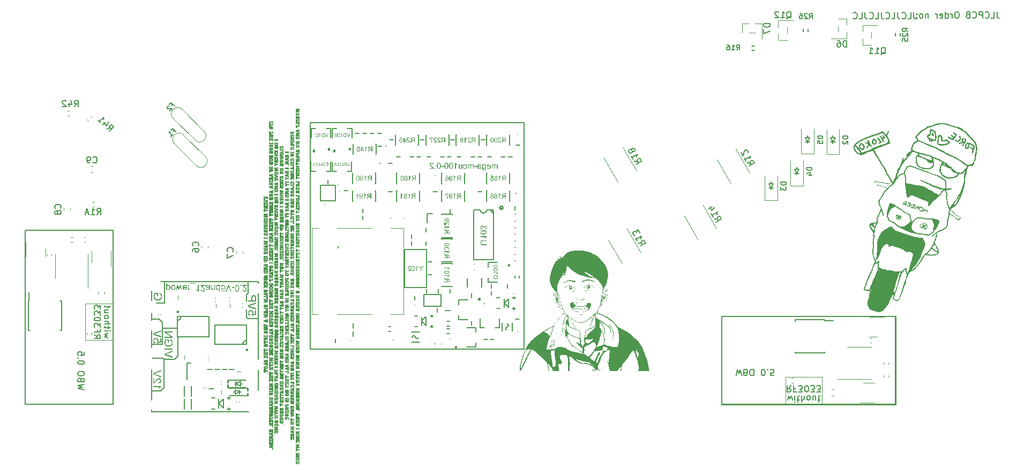
<source format=gbo>
G75*
G70*
%OFA0B0*%
%FSLAX25Y25*%
%IPPOS*%
%LPD*%
%AMOC8*
5,1,8,0,0,1.08239X$1,22.5*
%
%ADD11C,0.00787*%
%ADD197C,0.00300*%
%ADD66C,0.00472*%
%ADD71C,0.00591*%
%ADD72C,0.00492*%
%ADD75C,0.00669*%
%ADD78C,0.00500*%
%ADD79C,0.00800*%
%ADD80C,0.00394*%
%ADD85C,0.00000*%
%ADD90C,0.00984*%
X0000000Y0000000D02*
%LPD*%
G01*
D85*
G36*
X0574518Y0209672D02*
G01*
X0574638Y0209652D01*
X0574761Y0209620D01*
X0574886Y0209576D01*
X0575011Y0209522D01*
X0575137Y0209457D01*
X0575261Y0209381D01*
X0575385Y0209295D01*
X0575506Y0209200D01*
X0575624Y0209095D01*
X0575739Y0208981D01*
X0575848Y0208858D01*
X0575925Y0208762D01*
X0575994Y0208662D01*
X0576056Y0208559D01*
X0576111Y0208452D01*
X0576160Y0208340D01*
X0576201Y0208223D01*
X0576236Y0208100D01*
X0576264Y0207970D01*
X0576285Y0207834D01*
X0576300Y0207690D01*
X0576309Y0207538D01*
X0576312Y0207377D01*
X0576308Y0207207D01*
X0576299Y0207027D01*
X0576284Y0206838D01*
X0576262Y0206637D01*
X0576258Y0206593D01*
X0576257Y0206551D01*
X0576258Y0206511D01*
X0576262Y0206473D01*
X0576268Y0206438D01*
X0576277Y0206405D01*
X0576288Y0206374D01*
X0576302Y0206345D01*
X0576318Y0206319D01*
X0576336Y0206295D01*
X0576357Y0206273D01*
X0576380Y0206253D01*
X0576405Y0206236D01*
X0576433Y0206220D01*
X0576463Y0206208D01*
X0576495Y0206197D01*
X0576530Y0206189D01*
X0576567Y0206183D01*
X0576605Y0206179D01*
X0576646Y0206178D01*
X0576689Y0206178D01*
X0576735Y0206182D01*
X0576782Y0206187D01*
X0576831Y0206195D01*
X0576936Y0206218D01*
X0577049Y0206250D01*
X0577169Y0206292D01*
X0577297Y0206343D01*
X0577765Y0206542D01*
X0577954Y0206620D01*
X0578118Y0206684D01*
X0578260Y0206735D01*
X0578323Y0206755D01*
X0578383Y0206771D01*
X0578439Y0206785D01*
X0578491Y0206794D01*
X0578541Y0206801D01*
X0578588Y0206804D01*
X0578632Y0206804D01*
X0578676Y0206800D01*
X0578717Y0206793D01*
X0578758Y0206782D01*
X0578798Y0206769D01*
X0578839Y0206752D01*
X0578879Y0206732D01*
X0578921Y0206708D01*
X0578964Y0206681D01*
X0579008Y0206651D01*
X0579103Y0206581D01*
X0579330Y0206403D01*
X0579944Y0205925D01*
X0580542Y0205464D01*
X0580639Y0205389D01*
X0580725Y0205322D01*
X0580798Y0205261D01*
X0580861Y0205205D01*
X0580888Y0205179D01*
X0580913Y0205153D01*
X0580935Y0205129D01*
X0580955Y0205105D01*
X0580972Y0205081D01*
X0580987Y0205058D01*
X0580999Y0205035D01*
X0581010Y0205013D01*
X0581018Y0204990D01*
X0581024Y0204967D01*
X0581027Y0204943D01*
X0581029Y0204919D01*
X0581029Y0204895D01*
X0581026Y0204869D01*
X0581022Y0204843D01*
X0581016Y0204816D01*
X0581008Y0204787D01*
X0580999Y0204757D01*
X0580975Y0204693D01*
X0580945Y0204622D01*
X0580909Y0204542D01*
X0580883Y0204491D01*
X0580864Y0204458D01*
X0580853Y0204441D01*
X0580778Y0204340D01*
X0580686Y0204241D01*
X0580577Y0204144D01*
X0580451Y0204048D01*
X0580309Y0203956D01*
X0580152Y0203866D01*
X0579980Y0203779D01*
X0579794Y0203695D01*
X0579594Y0203615D01*
X0579382Y0203538D01*
X0579157Y0203466D01*
X0578921Y0203398D01*
X0578673Y0203335D01*
X0578415Y0203277D01*
X0578147Y0203224D01*
X0577438Y0203091D01*
X0577160Y0203037D01*
X0576985Y0203002D01*
X0576911Y0202989D01*
X0576806Y0202973D01*
X0576517Y0202939D01*
X0576160Y0202903D01*
X0575773Y0202869D01*
X0575773Y0202869D01*
X0575634Y0202859D01*
X0575505Y0202852D01*
X0575385Y0202847D01*
X0575273Y0202846D01*
X0575167Y0202849D01*
X0575067Y0202855D01*
X0574971Y0202864D01*
X0574879Y0202878D01*
X0574789Y0202896D01*
X0574700Y0202918D01*
X0574612Y0202944D01*
X0574523Y0202975D01*
X0574432Y0203011D01*
X0574338Y0203052D01*
X0574239Y0203098D01*
X0574136Y0203150D01*
X0574065Y0203188D01*
X0573994Y0203228D01*
X0573925Y0203269D01*
X0573857Y0203312D01*
X0573791Y0203356D01*
X0573727Y0203402D01*
X0573665Y0203449D01*
X0573604Y0203497D01*
X0573545Y0203546D01*
X0573488Y0203596D01*
X0573433Y0203647D01*
X0573380Y0203699D01*
X0573330Y0203751D01*
X0573281Y0203804D01*
X0573235Y0203858D01*
X0573192Y0203911D01*
X0573151Y0203965D01*
X0573112Y0204020D01*
X0573077Y0204074D01*
X0573043Y0204128D01*
X0573013Y0204182D01*
X0572986Y0204236D01*
X0572961Y0204290D01*
X0572940Y0204343D01*
X0572922Y0204396D01*
X0572906Y0204448D01*
X0572895Y0204499D01*
X0572886Y0204550D01*
X0572881Y0204599D01*
X0572879Y0204648D01*
X0572881Y0204680D01*
X0573698Y0204680D01*
X0573698Y0204645D01*
X0573700Y0204612D01*
X0573703Y0204582D01*
X0573708Y0204555D01*
X0573708Y0204555D01*
X0573717Y0204528D01*
X0573730Y0204499D01*
X0573749Y0204467D01*
X0573773Y0204434D01*
X0573801Y0204399D01*
X0573833Y0204362D01*
X0573869Y0204324D01*
X0573909Y0204286D01*
X0573951Y0204247D01*
X0573997Y0204208D01*
X0574045Y0204169D01*
X0574096Y0204130D01*
X0574148Y0204092D01*
X0574203Y0204055D01*
X0574258Y0204019D01*
X0574315Y0203985D01*
X0574395Y0203939D01*
X0574473Y0203898D01*
X0574550Y0203862D01*
X0574626Y0203830D01*
X0574702Y0203801D01*
X0574780Y0203777D01*
X0574859Y0203757D01*
X0574940Y0203740D01*
X0575025Y0203727D01*
X0575114Y0203717D01*
X0575208Y0203711D01*
X0575307Y0203708D01*
X0575413Y0203707D01*
X0575526Y0203710D01*
X0575648Y0203715D01*
X0575778Y0203723D01*
X0575966Y0203737D01*
X0576153Y0203752D01*
X0576332Y0203768D01*
X0576501Y0203785D01*
X0576652Y0203802D01*
X0576783Y0203819D01*
X0576887Y0203834D01*
X0576960Y0203848D01*
X0577115Y0203880D01*
X0577334Y0203922D01*
X0577590Y0203968D01*
X0577852Y0204012D01*
X0578011Y0204042D01*
X0578181Y0204079D01*
X0578357Y0204124D01*
X0578537Y0204174D01*
X0578718Y0204229D01*
X0578897Y0204287D01*
X0579072Y0204348D01*
X0579239Y0204410D01*
X0579396Y0204472D01*
X0579539Y0204534D01*
X0579666Y0204593D01*
X0579774Y0204649D01*
X0579860Y0204702D01*
X0579894Y0204726D01*
X0579922Y0204748D01*
X0579942Y0204769D01*
X0579955Y0204789D01*
X0579961Y0204806D01*
X0579958Y0204822D01*
X0579949Y0204837D01*
X0579933Y0204856D01*
X0579881Y0204908D01*
X0579805Y0204974D01*
X0579710Y0205052D01*
X0579598Y0205139D01*
X0579472Y0205234D01*
X0579335Y0205333D01*
X0579191Y0205433D01*
X0578480Y0205923D01*
X0577619Y0205587D01*
X0577502Y0205542D01*
X0577392Y0205503D01*
X0577287Y0205468D01*
X0577188Y0205438D01*
X0577094Y0205412D01*
X0577005Y0205392D01*
X0576919Y0205376D01*
X0576838Y0205365D01*
X0576759Y0205358D01*
X0576683Y0205356D01*
X0576609Y0205358D01*
X0576537Y0205365D01*
X0576466Y0205375D01*
X0576396Y0205391D01*
X0576326Y0205410D01*
X0576256Y0205434D01*
X0576198Y0205456D01*
X0576141Y0205478D01*
X0576086Y0205502D01*
X0576033Y0205527D01*
X0575982Y0205552D01*
X0575932Y0205578D01*
X0575884Y0205605D01*
X0575838Y0205632D01*
X0575794Y0205660D01*
X0575751Y0205688D01*
X0575711Y0205717D01*
X0575673Y0205747D01*
X0575637Y0205777D01*
X0575603Y0205807D01*
X0575571Y0205838D01*
X0575541Y0205869D01*
X0575513Y0205901D01*
X0575488Y0205932D01*
X0575465Y0205964D01*
X0575444Y0205996D01*
X0575425Y0206028D01*
X0575409Y0206060D01*
X0575395Y0206093D01*
X0575384Y0206125D01*
X0575375Y0206157D01*
X0575369Y0206189D01*
X0575365Y0206221D01*
X0575364Y0206253D01*
X0575366Y0206284D01*
X0575370Y0206316D01*
X0575377Y0206347D01*
X0575387Y0206378D01*
X0575414Y0206459D01*
X0575436Y0206544D01*
X0575454Y0206631D01*
X0575468Y0206720D01*
X0575478Y0206812D01*
X0575483Y0206905D01*
X0575485Y0206999D01*
X0575483Y0207094D01*
X0575477Y0207190D01*
X0575467Y0207287D01*
X0575454Y0207383D01*
X0575438Y0207480D01*
X0575418Y0207576D01*
X0575395Y0207671D01*
X0575369Y0207765D01*
X0575339Y0207857D01*
X0575307Y0207948D01*
X0575273Y0208036D01*
X0575235Y0208122D01*
X0575195Y0208206D01*
X0575152Y0208286D01*
X0575107Y0208363D01*
X0575060Y0208437D01*
X0575011Y0208506D01*
X0574959Y0208571D01*
X0574906Y0208632D01*
X0574850Y0208687D01*
X0574793Y0208738D01*
X0574735Y0208783D01*
X0574674Y0208822D01*
X0574613Y0208855D01*
X0574550Y0208881D01*
X0574512Y0208894D01*
X0574478Y0208902D01*
X0574447Y0208906D01*
X0574432Y0208906D01*
X0574418Y0208905D01*
X0574405Y0208903D01*
X0574392Y0208899D01*
X0574380Y0208894D01*
X0574369Y0208888D01*
X0574358Y0208880D01*
X0574347Y0208870D01*
X0574337Y0208859D01*
X0574328Y0208846D01*
X0574318Y0208832D01*
X0574309Y0208816D01*
X0574292Y0208778D01*
X0574276Y0208733D01*
X0574261Y0208681D01*
X0574246Y0208620D01*
X0574231Y0208550D01*
X0574217Y0208472D01*
X0574202Y0208385D01*
X0574192Y0208324D01*
X0574183Y0208263D01*
X0574168Y0208141D01*
X0574157Y0208024D01*
X0574150Y0207914D01*
X0574148Y0207863D01*
X0574147Y0207814D01*
X0574147Y0207769D01*
X0574147Y0207728D01*
X0574150Y0207691D01*
X0574153Y0207659D01*
X0574157Y0207631D01*
X0574162Y0207609D01*
X0574172Y0207550D01*
X0574175Y0207460D01*
X0574171Y0207345D01*
X0574161Y0207206D01*
X0574125Y0206878D01*
X0574073Y0206505D01*
X0574009Y0206119D01*
X0573937Y0205749D01*
X0573863Y0205426D01*
X0573826Y0205292D01*
X0573790Y0205181D01*
X0573776Y0205141D01*
X0573764Y0205100D01*
X0573752Y0205057D01*
X0573742Y0205014D01*
X0573732Y0204970D01*
X0573723Y0204927D01*
X0573716Y0204883D01*
X0573710Y0204840D01*
X0573705Y0204798D01*
X0573701Y0204757D01*
X0573699Y0204718D01*
X0573698Y0204680D01*
X0572881Y0204680D01*
X0572881Y0204695D01*
X0572887Y0204742D01*
X0572990Y0205309D01*
X0573164Y0206226D01*
X0573208Y0206465D01*
X0573246Y0206696D01*
X0573277Y0206914D01*
X0573302Y0207113D01*
X0573318Y0207288D01*
X0573323Y0207364D01*
X0573327Y0207432D01*
X0573327Y0207492D01*
X0573326Y0207541D01*
X0573322Y0207580D01*
X0573316Y0207609D01*
X0573309Y0207635D01*
X0573305Y0207668D01*
X0573302Y0207708D01*
X0573302Y0207755D01*
X0573306Y0207864D01*
X0573318Y0207992D01*
X0573336Y0208135D01*
X0573361Y0208288D01*
X0573391Y0208448D01*
X0573427Y0208610D01*
X0573454Y0208723D01*
X0573481Y0208826D01*
X0573507Y0208920D01*
X0573534Y0209006D01*
X0573561Y0209084D01*
X0573589Y0209155D01*
X0573603Y0209188D01*
X0573618Y0209219D01*
X0573633Y0209249D01*
X0573648Y0209277D01*
X0573664Y0209304D01*
X0573680Y0209329D01*
X0573697Y0209354D01*
X0573714Y0209377D01*
X0573732Y0209399D01*
X0573751Y0209420D01*
X0573770Y0209440D01*
X0573790Y0209459D01*
X0573811Y0209477D01*
X0573832Y0209495D01*
X0573855Y0209512D01*
X0573878Y0209528D01*
X0573928Y0209560D01*
X0573981Y0209590D01*
X0574028Y0209612D01*
X0574077Y0209632D01*
X0574128Y0209648D01*
X0574180Y0209661D01*
X0574233Y0209671D01*
X0574288Y0209677D01*
X0574401Y0209681D01*
X0574518Y0209672D01*
G37*
G36*
X0569003Y0213133D02*
G01*
X0569034Y0213130D01*
X0569103Y0213120D01*
X0569183Y0213104D01*
X0569273Y0213082D01*
X0569491Y0213022D01*
X0569646Y0212975D01*
X0569824Y0212913D01*
X0570021Y0212841D01*
X0570229Y0212760D01*
X0570443Y0212673D01*
X0570655Y0212582D01*
X0570860Y0212490D01*
X0571050Y0212400D01*
X0571197Y0212328D01*
X0571327Y0212262D01*
X0571442Y0212201D01*
X0571543Y0212144D01*
X0571632Y0212088D01*
X0571671Y0212061D01*
X0571709Y0212033D01*
X0571743Y0212006D01*
X0571776Y0211978D01*
X0571806Y0211949D01*
X0571834Y0211920D01*
X0571860Y0211890D01*
X0571885Y0211858D01*
X0571908Y0211825D01*
X0571930Y0211791D01*
X0571951Y0211755D01*
X0571970Y0211717D01*
X0571989Y0211678D01*
X0572008Y0211635D01*
X0572043Y0211544D01*
X0572077Y0211441D01*
X0572112Y0211326D01*
X0572150Y0211197D01*
X0572220Y0210924D01*
X0572285Y0210623D01*
X0572344Y0210290D01*
X0572398Y0209921D01*
X0572448Y0209513D01*
X0572493Y0209063D01*
X0572536Y0208567D01*
X0572575Y0208020D01*
X0572580Y0207885D01*
X0572578Y0207742D01*
X0572569Y0207594D01*
X0572554Y0207440D01*
X0572533Y0207285D01*
X0572506Y0207128D01*
X0572475Y0206972D01*
X0572439Y0206818D01*
X0572407Y0206699D01*
X0572399Y0206668D01*
X0572354Y0206524D01*
X0572307Y0206386D01*
X0572256Y0206258D01*
X0572203Y0206141D01*
X0572148Y0206035D01*
X0572091Y0205943D01*
X0572033Y0205867D01*
X0571991Y0205821D01*
X0571951Y0205780D01*
X0571911Y0205746D01*
X0571871Y0205718D01*
X0571829Y0205697D01*
X0571784Y0205681D01*
X0571736Y0205671D01*
X0571683Y0205668D01*
X0571625Y0205671D01*
X0571559Y0205679D01*
X0571487Y0205694D01*
X0571405Y0205715D01*
X0571314Y0205742D01*
X0571213Y0205775D01*
X0570973Y0205860D01*
X0570709Y0205955D01*
X0570601Y0205991D01*
X0570508Y0206020D01*
X0570466Y0206032D01*
X0570427Y0206042D01*
X0570391Y0206049D01*
X0570357Y0206055D01*
X0570326Y0206058D01*
X0570297Y0206060D01*
X0570270Y0206059D01*
X0570245Y0206056D01*
X0570222Y0206051D01*
X0570200Y0206044D01*
X0570180Y0206034D01*
X0570160Y0206022D01*
X0570142Y0206008D01*
X0570130Y0205997D01*
X0570125Y0205992D01*
X0570108Y0205973D01*
X0570091Y0205952D01*
X0570075Y0205928D01*
X0570059Y0205902D01*
X0570025Y0205842D01*
X0569990Y0205772D01*
X0569952Y0205691D01*
X0569917Y0205620D01*
X0569883Y0205557D01*
X0569850Y0205501D01*
X0569818Y0205453D01*
X0569801Y0205431D01*
X0569785Y0205411D01*
X0569768Y0205393D01*
X0569751Y0205377D01*
X0569733Y0205362D01*
X0569714Y0205349D01*
X0569695Y0205337D01*
X0569675Y0205326D01*
X0569655Y0205317D01*
X0569633Y0205310D01*
X0569610Y0205303D01*
X0569587Y0205298D01*
X0569562Y0205295D01*
X0569535Y0205292D01*
X0569508Y0205291D01*
X0569479Y0205291D01*
X0569416Y0205293D01*
X0569347Y0205300D01*
X0569269Y0205311D01*
X0569184Y0205324D01*
X0569184Y0205324D01*
X0569086Y0205342D01*
X0568991Y0205362D01*
X0568900Y0205382D01*
X0568813Y0205405D01*
X0568729Y0205429D01*
X0568649Y0205454D01*
X0568572Y0205481D01*
X0568499Y0205510D01*
X0568429Y0205540D01*
X0568363Y0205572D01*
X0568301Y0205605D01*
X0568242Y0205641D01*
X0568186Y0205677D01*
X0568134Y0205716D01*
X0568085Y0205756D01*
X0568040Y0205798D01*
X0567998Y0205841D01*
X0567959Y0205886D01*
X0567924Y0205933D01*
X0567893Y0205982D01*
X0567864Y0206032D01*
X0567839Y0206084D01*
X0567818Y0206138D01*
X0567799Y0206193D01*
X0567784Y0206251D01*
X0567778Y0206283D01*
X0568557Y0206283D01*
X0568557Y0206278D01*
X0568557Y0206274D01*
X0568558Y0206270D01*
X0568559Y0206267D01*
X0568560Y0206264D01*
X0568561Y0206262D01*
X0568562Y0206261D01*
X0568564Y0206260D01*
X0568566Y0206259D01*
X0568568Y0206259D01*
X0568584Y0206259D01*
X0568613Y0206257D01*
X0568653Y0206253D01*
X0568703Y0206247D01*
X0568825Y0206231D01*
X0568965Y0206209D01*
X0569009Y0206203D01*
X0569050Y0206199D01*
X0569089Y0206196D01*
X0569125Y0206195D01*
X0569159Y0206196D01*
X0569190Y0206199D01*
X0569219Y0206203D01*
X0569245Y0206208D01*
X0569269Y0206215D01*
X0569290Y0206223D01*
X0569308Y0206232D01*
X0569324Y0206242D01*
X0569337Y0206254D01*
X0569347Y0206266D01*
X0569354Y0206279D01*
X0569359Y0206293D01*
X0569361Y0206308D01*
X0569361Y0206323D01*
X0569357Y0206339D01*
X0569351Y0206355D01*
X0569342Y0206372D01*
X0569330Y0206389D01*
X0569316Y0206406D01*
X0569298Y0206424D01*
X0569278Y0206441D01*
X0569254Y0206459D01*
X0569228Y0206476D01*
X0569199Y0206493D01*
X0569166Y0206510D01*
X0569131Y0206527D01*
X0569093Y0206543D01*
X0569051Y0206559D01*
X0569030Y0206567D01*
X0569009Y0206574D01*
X0568989Y0206580D01*
X0568969Y0206585D01*
X0568949Y0206590D01*
X0568930Y0206594D01*
X0568911Y0206597D01*
X0568892Y0206600D01*
X0568874Y0206602D01*
X0568857Y0206604D01*
X0568839Y0206604D01*
X0568823Y0206605D01*
X0568806Y0206604D01*
X0568791Y0206603D01*
X0568776Y0206601D01*
X0568761Y0206599D01*
X0568747Y0206595D01*
X0568733Y0206592D01*
X0568720Y0206587D01*
X0568707Y0206582D01*
X0568695Y0206577D01*
X0568684Y0206570D01*
X0568673Y0206563D01*
X0568663Y0206556D01*
X0568653Y0206548D01*
X0568644Y0206539D01*
X0568636Y0206529D01*
X0568628Y0206519D01*
X0568621Y0206508D01*
X0568615Y0206497D01*
X0568609Y0206485D01*
X0568604Y0206473D01*
X0568596Y0206450D01*
X0568589Y0206429D01*
X0568582Y0206408D01*
X0568577Y0206388D01*
X0568571Y0206369D01*
X0568567Y0206351D01*
X0568563Y0206334D01*
X0568560Y0206319D01*
X0568558Y0206305D01*
X0568557Y0206293D01*
X0568557Y0206288D01*
X0568557Y0206283D01*
X0567778Y0206283D01*
X0567773Y0206310D01*
X0567764Y0206371D01*
X0567759Y0206434D01*
X0567757Y0206499D01*
X0567759Y0206565D01*
X0567763Y0206634D01*
X0567771Y0206704D01*
X0567779Y0206772D01*
X0567785Y0206834D01*
X0567787Y0206891D01*
X0567785Y0206942D01*
X0567783Y0206966D01*
X0567780Y0206989D01*
X0567776Y0207011D01*
X0567772Y0207032D01*
X0567766Y0207052D01*
X0567759Y0207071D01*
X0567751Y0207089D01*
X0567742Y0207107D01*
X0567732Y0207124D01*
X0567721Y0207140D01*
X0567708Y0207155D01*
X0567694Y0207170D01*
X0567680Y0207184D01*
X0567663Y0207197D01*
X0567646Y0207211D01*
X0567627Y0207223D01*
X0567607Y0207236D01*
X0567586Y0207248D01*
X0567539Y0207271D01*
X0567486Y0207294D01*
X0567427Y0207317D01*
X0567333Y0207356D01*
X0567247Y0207401D01*
X0567169Y0207454D01*
X0567133Y0207482D01*
X0567098Y0207513D01*
X0567066Y0207546D01*
X0567035Y0207580D01*
X0567007Y0207617D01*
X0566980Y0207655D01*
X0566955Y0207696D01*
X0566932Y0207739D01*
X0566891Y0207830D01*
X0566857Y0207931D01*
X0566830Y0208040D01*
X0566809Y0208159D01*
X0566800Y0208245D01*
X0567610Y0208245D01*
X0567610Y0208215D01*
X0567611Y0208187D01*
X0567612Y0208163D01*
X0567614Y0208141D01*
X0567616Y0208124D01*
X0567618Y0208110D01*
X0567622Y0208100D01*
X0567622Y0208100D01*
X0567635Y0208089D01*
X0567667Y0208070D01*
X0567784Y0208011D01*
X0568201Y0207821D01*
X0568808Y0207558D01*
X0569544Y0207252D01*
X0571432Y0206476D01*
X0571618Y0206986D01*
X0571636Y0207043D01*
X0571653Y0207106D01*
X0571668Y0207176D01*
X0571682Y0207252D01*
X0571694Y0207333D01*
X0571704Y0207418D01*
X0571712Y0207507D01*
X0571719Y0207598D01*
X0571726Y0207787D01*
X0571726Y0207980D01*
X0571722Y0208076D01*
X0571717Y0208170D01*
X0571710Y0208262D01*
X0571700Y0208352D01*
X0571680Y0208527D01*
X0571664Y0208696D01*
X0571651Y0208855D01*
X0571642Y0209000D01*
X0571638Y0209127D01*
X0571637Y0209182D01*
X0571637Y0209231D01*
X0571638Y0209273D01*
X0571641Y0209308D01*
X0571645Y0209336D01*
X0571649Y0209356D01*
X0571654Y0209375D01*
X0571655Y0209404D01*
X0571654Y0209441D01*
X0571650Y0209486D01*
X0571636Y0209596D01*
X0571613Y0209731D01*
X0571582Y0209886D01*
X0571543Y0210056D01*
X0571499Y0210238D01*
X0571449Y0210426D01*
X0571400Y0210600D01*
X0571349Y0210758D01*
X0571297Y0210901D01*
X0571242Y0211032D01*
X0571183Y0211150D01*
X0571117Y0211258D01*
X0571044Y0211357D01*
X0570963Y0211449D01*
X0570872Y0211534D01*
X0570769Y0211614D01*
X0570654Y0211691D01*
X0570525Y0211766D01*
X0570380Y0211840D01*
X0570219Y0211915D01*
X0570040Y0211992D01*
X0569841Y0212072D01*
X0569610Y0212166D01*
X0569518Y0212201D01*
X0569440Y0212225D01*
X0569375Y0212234D01*
X0569347Y0212232D01*
X0569321Y0212225D01*
X0569299Y0212214D01*
X0569278Y0212197D01*
X0569260Y0212174D01*
X0569244Y0212145D01*
X0569230Y0212111D01*
X0569217Y0212069D01*
X0569197Y0211964D01*
X0569181Y0211828D01*
X0569169Y0211659D01*
X0569151Y0211207D01*
X0569132Y0210588D01*
X0569128Y0210484D01*
X0569122Y0210379D01*
X0569104Y0210167D01*
X0569079Y0209959D01*
X0569049Y0209761D01*
X0569033Y0209667D01*
X0569015Y0209578D01*
X0568997Y0209494D01*
X0568978Y0209416D01*
X0568958Y0209345D01*
X0568937Y0209281D01*
X0568917Y0209225D01*
X0568896Y0209178D01*
X0568864Y0209116D01*
X0568833Y0209061D01*
X0568802Y0209013D01*
X0568772Y0208971D01*
X0568756Y0208953D01*
X0568741Y0208936D01*
X0568725Y0208921D01*
X0568708Y0208907D01*
X0568691Y0208894D01*
X0568674Y0208884D01*
X0568656Y0208874D01*
X0568637Y0208866D01*
X0568618Y0208859D01*
X0568597Y0208854D01*
X0568576Y0208849D01*
X0568554Y0208847D01*
X0568531Y0208845D01*
X0568506Y0208844D01*
X0568481Y0208845D01*
X0568454Y0208847D01*
X0568396Y0208854D01*
X0568332Y0208866D01*
X0568262Y0208881D01*
X0568184Y0208900D01*
X0568101Y0208921D01*
X0568028Y0208938D01*
X0567963Y0208952D01*
X0567906Y0208960D01*
X0567881Y0208963D01*
X0567857Y0208965D01*
X0567835Y0208965D01*
X0567815Y0208964D01*
X0567796Y0208961D01*
X0567779Y0208957D01*
X0567763Y0208952D01*
X0567748Y0208945D01*
X0567735Y0208937D01*
X0567722Y0208927D01*
X0567711Y0208916D01*
X0567701Y0208902D01*
X0567692Y0208888D01*
X0567684Y0208871D01*
X0567676Y0208853D01*
X0567670Y0208833D01*
X0567664Y0208811D01*
X0567658Y0208787D01*
X0567648Y0208734D01*
X0567640Y0208673D01*
X0567632Y0208603D01*
X0567624Y0208515D01*
X0567617Y0208430D01*
X0567613Y0208351D01*
X0567611Y0208278D01*
X0567610Y0208245D01*
X0566800Y0208245D01*
X0566796Y0208287D01*
X0566789Y0208426D01*
X0566789Y0208574D01*
X0566795Y0208733D01*
X0566807Y0208903D01*
X0566824Y0209062D01*
X0566845Y0209205D01*
X0566858Y0209271D01*
X0566872Y0209334D01*
X0566887Y0209393D01*
X0566904Y0209449D01*
X0566922Y0209502D01*
X0566941Y0209551D01*
X0566962Y0209596D01*
X0566985Y0209639D01*
X0567009Y0209678D01*
X0567035Y0209714D01*
X0567062Y0209747D01*
X0567092Y0209776D01*
X0567123Y0209803D01*
X0567156Y0209827D01*
X0567190Y0209847D01*
X0567227Y0209865D01*
X0567266Y0209879D01*
X0567306Y0209891D01*
X0567349Y0209900D01*
X0567394Y0209907D01*
X0567441Y0209910D01*
X0567490Y0209911D01*
X0567542Y0209909D01*
X0567595Y0209904D01*
X0567651Y0209897D01*
X0567710Y0209888D01*
X0567771Y0209876D01*
X0567834Y0209861D01*
X0568262Y0209757D01*
X0568304Y0210979D01*
X0568317Y0211235D01*
X0568338Y0211494D01*
X0568367Y0211748D01*
X0568402Y0211991D01*
X0568441Y0212216D01*
X0568463Y0212319D01*
X0568485Y0212415D01*
X0568508Y0212503D01*
X0568531Y0212581D01*
X0568555Y0212650D01*
X0568579Y0212708D01*
X0568620Y0212794D01*
X0568657Y0212870D01*
X0568691Y0212935D01*
X0568725Y0212990D01*
X0568742Y0213014D01*
X0568759Y0213036D01*
X0568776Y0213055D01*
X0568794Y0213072D01*
X0568813Y0213087D01*
X0568832Y0213100D01*
X0568852Y0213110D01*
X0568874Y0213119D01*
X0568896Y0213125D01*
X0568921Y0213130D01*
X0568946Y0213133D01*
X0568974Y0213134D01*
X0569003Y0213133D01*
G37*
G36*
X0335290Y0111977D02*
G01*
X0335292Y0111977D01*
X0335294Y0111977D01*
X0335295Y0111976D01*
X0335296Y0111975D01*
X0335297Y0111975D01*
X0335297Y0111974D01*
X0335297Y0111973D01*
X0335297Y0111971D01*
X0335297Y0111970D01*
X0335296Y0111969D01*
X0335293Y0111966D01*
X0335290Y0111962D01*
X0335285Y0111959D01*
X0335279Y0111955D01*
X0335272Y0111951D01*
X0335264Y0111946D01*
X0335255Y0111941D01*
X0335245Y0111937D01*
X0335235Y0111931D01*
X0335223Y0111926D01*
X0335104Y0111866D01*
X0334997Y0111794D01*
X0334901Y0111708D01*
X0334818Y0111609D01*
X0334746Y0111495D01*
X0334685Y0111366D01*
X0334635Y0111220D01*
X0334597Y0111057D01*
X0334569Y0110877D01*
X0334552Y0110678D01*
X0334546Y0110459D01*
X0334550Y0110220D01*
X0334565Y0109960D01*
X0334590Y0109678D01*
X0334624Y0109373D01*
X0334669Y0109045D01*
X0334709Y0108814D01*
X0334774Y0108496D01*
X0334856Y0108125D01*
X0334947Y0107735D01*
X0335038Y0107358D01*
X0335122Y0107029D01*
X0335191Y0106782D01*
X0335217Y0106699D01*
X0335237Y0106650D01*
X0335242Y0106639D01*
X0335246Y0106628D01*
X0335251Y0106615D01*
X0335255Y0106602D01*
X0335259Y0106588D01*
X0335263Y0106574D01*
X0335267Y0106560D01*
X0335270Y0106545D01*
X0335273Y0106530D01*
X0335275Y0106515D01*
X0335278Y0106500D01*
X0335279Y0106486D01*
X0335281Y0106471D01*
X0335282Y0106457D01*
X0335282Y0106444D01*
X0335282Y0106431D01*
X0335272Y0106380D01*
X0335263Y0106379D01*
X0335250Y0106394D01*
X0335217Y0106466D01*
X0335174Y0106589D01*
X0335067Y0106962D01*
X0334940Y0107461D01*
X0334808Y0108034D01*
X0334682Y0108626D01*
X0334576Y0109185D01*
X0334502Y0109658D01*
X0334487Y0109789D01*
X0334474Y0109917D01*
X0334464Y0110042D01*
X0334457Y0110164D01*
X0334452Y0110282D01*
X0334451Y0110398D01*
X0334452Y0110509D01*
X0334455Y0110618D01*
X0334462Y0110723D01*
X0334471Y0110824D01*
X0334482Y0110921D01*
X0334497Y0111015D01*
X0334513Y0111105D01*
X0334533Y0111191D01*
X0334555Y0111273D01*
X0334579Y0111351D01*
X0334606Y0111425D01*
X0334635Y0111494D01*
X0334667Y0111559D01*
X0334701Y0111620D01*
X0334737Y0111676D01*
X0334776Y0111728D01*
X0334817Y0111775D01*
X0334860Y0111817D01*
X0334906Y0111855D01*
X0334953Y0111888D01*
X0335003Y0111915D01*
X0335056Y0111938D01*
X0335110Y0111956D01*
X0335166Y0111969D01*
X0335225Y0111976D01*
X0335285Y0111978D01*
X0335290Y0111977D01*
G37*
G36*
X0535990Y0207901D02*
G01*
X0536034Y0207889D01*
X0536083Y0207869D01*
X0536135Y0207840D01*
X0536191Y0207803D01*
X0536253Y0207757D01*
X0536320Y0207701D01*
X0536394Y0207635D01*
X0536475Y0207558D01*
X0536662Y0207370D01*
X0536885Y0207134D01*
X0537205Y0206787D01*
X0537486Y0206476D01*
X0537729Y0206200D01*
X0537836Y0206073D01*
X0537934Y0205954D01*
X0538023Y0205842D01*
X0538102Y0205737D01*
X0538173Y0205638D01*
X0538235Y0205546D01*
X0538289Y0205459D01*
X0538333Y0205377D01*
X0538370Y0205300D01*
X0538398Y0205228D01*
X0538418Y0205161D01*
X0538430Y0205097D01*
X0538434Y0205037D01*
X0538430Y0204980D01*
X0538418Y0204926D01*
X0538399Y0204875D01*
X0538372Y0204826D01*
X0538338Y0204779D01*
X0538297Y0204733D01*
X0538248Y0204689D01*
X0538193Y0204645D01*
X0538131Y0204602D01*
X0538062Y0204559D01*
X0537986Y0204516D01*
X0537904Y0204472D01*
X0537815Y0204427D01*
X0537759Y0204401D01*
X0537701Y0204375D01*
X0537642Y0204352D01*
X0537583Y0204331D01*
X0537524Y0204312D01*
X0537465Y0204295D01*
X0537408Y0204280D01*
X0537351Y0204267D01*
X0537297Y0204257D01*
X0537245Y0204249D01*
X0537195Y0204243D01*
X0537148Y0204241D01*
X0537105Y0204241D01*
X0537066Y0204243D01*
X0537031Y0204249D01*
X0537015Y0204253D01*
X0537000Y0204258D01*
X0536963Y0204273D01*
X0536928Y0204290D01*
X0536896Y0204308D01*
X0536867Y0204329D01*
X0536840Y0204350D01*
X0536817Y0204373D01*
X0536796Y0204397D01*
X0536778Y0204423D01*
X0536763Y0204449D01*
X0536750Y0204476D01*
X0536740Y0204504D01*
X0536733Y0204532D01*
X0536728Y0204561D01*
X0536726Y0204591D01*
X0536727Y0204620D01*
X0536730Y0204650D01*
X0536736Y0204680D01*
X0536744Y0204709D01*
X0536755Y0204739D01*
X0536768Y0204768D01*
X0536784Y0204796D01*
X0536803Y0204825D01*
X0536823Y0204852D01*
X0536847Y0204878D01*
X0536873Y0204904D01*
X0536901Y0204929D01*
X0536931Y0204952D01*
X0536964Y0204974D01*
X0537000Y0204995D01*
X0537037Y0205015D01*
X0537077Y0205032D01*
X0537120Y0205048D01*
X0537189Y0205072D01*
X0537247Y0205095D01*
X0537295Y0205119D01*
X0537332Y0205145D01*
X0537345Y0205159D01*
X0537356Y0205174D01*
X0537363Y0205191D01*
X0537367Y0205209D01*
X0537368Y0205228D01*
X0537365Y0205250D01*
X0537358Y0205274D01*
X0537348Y0205300D01*
X0537316Y0205360D01*
X0537268Y0205431D01*
X0537203Y0205516D01*
X0537122Y0205615D01*
X0536904Y0205865D01*
X0536608Y0206193D01*
X0536430Y0206392D01*
X0536271Y0206576D01*
X0536130Y0206743D01*
X0536067Y0206822D01*
X0536008Y0206897D01*
X0535953Y0206968D01*
X0535903Y0207036D01*
X0535858Y0207101D01*
X0535816Y0207163D01*
X0535779Y0207222D01*
X0535746Y0207277D01*
X0535717Y0207330D01*
X0535693Y0207380D01*
X0535672Y0207428D01*
X0535656Y0207472D01*
X0535644Y0207515D01*
X0535635Y0207554D01*
X0535631Y0207592D01*
X0535630Y0207627D01*
X0535633Y0207660D01*
X0535641Y0207692D01*
X0535651Y0207721D01*
X0535666Y0207748D01*
X0535684Y0207774D01*
X0535706Y0207798D01*
X0535732Y0207820D01*
X0535761Y0207841D01*
X0535793Y0207860D01*
X0535829Y0207879D01*
X0535868Y0207894D01*
X0535907Y0207903D01*
X0535947Y0207905D01*
X0535990Y0207901D01*
G37*
G36*
X0525844Y0204382D02*
G01*
X0525936Y0204375D01*
X0526026Y0204364D01*
X0526115Y0204349D01*
X0526202Y0204329D01*
X0526288Y0204306D01*
X0526372Y0204279D01*
X0526454Y0204248D01*
X0526535Y0204213D01*
X0526615Y0204174D01*
X0526693Y0204131D01*
X0526769Y0204084D01*
X0526843Y0204033D01*
X0526916Y0203979D01*
X0526987Y0203921D01*
X0527056Y0203858D01*
X0527124Y0203792D01*
X0527189Y0203723D01*
X0527253Y0203649D01*
X0527315Y0203572D01*
X0527375Y0203491D01*
X0527433Y0203406D01*
X0527490Y0203318D01*
X0527597Y0203130D01*
X0527695Y0202928D01*
X0527786Y0202712D01*
X0527829Y0202598D01*
X0527866Y0202493D01*
X0527897Y0202395D01*
X0527923Y0202304D01*
X0527942Y0202217D01*
X0527955Y0202133D01*
X0527963Y0202051D01*
X0527964Y0201969D01*
X0527960Y0201886D01*
X0527949Y0201800D01*
X0527932Y0201710D01*
X0527909Y0201614D01*
X0527880Y0201510D01*
X0527845Y0201398D01*
X0527803Y0201276D01*
X0527773Y0201193D01*
X0527755Y0201142D01*
X0527695Y0200982D01*
X0527637Y0200838D01*
X0527580Y0200710D01*
X0527552Y0200652D01*
X0527524Y0200598D01*
X0527496Y0200547D01*
X0527468Y0200500D01*
X0527439Y0200457D01*
X0527410Y0200416D01*
X0527381Y0200379D01*
X0527350Y0200346D01*
X0527320Y0200315D01*
X0527288Y0200288D01*
X0527255Y0200263D01*
X0527221Y0200241D01*
X0527186Y0200223D01*
X0527150Y0200206D01*
X0527113Y0200193D01*
X0527074Y0200182D01*
X0527033Y0200173D01*
X0526991Y0200167D01*
X0526946Y0200163D01*
X0526900Y0200161D01*
X0526852Y0200162D01*
X0526802Y0200164D01*
X0526749Y0200168D01*
X0526695Y0200174D01*
X0526578Y0200192D01*
X0526578Y0200192D01*
X0526427Y0200219D01*
X0526286Y0200247D01*
X0526153Y0200278D01*
X0526028Y0200311D01*
X0525909Y0200347D01*
X0525798Y0200386D01*
X0525692Y0200429D01*
X0525591Y0200475D01*
X0525494Y0200525D01*
X0525401Y0200580D01*
X0525311Y0200639D01*
X0525224Y0200703D01*
X0525139Y0200772D01*
X0525054Y0200847D01*
X0524971Y0200928D01*
X0524887Y0201016D01*
X0524766Y0201150D01*
X0524659Y0201279D01*
X0524567Y0201403D01*
X0524488Y0201525D01*
X0524423Y0201646D01*
X0524372Y0201767D01*
X0524352Y0201828D01*
X0524334Y0201890D01*
X0524320Y0201952D01*
X0524310Y0202016D01*
X0524302Y0202080D01*
X0524298Y0202147D01*
X0524299Y0202284D01*
X0524299Y0202290D01*
X0525107Y0202290D01*
X0525109Y0202249D01*
X0525114Y0202210D01*
X0525121Y0202171D01*
X0525130Y0202132D01*
X0525142Y0202095D01*
X0525156Y0202057D01*
X0525172Y0202020D01*
X0525192Y0201982D01*
X0525213Y0201944D01*
X0525237Y0201906D01*
X0525264Y0201867D01*
X0525294Y0201827D01*
X0525361Y0201743D01*
X0525439Y0201654D01*
X0525528Y0201556D01*
X0525528Y0201556D01*
X0525568Y0201514D01*
X0525607Y0201473D01*
X0525647Y0201433D01*
X0525686Y0201394D01*
X0525725Y0201357D01*
X0525763Y0201322D01*
X0525799Y0201289D01*
X0525835Y0201258D01*
X0525868Y0201230D01*
X0525900Y0201205D01*
X0525929Y0201182D01*
X0525956Y0201163D01*
X0525981Y0201147D01*
X0526002Y0201134D01*
X0526020Y0201126D01*
X0526028Y0201123D01*
X0526035Y0201121D01*
X0526175Y0201096D01*
X0526299Y0201075D01*
X0526407Y0201059D01*
X0526502Y0201047D01*
X0526545Y0201044D01*
X0526585Y0201041D01*
X0526622Y0201040D01*
X0526656Y0201041D01*
X0526688Y0201044D01*
X0526718Y0201047D01*
X0526745Y0201053D01*
X0526770Y0201060D01*
X0526794Y0201070D01*
X0526816Y0201081D01*
X0526836Y0201094D01*
X0526856Y0201108D01*
X0526874Y0201125D01*
X0526890Y0201144D01*
X0526907Y0201166D01*
X0526922Y0201189D01*
X0526937Y0201214D01*
X0526951Y0201242D01*
X0526980Y0201305D01*
X0527009Y0201378D01*
X0527039Y0201460D01*
X0527059Y0201520D01*
X0527074Y0201582D01*
X0527085Y0201646D01*
X0527092Y0201712D01*
X0527095Y0201780D01*
X0527095Y0201849D01*
X0527091Y0201919D01*
X0527083Y0201991D01*
X0527058Y0202136D01*
X0527019Y0202284D01*
X0526968Y0202432D01*
X0526905Y0202579D01*
X0526832Y0202723D01*
X0526748Y0202862D01*
X0526655Y0202996D01*
X0526553Y0203123D01*
X0526443Y0203241D01*
X0526385Y0203296D01*
X0526325Y0203348D01*
X0526264Y0203397D01*
X0526202Y0203443D01*
X0526138Y0203485D01*
X0526072Y0203524D01*
X0525566Y0203807D01*
X0525307Y0203090D01*
X0525254Y0202939D01*
X0525208Y0202803D01*
X0525171Y0202681D01*
X0525142Y0202570D01*
X0525131Y0202518D01*
X0525122Y0202469D01*
X0525115Y0202421D01*
X0525110Y0202376D01*
X0525107Y0202332D01*
X0525107Y0202290D01*
X0524299Y0202290D01*
X0524312Y0202429D01*
X0524338Y0202583D01*
X0524375Y0202748D01*
X0524425Y0202926D01*
X0524486Y0203117D01*
X0524558Y0203324D01*
X0524620Y0203493D01*
X0524676Y0203641D01*
X0524726Y0203771D01*
X0524772Y0203883D01*
X0524794Y0203933D01*
X0524816Y0203979D01*
X0524837Y0204021D01*
X0524858Y0204060D01*
X0524879Y0204095D01*
X0524899Y0204128D01*
X0524921Y0204157D01*
X0524942Y0204184D01*
X0524964Y0204207D01*
X0524987Y0204229D01*
X0525011Y0204248D01*
X0525035Y0204265D01*
X0525061Y0204280D01*
X0525088Y0204294D01*
X0525117Y0204306D01*
X0525147Y0204316D01*
X0525179Y0204325D01*
X0525212Y0204334D01*
X0525248Y0204341D01*
X0525286Y0204347D01*
X0525370Y0204359D01*
X0525464Y0204371D01*
X0525561Y0204380D01*
X0525657Y0204385D01*
X0525751Y0204386D01*
X0525844Y0204382D01*
G37*
G36*
X0562879Y0164830D02*
G01*
X0562948Y0164825D01*
X0563018Y0164817D01*
X0563089Y0164806D01*
X0563161Y0164791D01*
X0563233Y0164773D01*
X0563306Y0164752D01*
X0563379Y0164727D01*
X0563439Y0164704D01*
X0563497Y0164680D01*
X0563553Y0164656D01*
X0563605Y0164631D01*
X0563655Y0164606D01*
X0563701Y0164581D01*
X0563744Y0164556D01*
X0563783Y0164531D01*
X0563817Y0164506D01*
X0563848Y0164483D01*
X0563861Y0164471D01*
X0563873Y0164460D01*
X0563884Y0164449D01*
X0563893Y0164438D01*
X0563902Y0164427D01*
X0563909Y0164417D01*
X0563914Y0164407D01*
X0563918Y0164398D01*
X0563921Y0164388D01*
X0563922Y0164380D01*
X0563921Y0164371D01*
X0563919Y0164364D01*
X0563917Y0164356D01*
X0563915Y0164348D01*
X0563913Y0164341D01*
X0563912Y0164333D01*
X0563911Y0164325D01*
X0563911Y0164317D01*
X0563911Y0164310D01*
X0563911Y0164302D01*
X0563912Y0164294D01*
X0563913Y0164287D01*
X0563915Y0164279D01*
X0563917Y0164272D01*
X0563919Y0164264D01*
X0563922Y0164257D01*
X0563925Y0164250D01*
X0563928Y0164243D01*
X0563932Y0164236D01*
X0563936Y0164230D01*
X0563940Y0164223D01*
X0563945Y0164217D01*
X0563950Y0164210D01*
X0563955Y0164205D01*
X0563961Y0164199D01*
X0563967Y0164193D01*
X0563973Y0164188D01*
X0563979Y0164183D01*
X0563986Y0164178D01*
X0563993Y0164174D01*
X0564000Y0164170D01*
X0564008Y0164166D01*
X0564015Y0164163D01*
X0564023Y0164160D01*
X0564043Y0164151D01*
X0564062Y0164141D01*
X0564081Y0164128D01*
X0564101Y0164113D01*
X0564120Y0164096D01*
X0564139Y0164077D01*
X0564158Y0164056D01*
X0564177Y0164034D01*
X0564213Y0163985D01*
X0564248Y0163932D01*
X0564281Y0163874D01*
X0564311Y0163815D01*
X0564337Y0163753D01*
X0564360Y0163691D01*
X0564379Y0163630D01*
X0564393Y0163571D01*
X0564398Y0163542D01*
X0564401Y0163514D01*
X0564403Y0163488D01*
X0564404Y0163462D01*
X0564403Y0163437D01*
X0564401Y0163414D01*
X0564396Y0163393D01*
X0564390Y0163373D01*
X0564387Y0163365D01*
X0564385Y0163356D01*
X0564383Y0163348D01*
X0564382Y0163340D01*
X0564381Y0163332D01*
X0564380Y0163324D01*
X0564380Y0163316D01*
X0564380Y0163307D01*
X0564380Y0163299D01*
X0564381Y0163291D01*
X0564382Y0163284D01*
X0564383Y0163276D01*
X0564385Y0163268D01*
X0564388Y0163261D01*
X0564390Y0163253D01*
X0564393Y0163246D01*
X0564396Y0163239D01*
X0564400Y0163232D01*
X0564404Y0163225D01*
X0564408Y0163219D01*
X0564412Y0163212D01*
X0564417Y0163206D01*
X0564422Y0163201D01*
X0564427Y0163195D01*
X0564433Y0163190D01*
X0564439Y0163185D01*
X0564445Y0163180D01*
X0564451Y0163176D01*
X0564458Y0163172D01*
X0564465Y0163168D01*
X0564472Y0163165D01*
X0564480Y0163162D01*
X0564487Y0163159D01*
X0564494Y0163154D01*
X0564500Y0163149D01*
X0564506Y0163142D01*
X0564511Y0163135D01*
X0564516Y0163126D01*
X0564524Y0163106D01*
X0564530Y0163083D01*
X0564534Y0163057D01*
X0564536Y0163027D01*
X0564536Y0162995D01*
X0564535Y0162960D01*
X0564531Y0162923D01*
X0564525Y0162884D01*
X0564517Y0162843D01*
X0564507Y0162801D01*
X0564496Y0162758D01*
X0564482Y0162713D01*
X0564466Y0162668D01*
X0564449Y0162623D01*
X0564431Y0162581D01*
X0564412Y0162540D01*
X0564393Y0162502D01*
X0564392Y0162501D01*
X0564372Y0162465D01*
X0564352Y0162431D01*
X0564341Y0162416D01*
X0564331Y0162401D01*
X0564320Y0162386D01*
X0564310Y0162373D01*
X0564300Y0162360D01*
X0564289Y0162348D01*
X0564279Y0162337D01*
X0564269Y0162327D01*
X0564258Y0162317D01*
X0564248Y0162309D01*
X0564239Y0162302D01*
X0564229Y0162295D01*
X0564219Y0162290D01*
X0564210Y0162285D01*
X0564201Y0162282D01*
X0564192Y0162279D01*
X0564183Y0162278D01*
X0564175Y0162278D01*
X0564167Y0162279D01*
X0564159Y0162281D01*
X0564152Y0162283D01*
X0564144Y0162285D01*
X0564136Y0162287D01*
X0564128Y0162287D01*
X0564120Y0162287D01*
X0564112Y0162287D01*
X0564104Y0162286D01*
X0564096Y0162284D01*
X0564088Y0162282D01*
X0564080Y0162280D01*
X0564072Y0162277D01*
X0564063Y0162273D01*
X0564048Y0162265D01*
X0564032Y0162254D01*
X0564017Y0162242D01*
X0564002Y0162228D01*
X0563988Y0162213D01*
X0563975Y0162196D01*
X0563963Y0162177D01*
X0563951Y0162157D01*
X0563941Y0162136D01*
X0563932Y0162114D01*
X0563928Y0162103D01*
X0563923Y0162092D01*
X0563917Y0162082D01*
X0563912Y0162072D01*
X0563905Y0162062D01*
X0563898Y0162053D01*
X0563891Y0162044D01*
X0563884Y0162035D01*
X0563876Y0162027D01*
X0563867Y0162019D01*
X0563859Y0162012D01*
X0563850Y0162005D01*
X0563840Y0161999D01*
X0563831Y0161993D01*
X0563821Y0161987D01*
X0563811Y0161982D01*
X0563801Y0161978D01*
X0563790Y0161974D01*
X0563779Y0161970D01*
X0563768Y0161967D01*
X0563757Y0161965D01*
X0563746Y0161963D01*
X0563735Y0161961D01*
X0563724Y0161960D01*
X0563712Y0161960D01*
X0563701Y0161960D01*
X0563689Y0161961D01*
X0563678Y0161963D01*
X0563666Y0161965D01*
X0563655Y0161967D01*
X0563643Y0161970D01*
X0563632Y0161974D01*
X0563620Y0161978D01*
X0563609Y0161982D01*
X0563598Y0161985D01*
X0563586Y0161987D01*
X0563575Y0161989D01*
X0563564Y0161991D01*
X0563553Y0161993D01*
X0563542Y0161994D01*
X0563531Y0161994D01*
X0563521Y0161994D01*
X0563510Y0161994D01*
X0563500Y0161994D01*
X0563490Y0161993D01*
X0563480Y0161991D01*
X0563470Y0161990D01*
X0563461Y0161988D01*
X0563451Y0161985D01*
X0563442Y0161982D01*
X0563434Y0161979D01*
X0563426Y0161976D01*
X0563418Y0161972D01*
X0563410Y0161968D01*
X0563403Y0161963D01*
X0563396Y0161958D01*
X0563390Y0161953D01*
X0563384Y0161947D01*
X0563378Y0161942D01*
X0563373Y0161935D01*
X0563369Y0161929D01*
X0563365Y0161922D01*
X0563361Y0161915D01*
X0563358Y0161907D01*
X0563358Y0161907D01*
X0563355Y0161900D01*
X0563350Y0161894D01*
X0563343Y0161888D01*
X0563335Y0161882D01*
X0563316Y0161874D01*
X0563291Y0161867D01*
X0563262Y0161864D01*
X0563228Y0161862D01*
X0563190Y0161863D01*
X0563148Y0161867D01*
X0563103Y0161872D01*
X0563054Y0161880D01*
X0563003Y0161891D01*
X0562950Y0161903D01*
X0562894Y0161918D01*
X0562836Y0161934D01*
X0562777Y0161953D01*
X0562717Y0161974D01*
X0562658Y0161997D01*
X0562600Y0162020D01*
X0562545Y0162044D01*
X0562493Y0162068D01*
X0562444Y0162092D01*
X0562398Y0162116D01*
X0562355Y0162140D01*
X0562317Y0162164D01*
X0562282Y0162187D01*
X0562252Y0162209D01*
X0562238Y0162220D01*
X0562226Y0162231D01*
X0562215Y0162241D01*
X0562206Y0162251D01*
X0562197Y0162261D01*
X0562190Y0162271D01*
X0562184Y0162280D01*
X0562180Y0162288D01*
X0562177Y0162297D01*
X0562176Y0162305D01*
X0562176Y0162312D01*
X0562178Y0162319D01*
X0562180Y0162326D01*
X0562181Y0162334D01*
X0562181Y0162342D01*
X0562180Y0162350D01*
X0562177Y0162368D01*
X0562170Y0162388D01*
X0562160Y0162409D01*
X0562147Y0162431D01*
X0562132Y0162454D01*
X0562113Y0162478D01*
X0562093Y0162502D01*
X0562070Y0162527D01*
X0562045Y0162553D01*
X0562018Y0162578D01*
X0561989Y0162603D01*
X0561958Y0162628D01*
X0561926Y0162652D01*
X0561892Y0162676D01*
X0561875Y0162688D01*
X0561858Y0162700D01*
X0561842Y0162713D01*
X0561826Y0162726D01*
X0561796Y0162752D01*
X0561769Y0162781D01*
X0561743Y0162809D01*
X0561719Y0162839D01*
X0561698Y0162869D01*
X0561688Y0162884D01*
X0561679Y0162899D01*
X0561671Y0162914D01*
X0561664Y0162929D01*
X0561657Y0162944D01*
X0561650Y0162959D01*
X0561645Y0162974D01*
X0561640Y0162988D01*
X0561636Y0163003D01*
X0561633Y0163017D01*
X0561631Y0163031D01*
X0561629Y0163044D01*
X0561628Y0163058D01*
X0561628Y0163071D01*
X0561629Y0163083D01*
X0561631Y0163096D01*
X0561634Y0163107D01*
X0561637Y0163119D01*
X0561641Y0163130D01*
X0561645Y0163141D01*
X0561648Y0163153D01*
X0561650Y0163164D01*
X0561652Y0163175D01*
X0561654Y0163186D01*
X0561656Y0163197D01*
X0561657Y0163208D01*
X0561657Y0163218D01*
X0561657Y0163229D01*
X0561657Y0163239D01*
X0561656Y0163249D01*
X0561655Y0163259D01*
X0561654Y0163269D01*
X0561652Y0163279D01*
X0561650Y0163288D01*
X0561648Y0163297D01*
X0561645Y0163306D01*
X0561642Y0163315D01*
X0561639Y0163321D01*
X0562130Y0163321D01*
X0562134Y0163270D01*
X0562141Y0163219D01*
X0562151Y0163168D01*
X0562165Y0163118D01*
X0562183Y0163068D01*
X0562204Y0163017D01*
X0562228Y0162966D01*
X0562252Y0162923D01*
X0562279Y0162881D01*
X0562310Y0162839D01*
X0562345Y0162797D01*
X0562383Y0162755D01*
X0562424Y0162715D01*
X0562467Y0162675D01*
X0562513Y0162636D01*
X0562561Y0162599D01*
X0562611Y0162563D01*
X0562662Y0162529D01*
X0562715Y0162497D01*
X0562769Y0162468D01*
X0562824Y0162440D01*
X0562879Y0162416D01*
X0562935Y0162394D01*
X0563041Y0162360D01*
X0563091Y0162346D01*
X0563140Y0162336D01*
X0563187Y0162328D01*
X0563233Y0162323D01*
X0563277Y0162321D01*
X0563319Y0162321D01*
X0563360Y0162324D01*
X0563399Y0162330D01*
X0563437Y0162339D01*
X0563473Y0162351D01*
X0563508Y0162366D01*
X0563541Y0162383D01*
X0563573Y0162403D01*
X0563603Y0162426D01*
X0563633Y0162453D01*
X0563660Y0162482D01*
X0563686Y0162514D01*
X0563711Y0162549D01*
X0563735Y0162587D01*
X0563757Y0162628D01*
X0563778Y0162672D01*
X0563798Y0162719D01*
X0563834Y0162822D01*
X0563865Y0162937D01*
X0563891Y0163065D01*
X0563913Y0163206D01*
X0563921Y0163299D01*
X0563921Y0163388D01*
X0563918Y0163431D01*
X0563912Y0163472D01*
X0563904Y0163512D01*
X0563894Y0163552D01*
X0563882Y0163590D01*
X0563867Y0163626D01*
X0563850Y0163662D01*
X0563831Y0163697D01*
X0563809Y0163731D01*
X0563785Y0163764D01*
X0563758Y0163795D01*
X0563729Y0163826D01*
X0563698Y0163856D01*
X0563664Y0163885D01*
X0563589Y0163940D01*
X0563504Y0163991D01*
X0563409Y0164039D01*
X0563303Y0164083D01*
X0563187Y0164125D01*
X0563061Y0164163D01*
X0562923Y0164199D01*
X0562856Y0164214D01*
X0562795Y0164225D01*
X0562740Y0164233D01*
X0562689Y0164236D01*
X0562665Y0164236D01*
X0562642Y0164234D01*
X0562620Y0164232D01*
X0562599Y0164228D01*
X0562579Y0164223D01*
X0562560Y0164216D01*
X0562541Y0164208D01*
X0562523Y0164199D01*
X0562505Y0164188D01*
X0562488Y0164176D01*
X0562471Y0164163D01*
X0562455Y0164147D01*
X0562438Y0164130D01*
X0562422Y0164112D01*
X0562406Y0164092D01*
X0562391Y0164070D01*
X0562359Y0164021D01*
X0562326Y0163964D01*
X0562293Y0163900D01*
X0562258Y0163828D01*
X0562229Y0163766D01*
X0562205Y0163705D01*
X0562183Y0163647D01*
X0562166Y0163589D01*
X0562151Y0163534D01*
X0562141Y0163479D01*
X0562134Y0163426D01*
X0562130Y0163373D01*
X0562130Y0163321D01*
X0561639Y0163321D01*
X0561638Y0163323D01*
X0561634Y0163331D01*
X0561630Y0163338D01*
X0561625Y0163345D01*
X0561621Y0163352D01*
X0561615Y0163358D01*
X0561610Y0163364D01*
X0561604Y0163370D01*
X0561598Y0163375D01*
X0561591Y0163379D01*
X0561584Y0163383D01*
X0561577Y0163387D01*
X0561570Y0163390D01*
X0561562Y0163393D01*
X0561556Y0163398D01*
X0561550Y0163404D01*
X0561544Y0163411D01*
X0561535Y0163429D01*
X0561528Y0163452D01*
X0561523Y0163478D01*
X0561520Y0163509D01*
X0561520Y0163543D01*
X0561522Y0163580D01*
X0561526Y0163621D01*
X0561532Y0163664D01*
X0561540Y0163710D01*
X0561550Y0163757D01*
X0561563Y0163807D01*
X0561577Y0163858D01*
X0561594Y0163910D01*
X0561612Y0163964D01*
X0561639Y0164032D01*
X0561668Y0164097D01*
X0561699Y0164160D01*
X0561733Y0164220D01*
X0561770Y0164278D01*
X0561808Y0164333D01*
X0561849Y0164385D01*
X0561892Y0164435D01*
X0561937Y0164482D01*
X0561984Y0164526D01*
X0562032Y0164567D01*
X0562083Y0164605D01*
X0562136Y0164640D01*
X0562190Y0164673D01*
X0562246Y0164703D01*
X0562303Y0164729D01*
X0562362Y0164753D01*
X0562422Y0164773D01*
X0562484Y0164791D01*
X0562547Y0164805D01*
X0562611Y0164817D01*
X0562677Y0164825D01*
X0562743Y0164830D01*
X0562811Y0164832D01*
X0562879Y0164830D01*
G37*
G36*
X0529776Y0206185D02*
G01*
X0529812Y0206180D01*
X0529918Y0206159D01*
X0530020Y0206129D01*
X0530118Y0206090D01*
X0530213Y0206041D01*
X0530306Y0205981D01*
X0530397Y0205909D01*
X0530487Y0205824D01*
X0530576Y0205726D01*
X0530667Y0205613D01*
X0530758Y0205485D01*
X0530852Y0205341D01*
X0530948Y0205180D01*
X0531047Y0205002D01*
X0531151Y0204804D01*
X0531260Y0204587D01*
X0531374Y0204350D01*
X0531507Y0204073D01*
X0531640Y0203804D01*
X0531770Y0203550D01*
X0531892Y0203318D01*
X0532003Y0203114D01*
X0532100Y0202945D01*
X0532142Y0202876D01*
X0532179Y0202818D01*
X0532211Y0202772D01*
X0532237Y0202738D01*
X0532261Y0202708D01*
X0532282Y0202677D01*
X0532300Y0202646D01*
X0532314Y0202615D01*
X0532326Y0202584D01*
X0532334Y0202553D01*
X0532340Y0202522D01*
X0532343Y0202491D01*
X0532343Y0202461D01*
X0532341Y0202432D01*
X0532336Y0202403D01*
X0532328Y0202375D01*
X0532318Y0202347D01*
X0532306Y0202321D01*
X0532292Y0202296D01*
X0532276Y0202272D01*
X0532257Y0202250D01*
X0532237Y0202229D01*
X0532215Y0202210D01*
X0532191Y0202192D01*
X0532166Y0202177D01*
X0532139Y0202163D01*
X0532110Y0202151D01*
X0532080Y0202142D01*
X0532049Y0202135D01*
X0532017Y0202130D01*
X0531983Y0202128D01*
X0531948Y0202128D01*
X0531913Y0202132D01*
X0531876Y0202138D01*
X0531839Y0202147D01*
X0531801Y0202159D01*
X0531771Y0202173D01*
X0531738Y0202191D01*
X0531703Y0202214D01*
X0531666Y0202241D01*
X0531629Y0202272D01*
X0531590Y0202306D01*
X0531551Y0202344D01*
X0531511Y0202385D01*
X0531471Y0202429D01*
X0531432Y0202475D01*
X0531393Y0202523D01*
X0531354Y0202573D01*
X0531317Y0202624D01*
X0531282Y0202676D01*
X0531248Y0202729D01*
X0531216Y0202783D01*
X0530917Y0203301D01*
X0530639Y0203018D01*
X0530608Y0202985D01*
X0530574Y0202944D01*
X0530497Y0202843D01*
X0530411Y0202718D01*
X0530318Y0202574D01*
X0530222Y0202417D01*
X0530125Y0202250D01*
X0530030Y0202078D01*
X0529940Y0201906D01*
X0529853Y0201738D01*
X0529768Y0201578D01*
X0529687Y0201429D01*
X0529612Y0201296D01*
X0529545Y0201181D01*
X0529489Y0201090D01*
X0529465Y0201054D01*
X0529445Y0201025D01*
X0529428Y0201004D01*
X0529415Y0200991D01*
X0529415Y0200991D01*
X0529397Y0200977D01*
X0529378Y0200966D01*
X0529359Y0200956D01*
X0529338Y0200949D01*
X0529317Y0200944D01*
X0529296Y0200940D01*
X0529274Y0200939D01*
X0529252Y0200939D01*
X0529230Y0200941D01*
X0529207Y0200945D01*
X0529185Y0200950D01*
X0529163Y0200957D01*
X0529141Y0200966D01*
X0529119Y0200975D01*
X0529097Y0200987D01*
X0529076Y0200999D01*
X0529056Y0201013D01*
X0529036Y0201029D01*
X0529016Y0201045D01*
X0528998Y0201062D01*
X0528981Y0201081D01*
X0528964Y0201101D01*
X0528949Y0201121D01*
X0528934Y0201142D01*
X0528921Y0201164D01*
X0528910Y0201187D01*
X0528900Y0201211D01*
X0528891Y0201235D01*
X0528884Y0201260D01*
X0528879Y0201285D01*
X0528876Y0201311D01*
X0528874Y0201337D01*
X0528883Y0201409D01*
X0528910Y0201509D01*
X0528954Y0201633D01*
X0529012Y0201777D01*
X0529163Y0202112D01*
X0529347Y0202480D01*
X0529548Y0202852D01*
X0529750Y0203197D01*
X0529846Y0203349D01*
X0529937Y0203483D01*
X0530019Y0203594D01*
X0530092Y0203679D01*
X0530127Y0203717D01*
X0530156Y0203750D01*
X0530180Y0203780D01*
X0530198Y0203806D01*
X0530204Y0203818D01*
X0530209Y0203829D01*
X0530212Y0203839D01*
X0530214Y0203849D01*
X0530213Y0203858D01*
X0530211Y0203866D01*
X0530208Y0203874D01*
X0530202Y0203881D01*
X0530195Y0203887D01*
X0530185Y0203893D01*
X0530174Y0203899D01*
X0530161Y0203904D01*
X0530146Y0203909D01*
X0530129Y0203913D01*
X0530089Y0203921D01*
X0530040Y0203928D01*
X0529983Y0203934D01*
X0529917Y0203939D01*
X0529841Y0203944D01*
X0529731Y0203956D01*
X0529600Y0203977D01*
X0529451Y0204006D01*
X0529291Y0204042D01*
X0529124Y0204085D01*
X0528955Y0204132D01*
X0528789Y0204182D01*
X0528631Y0204235D01*
X0528518Y0204276D01*
X0528417Y0204313D01*
X0528328Y0204348D01*
X0528288Y0204365D01*
X0528250Y0204381D01*
X0528216Y0204397D01*
X0528183Y0204412D01*
X0528154Y0204428D01*
X0528127Y0204442D01*
X0528102Y0204457D01*
X0528080Y0204472D01*
X0528060Y0204487D01*
X0528042Y0204501D01*
X0528026Y0204516D01*
X0528013Y0204531D01*
X0528001Y0204546D01*
X0527991Y0204561D01*
X0527984Y0204577D01*
X0527978Y0204593D01*
X0527973Y0204609D01*
X0527971Y0204626D01*
X0527970Y0204644D01*
X0527970Y0204662D01*
X0527972Y0204681D01*
X0527975Y0204700D01*
X0527980Y0204721D01*
X0527986Y0204742D01*
X0527993Y0204764D01*
X0528001Y0204787D01*
X0528018Y0204829D01*
X0528037Y0204866D01*
X0528059Y0204898D01*
X0528084Y0204925D01*
X0528098Y0204938D01*
X0528113Y0204949D01*
X0528129Y0204959D01*
X0528145Y0204967D01*
X0528164Y0204975D01*
X0528183Y0204982D01*
X0528225Y0204993D01*
X0528273Y0204999D01*
X0528327Y0205001D01*
X0528388Y0205000D01*
X0528455Y0204995D01*
X0528530Y0204986D01*
X0528613Y0204973D01*
X0528704Y0204957D01*
X0528804Y0204937D01*
X0528952Y0204909D01*
X0529107Y0204883D01*
X0529264Y0204860D01*
X0529419Y0204840D01*
X0529566Y0204824D01*
X0529702Y0204813D01*
X0529821Y0204806D01*
X0529920Y0204805D01*
X0530339Y0204815D01*
X0530027Y0205100D01*
X0529887Y0205226D01*
X0529737Y0205355D01*
X0529595Y0205475D01*
X0529532Y0205526D01*
X0529478Y0205568D01*
X0529452Y0205590D01*
X0529429Y0205613D01*
X0529409Y0205638D01*
X0529391Y0205663D01*
X0529377Y0205689D01*
X0529365Y0205715D01*
X0529356Y0205742D01*
X0529350Y0205769D01*
X0529347Y0205797D01*
X0529345Y0205824D01*
X0529347Y0205852D01*
X0529350Y0205879D01*
X0529356Y0205906D01*
X0529365Y0205932D01*
X0529375Y0205958D01*
X0529388Y0205983D01*
X0529402Y0206008D01*
X0529418Y0206031D01*
X0529437Y0206053D01*
X0529457Y0206074D01*
X0529479Y0206094D01*
X0529502Y0206112D01*
X0529527Y0206128D01*
X0529554Y0206143D01*
X0529582Y0206156D01*
X0529611Y0206167D01*
X0529642Y0206175D01*
X0529674Y0206181D01*
X0529707Y0206185D01*
X0529741Y0206186D01*
X0529776Y0206185D01*
G37*
G36*
X0533902Y0207171D02*
G01*
X0533963Y0207167D01*
X0534024Y0207160D01*
X0534084Y0207149D01*
X0534145Y0207134D01*
X0534204Y0207116D01*
X0534264Y0207095D01*
X0534323Y0207070D01*
X0534382Y0207042D01*
X0534440Y0207011D01*
X0534497Y0206976D01*
X0534553Y0206939D01*
X0534609Y0206898D01*
X0534663Y0206854D01*
X0534717Y0206807D01*
X0534821Y0206703D01*
X0534920Y0206588D01*
X0535014Y0206461D01*
X0535102Y0206322D01*
X0535183Y0206173D01*
X0535237Y0206064D01*
X0535284Y0205964D01*
X0535324Y0205869D01*
X0535358Y0205780D01*
X0535386Y0205695D01*
X0535408Y0205613D01*
X0535424Y0205532D01*
X0535434Y0205452D01*
X0535438Y0205371D01*
X0535437Y0205287D01*
X0535430Y0205200D01*
X0535418Y0205108D01*
X0535401Y0205010D01*
X0535378Y0204905D01*
X0535350Y0204792D01*
X0535318Y0204669D01*
X0535285Y0204551D01*
X0535252Y0204444D01*
X0535240Y0204405D01*
X0535221Y0204345D01*
X0535189Y0204256D01*
X0535156Y0204174D01*
X0535123Y0204099D01*
X0535088Y0204031D01*
X0535051Y0203968D01*
X0535032Y0203938D01*
X0535012Y0203910D01*
X0534991Y0203883D01*
X0534970Y0203856D01*
X0534948Y0203831D01*
X0534925Y0203806D01*
X0534876Y0203758D01*
X0534823Y0203713D01*
X0534765Y0203669D01*
X0534702Y0203625D01*
X0534633Y0203581D01*
X0534633Y0203581D01*
X0534567Y0203542D01*
X0534503Y0203507D01*
X0534442Y0203477D01*
X0534382Y0203452D01*
X0534323Y0203431D01*
X0534265Y0203415D01*
X0534207Y0203403D01*
X0534149Y0203396D01*
X0534090Y0203393D01*
X0534029Y0203395D01*
X0533967Y0203401D01*
X0533903Y0203411D01*
X0533835Y0203426D01*
X0533765Y0203445D01*
X0533691Y0203468D01*
X0533612Y0203495D01*
X0533559Y0203516D01*
X0533506Y0203540D01*
X0533398Y0203596D01*
X0533289Y0203663D01*
X0533181Y0203739D01*
X0533075Y0203823D01*
X0532971Y0203914D01*
X0532870Y0204012D01*
X0532773Y0204115D01*
X0532681Y0204222D01*
X0532596Y0204332D01*
X0532518Y0204444D01*
X0532448Y0204557D01*
X0532387Y0204670D01*
X0532336Y0204781D01*
X0532315Y0204836D01*
X0532296Y0204890D01*
X0532281Y0204943D01*
X0532268Y0204995D01*
X0532262Y0205039D01*
X0532261Y0205089D01*
X0532264Y0205143D01*
X0532273Y0205202D01*
X0532284Y0205253D01*
X0533178Y0205253D01*
X0533179Y0205227D01*
X0533182Y0205200D01*
X0533185Y0205173D01*
X0533190Y0205146D01*
X0533197Y0205119D01*
X0533205Y0205091D01*
X0533214Y0205063D01*
X0533224Y0205034D01*
X0533236Y0205004D01*
X0533264Y0204941D01*
X0533297Y0204874D01*
X0533336Y0204802D01*
X0533389Y0204708D01*
X0533441Y0204623D01*
X0533467Y0204584D01*
X0533492Y0204547D01*
X0533517Y0204513D01*
X0533542Y0204481D01*
X0533567Y0204450D01*
X0533592Y0204423D01*
X0533617Y0204397D01*
X0533642Y0204373D01*
X0533667Y0204351D01*
X0533692Y0204332D01*
X0533717Y0204314D01*
X0533743Y0204299D01*
X0533768Y0204286D01*
X0533794Y0204274D01*
X0533820Y0204265D01*
X0533846Y0204257D01*
X0533873Y0204252D01*
X0533900Y0204248D01*
X0533927Y0204247D01*
X0533955Y0204247D01*
X0533983Y0204249D01*
X0534012Y0204253D01*
X0534041Y0204258D01*
X0534071Y0204266D01*
X0534101Y0204275D01*
X0534133Y0204286D01*
X0534164Y0204299D01*
X0534197Y0204314D01*
X0534234Y0204332D01*
X0534269Y0204353D01*
X0534302Y0204376D01*
X0534333Y0204401D01*
X0534363Y0204428D01*
X0534391Y0204457D01*
X0534416Y0204488D01*
X0534440Y0204520D01*
X0534463Y0204555D01*
X0534483Y0204591D01*
X0534501Y0204628D01*
X0534518Y0204668D01*
X0534532Y0204709D01*
X0534545Y0204751D01*
X0534555Y0204795D01*
X0534564Y0204840D01*
X0534576Y0204935D01*
X0534580Y0205035D01*
X0534576Y0205139D01*
X0534563Y0205248D01*
X0534543Y0205360D01*
X0534515Y0205476D01*
X0534479Y0205595D01*
X0534434Y0205716D01*
X0534405Y0205785D01*
X0534376Y0205851D01*
X0534347Y0205912D01*
X0534317Y0205968D01*
X0534288Y0206021D01*
X0534258Y0206069D01*
X0534227Y0206113D01*
X0534197Y0206152D01*
X0534166Y0206187D01*
X0534135Y0206218D01*
X0534104Y0206244D01*
X0534073Y0206266D01*
X0534041Y0206284D01*
X0534009Y0206297D01*
X0533976Y0206306D01*
X0533944Y0206311D01*
X0533911Y0206311D01*
X0533878Y0206307D01*
X0533844Y0206299D01*
X0533811Y0206286D01*
X0533777Y0206269D01*
X0533742Y0206248D01*
X0533707Y0206223D01*
X0533672Y0206193D01*
X0533637Y0206158D01*
X0533602Y0206120D01*
X0533566Y0206077D01*
X0533529Y0206030D01*
X0533493Y0205978D01*
X0533456Y0205922D01*
X0533418Y0205862D01*
X0533381Y0205797D01*
X0533335Y0205716D01*
X0533295Y0205641D01*
X0533262Y0205571D01*
X0533247Y0205538D01*
X0533234Y0205506D01*
X0533222Y0205476D01*
X0533212Y0205446D01*
X0533203Y0205417D01*
X0533195Y0205388D01*
X0533189Y0205361D01*
X0533184Y0205333D01*
X0533181Y0205306D01*
X0533179Y0205280D01*
X0533178Y0205253D01*
X0532284Y0205253D01*
X0532301Y0205332D01*
X0532346Y0205475D01*
X0532403Y0205629D01*
X0532473Y0205789D01*
X0532552Y0205954D01*
X0532640Y0206119D01*
X0532733Y0206281D01*
X0532832Y0206438D01*
X0532933Y0206585D01*
X0533035Y0206720D01*
X0533137Y0206839D01*
X0533236Y0206940D01*
X0533330Y0207018D01*
X0533375Y0207048D01*
X0533419Y0207071D01*
X0533478Y0207097D01*
X0533538Y0207119D01*
X0533598Y0207137D01*
X0533658Y0207151D01*
X0533719Y0207162D01*
X0533780Y0207168D01*
X0533841Y0207172D01*
X0533902Y0207171D01*
G37*
G36*
X0335146Y0078701D02*
G01*
X0335142Y0078643D01*
X0335135Y0078585D01*
X0335125Y0078528D01*
X0335111Y0078472D01*
X0335094Y0078417D01*
X0335073Y0078363D01*
X0335049Y0078311D01*
X0335021Y0078260D01*
X0334990Y0078211D01*
X0334955Y0078165D01*
X0334917Y0078120D01*
X0334875Y0078078D01*
X0334830Y0078039D01*
X0334782Y0078003D01*
X0334729Y0077970D01*
X0334729Y0077970D01*
X0334692Y0077949D01*
X0334656Y0077931D01*
X0334621Y0077914D01*
X0334586Y0077900D01*
X0334553Y0077887D01*
X0334522Y0077877D01*
X0334507Y0077873D01*
X0334492Y0077869D01*
X0334478Y0077866D01*
X0334464Y0077863D01*
X0334451Y0077861D01*
X0334438Y0077859D01*
X0334426Y0077858D01*
X0334414Y0077858D01*
X0334403Y0077858D01*
X0334393Y0077859D01*
X0334383Y0077860D01*
X0334374Y0077862D01*
X0334366Y0077864D01*
X0334358Y0077867D01*
X0334351Y0077871D01*
X0334345Y0077875D01*
X0334340Y0077880D01*
X0334335Y0077886D01*
X0334332Y0077892D01*
X0334329Y0077899D01*
X0334327Y0077905D01*
X0334324Y0077910D01*
X0334322Y0077912D01*
X0334321Y0077914D01*
X0334319Y0077916D01*
X0334317Y0077917D01*
X0334314Y0077919D01*
X0334312Y0077920D01*
X0334309Y0077921D01*
X0334307Y0077922D01*
X0334304Y0077923D01*
X0334300Y0077923D01*
X0334293Y0077923D01*
X0334286Y0077923D01*
X0334277Y0077921D01*
X0334267Y0077919D01*
X0334256Y0077916D01*
X0334244Y0077912D01*
X0334231Y0077907D01*
X0334217Y0077902D01*
X0334201Y0077895D01*
X0334158Y0077881D01*
X0334115Y0077874D01*
X0334072Y0077873D01*
X0334030Y0077879D01*
X0333987Y0077890D01*
X0333945Y0077907D01*
X0333904Y0077929D01*
X0333864Y0077955D01*
X0333824Y0077987D01*
X0333786Y0078022D01*
X0333749Y0078062D01*
X0333713Y0078105D01*
X0333680Y0078152D01*
X0333647Y0078201D01*
X0333589Y0078307D01*
X0333539Y0078421D01*
X0333500Y0078541D01*
X0333485Y0078602D01*
X0333472Y0078663D01*
X0333463Y0078724D01*
X0333458Y0078785D01*
X0333456Y0078828D01*
X0333720Y0078828D01*
X0333721Y0078762D01*
X0333728Y0078696D01*
X0333740Y0078629D01*
X0333757Y0078562D01*
X0333780Y0078496D01*
X0333809Y0078430D01*
X0333844Y0078365D01*
X0333885Y0078302D01*
X0333932Y0078241D01*
X0333986Y0078182D01*
X0334046Y0078126D01*
X0334113Y0078073D01*
X0334171Y0078032D01*
X0334194Y0078016D01*
X0334215Y0078002D01*
X0334234Y0077992D01*
X0334242Y0077987D01*
X0334251Y0077984D01*
X0334259Y0077981D01*
X0334267Y0077978D01*
X0334276Y0077977D01*
X0334284Y0077976D01*
X0334292Y0077975D01*
X0334300Y0077976D01*
X0334309Y0077977D01*
X0334318Y0077978D01*
X0334327Y0077980D01*
X0334337Y0077983D01*
X0334359Y0077991D01*
X0334383Y0078000D01*
X0334411Y0078013D01*
X0334479Y0078044D01*
X0334526Y0078068D01*
X0334571Y0078094D01*
X0334612Y0078123D01*
X0334651Y0078155D01*
X0334688Y0078189D01*
X0334721Y0078225D01*
X0334752Y0078263D01*
X0334779Y0078302D01*
X0334804Y0078344D01*
X0334826Y0078386D01*
X0334845Y0078430D01*
X0334862Y0078475D01*
X0334875Y0078520D01*
X0334886Y0078567D01*
X0334893Y0078614D01*
X0334898Y0078661D01*
X0334900Y0078708D01*
X0334899Y0078755D01*
X0334895Y0078802D01*
X0334887Y0078849D01*
X0334877Y0078895D01*
X0334864Y0078940D01*
X0334848Y0078985D01*
X0334829Y0079028D01*
X0334807Y0079070D01*
X0334782Y0079111D01*
X0334754Y0079150D01*
X0334722Y0079187D01*
X0334688Y0079222D01*
X0334650Y0079255D01*
X0334610Y0079286D01*
X0334566Y0079314D01*
X0334494Y0079353D01*
X0334424Y0079383D01*
X0334357Y0079404D01*
X0334292Y0079416D01*
X0334229Y0079421D01*
X0334170Y0079419D01*
X0334113Y0079409D01*
X0334060Y0079393D01*
X0334010Y0079370D01*
X0333963Y0079342D01*
X0333921Y0079308D01*
X0333881Y0079269D01*
X0333846Y0079226D01*
X0333815Y0079178D01*
X0333788Y0079127D01*
X0333765Y0079072D01*
X0333747Y0079014D01*
X0333733Y0078954D01*
X0333724Y0078892D01*
X0333720Y0078828D01*
X0333456Y0078828D01*
X0333455Y0078845D01*
X0333457Y0078905D01*
X0333462Y0078963D01*
X0333471Y0079019D01*
X0333485Y0079074D01*
X0333502Y0079126D01*
X0333524Y0079175D01*
X0333551Y0079222D01*
X0333604Y0079299D01*
X0333632Y0079334D01*
X0333660Y0079368D01*
X0333689Y0079399D01*
X0333719Y0079429D01*
X0333749Y0079457D01*
X0333780Y0079482D01*
X0333812Y0079506D01*
X0333844Y0079528D01*
X0333877Y0079549D01*
X0333910Y0079567D01*
X0333944Y0079583D01*
X0333978Y0079597D01*
X0334013Y0079610D01*
X0334049Y0079620D01*
X0334085Y0079629D01*
X0334122Y0079635D01*
X0334159Y0079640D01*
X0334197Y0079643D01*
X0334235Y0079644D01*
X0334274Y0079642D01*
X0334313Y0079639D01*
X0334352Y0079634D01*
X0334393Y0079627D01*
X0334433Y0079618D01*
X0334474Y0079607D01*
X0334515Y0079594D01*
X0334599Y0079562D01*
X0334685Y0079523D01*
X0334739Y0079493D01*
X0334789Y0079459D01*
X0334837Y0079423D01*
X0334881Y0079383D01*
X0334921Y0079341D01*
X0334959Y0079296D01*
X0334993Y0079249D01*
X0335023Y0079200D01*
X0335050Y0079149D01*
X0335074Y0079096D01*
X0335095Y0079042D01*
X0335112Y0078987D01*
X0335125Y0078931D01*
X0335135Y0078874D01*
X0335142Y0078816D01*
X0335146Y0078758D01*
X0335146Y0078708D01*
X0335146Y0078701D01*
G37*
G36*
X0355332Y0104439D02*
G01*
X0355316Y0104388D01*
X0355309Y0104364D01*
X0355303Y0104342D01*
X0355298Y0104321D01*
X0355293Y0104301D01*
X0355289Y0104282D01*
X0355285Y0104264D01*
X0355283Y0104248D01*
X0355281Y0104233D01*
X0355280Y0104218D01*
X0355279Y0104205D01*
X0355280Y0104193D01*
X0355281Y0104181D01*
X0355283Y0104171D01*
X0355285Y0104161D01*
X0355288Y0104153D01*
X0355292Y0104145D01*
X0355297Y0104138D01*
X0355303Y0104132D01*
X0355309Y0104126D01*
X0355316Y0104121D01*
X0355324Y0104117D01*
X0355333Y0104114D01*
X0355342Y0104111D01*
X0355352Y0104109D01*
X0355363Y0104107D01*
X0355375Y0104106D01*
X0355388Y0104105D01*
X0355401Y0104105D01*
X0355430Y0104106D01*
X0355458Y0104110D01*
X0355485Y0104115D01*
X0355511Y0104122D01*
X0355537Y0104132D01*
X0355561Y0104143D01*
X0355584Y0104155D01*
X0355607Y0104170D01*
X0355628Y0104186D01*
X0355648Y0104203D01*
X0355667Y0104221D01*
X0355684Y0104241D01*
X0355701Y0104261D01*
X0355715Y0104283D01*
X0355729Y0104305D01*
X0355741Y0104328D01*
X0355751Y0104352D01*
X0355760Y0104377D01*
X0355767Y0104401D01*
X0355773Y0104427D01*
X0355777Y0104452D01*
X0355779Y0104477D01*
X0355779Y0104503D01*
X0355778Y0104528D01*
X0355775Y0104554D01*
X0355769Y0104578D01*
X0355762Y0104603D01*
X0355752Y0104627D01*
X0355741Y0104651D01*
X0355727Y0104673D01*
X0355711Y0104695D01*
X0355693Y0104716D01*
X0355675Y0104737D01*
X0355661Y0104757D01*
X0355656Y0104767D01*
X0355651Y0104776D01*
X0355648Y0104785D01*
X0355646Y0104793D01*
X0355646Y0104802D01*
X0355646Y0104810D01*
X0355647Y0104817D01*
X0355650Y0104825D01*
X0355654Y0104832D01*
X0355659Y0104839D01*
X0355665Y0104846D01*
X0355672Y0104852D01*
X0355680Y0104858D01*
X0355690Y0104864D01*
X0355713Y0104876D01*
X0355740Y0104886D01*
X0355773Y0104896D01*
X0355810Y0104904D01*
X0355853Y0104912D01*
X0355900Y0104920D01*
X0355952Y0104926D01*
X0355998Y0104932D01*
X0356047Y0104939D01*
X0356100Y0104947D01*
X0356155Y0104956D01*
X0356209Y0104966D01*
X0356261Y0104976D01*
X0356309Y0104986D01*
X0356352Y0104996D01*
X0356403Y0105007D01*
X0356454Y0105015D01*
X0356505Y0105020D01*
X0356556Y0105023D01*
X0356608Y0105022D01*
X0356660Y0105020D01*
X0356712Y0105015D01*
X0356763Y0105007D01*
X0356814Y0104998D01*
X0356865Y0104985D01*
X0356915Y0104971D01*
X0356965Y0104955D01*
X0357013Y0104936D01*
X0357061Y0104916D01*
X0357108Y0104894D01*
X0357154Y0104869D01*
X0357198Y0104843D01*
X0357241Y0104816D01*
X0357282Y0104786D01*
X0357322Y0104755D01*
X0357361Y0104722D01*
X0357397Y0104688D01*
X0357431Y0104653D01*
X0357463Y0104616D01*
X0357493Y0104578D01*
X0357521Y0104539D01*
X0357546Y0104498D01*
X0357569Y0104457D01*
X0357589Y0104414D01*
X0357607Y0104371D01*
X0357621Y0104327D01*
X0357632Y0104282D01*
X0357648Y0104189D01*
X0357656Y0104090D01*
X0357657Y0103984D01*
X0357652Y0103871D01*
X0357623Y0103630D01*
X0357570Y0103370D01*
X0357496Y0103096D01*
X0357403Y0102811D01*
X0357292Y0102521D01*
X0357165Y0102230D01*
X0357155Y0102209D01*
X0357025Y0101941D01*
X0356874Y0101660D01*
X0356713Y0101390D01*
X0356544Y0101136D01*
X0356369Y0100902D01*
X0356191Y0100692D01*
X0356011Y0100511D01*
X0355921Y0100432D01*
X0355831Y0100362D01*
X0355783Y0100327D01*
X0355739Y0100297D01*
X0355718Y0100283D01*
X0355699Y0100271D01*
X0355680Y0100260D01*
X0355663Y0100249D01*
X0355646Y0100240D01*
X0355631Y0100232D01*
X0355616Y0100225D01*
X0355603Y0100219D01*
X0355590Y0100214D01*
X0355579Y0100210D01*
X0355568Y0100208D01*
X0355558Y0100206D01*
X0355549Y0100206D01*
X0355541Y0100206D01*
X0355533Y0100208D01*
X0355527Y0100210D01*
X0355521Y0100214D01*
X0355516Y0100219D01*
X0355512Y0100225D01*
X0355509Y0100232D01*
X0355506Y0100240D01*
X0355504Y0100249D01*
X0355503Y0100259D01*
X0355503Y0100270D01*
X0355503Y0100282D01*
X0355504Y0100296D01*
X0355505Y0100310D01*
X0355508Y0100325D01*
X0355510Y0100343D01*
X0355511Y0100362D01*
X0355511Y0100380D01*
X0355510Y0100400D01*
X0355507Y0100420D01*
X0355502Y0100442D01*
X0355496Y0100466D01*
X0355489Y0100491D01*
X0355480Y0100518D01*
X0355468Y0100547D01*
X0355455Y0100579D01*
X0355441Y0100614D01*
X0355404Y0100692D01*
X0355359Y0100784D01*
X0355326Y0100852D01*
X0355294Y0100916D01*
X0355266Y0100976D01*
X0355241Y0101029D01*
X0355220Y0101073D01*
X0355205Y0101108D01*
X0355195Y0101132D01*
X0355193Y0101140D01*
X0355192Y0101144D01*
X0355192Y0101149D01*
X0355195Y0101152D01*
X0355198Y0101153D01*
X0355203Y0101152D01*
X0355209Y0101149D01*
X0355216Y0101145D01*
X0355234Y0101131D01*
X0355255Y0101111D01*
X0355278Y0101087D01*
X0355304Y0101058D01*
X0355332Y0101026D01*
X0355361Y0100991D01*
X0355390Y0100954D01*
X0355419Y0100916D01*
X0355447Y0100877D01*
X0355473Y0100839D01*
X0355497Y0100802D01*
X0355518Y0100766D01*
X0355536Y0100734D01*
X0355560Y0100687D01*
X0355583Y0100646D01*
X0355594Y0100628D01*
X0355605Y0100611D01*
X0355616Y0100596D01*
X0355627Y0100582D01*
X0355637Y0100570D01*
X0355648Y0100560D01*
X0355658Y0100551D01*
X0355669Y0100543D01*
X0355680Y0100537D01*
X0355691Y0100532D01*
X0355702Y0100529D01*
X0355713Y0100527D01*
X0355725Y0100527D01*
X0355737Y0100528D01*
X0355750Y0100531D01*
X0355763Y0100535D01*
X0355777Y0100541D01*
X0355791Y0100548D01*
X0355805Y0100556D01*
X0355821Y0100566D01*
X0355837Y0100577D01*
X0355854Y0100590D01*
X0355890Y0100620D01*
X0355930Y0100655D01*
X0355974Y0100696D01*
X0356026Y0100747D01*
X0356071Y0100793D01*
X0356091Y0100815D01*
X0356108Y0100836D01*
X0356124Y0100856D01*
X0356137Y0100876D01*
X0356149Y0100895D01*
X0356159Y0100914D01*
X0356166Y0100932D01*
X0356172Y0100950D01*
X0356176Y0100968D01*
X0356177Y0100986D01*
X0356176Y0101005D01*
X0356173Y0101023D01*
X0356168Y0101042D01*
X0356161Y0101061D01*
X0356151Y0101080D01*
X0356140Y0101100D01*
X0356126Y0101121D01*
X0356110Y0101142D01*
X0356091Y0101165D01*
X0356070Y0101188D01*
X0356021Y0101238D01*
X0355963Y0101294D01*
X0355895Y0101355D01*
X0355817Y0101423D01*
X0355771Y0101464D01*
X0355729Y0101501D01*
X0355710Y0101519D01*
X0355691Y0101536D01*
X0355674Y0101552D01*
X0355658Y0101567D01*
X0355644Y0101581D01*
X0355630Y0101595D01*
X0355617Y0101608D01*
X0355606Y0101621D01*
X0355595Y0101632D01*
X0355586Y0101643D01*
X0355577Y0101654D01*
X0355570Y0101664D01*
X0355564Y0101673D01*
X0355559Y0101681D01*
X0355554Y0101689D01*
X0355551Y0101696D01*
X0355549Y0101702D01*
X0355548Y0101705D01*
X0355548Y0101708D01*
X0355548Y0101711D01*
X0355548Y0101713D01*
X0355548Y0101716D01*
X0355548Y0101718D01*
X0355549Y0101720D01*
X0355550Y0101722D01*
X0355552Y0101724D01*
X0355553Y0101726D01*
X0355555Y0101727D01*
X0355557Y0101729D01*
X0355559Y0101730D01*
X0355562Y0101731D01*
X0355564Y0101732D01*
X0355567Y0101733D01*
X0355574Y0101734D01*
X0355582Y0101735D01*
X0355590Y0101735D01*
X0355595Y0101734D01*
X0355603Y0101730D01*
X0355627Y0101716D01*
X0355662Y0101694D01*
X0355706Y0101664D01*
X0355758Y0101629D01*
X0355815Y0101588D01*
X0355878Y0101542D01*
X0355943Y0101494D01*
X0356013Y0101442D01*
X0356074Y0101397D01*
X0356126Y0101358D01*
X0356150Y0101341D01*
X0356172Y0101326D01*
X0356193Y0101311D01*
X0356212Y0101299D01*
X0356229Y0101287D01*
X0356245Y0101277D01*
X0356260Y0101268D01*
X0356274Y0101261D01*
X0356287Y0101254D01*
X0356298Y0101249D01*
X0356309Y0101245D01*
X0356314Y0101243D01*
X0356319Y0101242D01*
X0356324Y0101241D01*
X0356329Y0101240D01*
X0356333Y0101239D01*
X0356338Y0101239D01*
X0356342Y0101239D01*
X0356346Y0101239D01*
X0356350Y0101240D01*
X0356354Y0101240D01*
X0356357Y0101241D01*
X0356361Y0101242D01*
X0356365Y0101244D01*
X0356368Y0101245D01*
X0356372Y0101247D01*
X0356376Y0101249D01*
X0356383Y0101253D01*
X0356390Y0101258D01*
X0356397Y0101264D01*
X0356404Y0101271D01*
X0356412Y0101278D01*
X0356428Y0101295D01*
X0356447Y0101314D01*
X0356463Y0101333D01*
X0356470Y0101342D01*
X0356476Y0101351D01*
X0356481Y0101360D01*
X0356486Y0101369D01*
X0356490Y0101377D01*
X0356493Y0101386D01*
X0356495Y0101395D01*
X0356497Y0101403D01*
X0356498Y0101412D01*
X0356498Y0101421D01*
X0356498Y0101430D01*
X0356496Y0101439D01*
X0356494Y0101448D01*
X0356492Y0101458D01*
X0356488Y0101468D01*
X0356484Y0101477D01*
X0356478Y0101488D01*
X0356472Y0101498D01*
X0356465Y0101509D01*
X0356458Y0101520D01*
X0356440Y0101544D01*
X0356419Y0101569D01*
X0356395Y0101597D01*
X0356367Y0101626D01*
X0356332Y0101663D01*
X0356295Y0101698D01*
X0356258Y0101731D01*
X0356220Y0101762D01*
X0356183Y0101792D01*
X0356145Y0101820D01*
X0356107Y0101846D01*
X0356069Y0101870D01*
X0356032Y0101892D01*
X0355994Y0101913D01*
X0355957Y0101931D01*
X0355921Y0101948D01*
X0355885Y0101962D01*
X0355850Y0101975D01*
X0355816Y0101985D01*
X0355783Y0101994D01*
X0355751Y0102000D01*
X0355720Y0102004D01*
X0355691Y0102006D01*
X0355663Y0102006D01*
X0355637Y0102004D01*
X0355612Y0102000D01*
X0355589Y0101993D01*
X0355568Y0101984D01*
X0355549Y0101973D01*
X0355532Y0101960D01*
X0355518Y0101944D01*
X0355506Y0101925D01*
X0355496Y0101905D01*
X0355489Y0101882D01*
X0355485Y0101856D01*
X0355483Y0101828D01*
X0355483Y0101811D01*
X0355480Y0101795D01*
X0355479Y0101788D01*
X0355477Y0101781D01*
X0355474Y0101774D01*
X0355471Y0101767D01*
X0355468Y0101761D01*
X0355464Y0101756D01*
X0355460Y0101750D01*
X0355455Y0101745D01*
X0355450Y0101740D01*
X0355444Y0101736D01*
X0355438Y0101731D01*
X0355431Y0101727D01*
X0355424Y0101724D01*
X0355416Y0101720D01*
X0355399Y0101714D01*
X0355379Y0101709D01*
X0355358Y0101705D01*
X0355334Y0101702D01*
X0355307Y0101700D01*
X0355278Y0101699D01*
X0355246Y0101699D01*
X0355231Y0101698D01*
X0355216Y0101697D01*
X0355201Y0101695D01*
X0355186Y0101692D01*
X0355172Y0101689D01*
X0355159Y0101685D01*
X0355145Y0101680D01*
X0355132Y0101674D01*
X0355120Y0101668D01*
X0355108Y0101661D01*
X0355097Y0101654D01*
X0355086Y0101646D01*
X0355075Y0101637D01*
X0355065Y0101629D01*
X0355056Y0101619D01*
X0355048Y0101609D01*
X0355040Y0101599D01*
X0355032Y0101589D01*
X0355026Y0101578D01*
X0355020Y0101567D01*
X0355015Y0101555D01*
X0355010Y0101543D01*
X0355006Y0101531D01*
X0355004Y0101519D01*
X0355002Y0101507D01*
X0355000Y0101494D01*
X0355000Y0101482D01*
X0355001Y0101469D01*
X0355002Y0101456D01*
X0355005Y0101443D01*
X0355008Y0101431D01*
X0355012Y0101418D01*
X0355020Y0101396D01*
X0355026Y0101377D01*
X0355031Y0101361D01*
X0355032Y0101353D01*
X0355034Y0101346D01*
X0355035Y0101340D01*
X0355035Y0101334D01*
X0355035Y0101329D01*
X0355034Y0101324D01*
X0355034Y0101320D01*
X0355032Y0101317D01*
X0355030Y0101314D01*
X0355028Y0101312D01*
X0355026Y0101310D01*
X0355023Y0101308D01*
X0355019Y0101308D01*
X0355015Y0101308D01*
X0355011Y0101308D01*
X0355006Y0101309D01*
X0355000Y0101310D01*
X0354994Y0101312D01*
X0354988Y0101315D01*
X0354981Y0101318D01*
X0354966Y0101326D01*
X0354949Y0101335D01*
X0354930Y0101347D01*
X0354899Y0101366D01*
X0354865Y0101384D01*
X0354830Y0101400D01*
X0354794Y0101414D01*
X0354758Y0101427D01*
X0354721Y0101437D01*
X0354685Y0101446D01*
X0354649Y0101453D01*
X0354613Y0101458D01*
X0354579Y0101460D01*
X0354547Y0101461D01*
X0354516Y0101459D01*
X0354488Y0101455D01*
X0354475Y0101452D01*
X0354462Y0101449D01*
X0354451Y0101445D01*
X0354440Y0101440D01*
X0354430Y0101435D01*
X0354420Y0101429D01*
X0354411Y0101423D01*
X0354401Y0101417D01*
X0354390Y0101412D01*
X0354379Y0101406D01*
X0354366Y0101401D01*
X0354354Y0101396D01*
X0354340Y0101392D01*
X0354327Y0101388D01*
X0354313Y0101384D01*
X0354299Y0101381D01*
X0354285Y0101378D01*
X0354271Y0101375D01*
X0354258Y0101373D01*
X0354244Y0101372D01*
X0354231Y0101371D01*
X0354219Y0101371D01*
X0354184Y0101369D01*
X0354129Y0101364D01*
X0353972Y0101344D01*
X0353769Y0101316D01*
X0353544Y0101281D01*
X0353308Y0101245D01*
X0353080Y0101211D01*
X0352885Y0101185D01*
X0352749Y0101169D01*
X0352697Y0101163D01*
X0352640Y0101155D01*
X0352581Y0101147D01*
X0352520Y0101137D01*
X0352460Y0101126D01*
X0352403Y0101115D01*
X0352350Y0101104D01*
X0352303Y0101093D01*
X0352168Y0101063D01*
X0352021Y0101038D01*
X0351865Y0101018D01*
X0351702Y0101003D01*
X0351532Y0100992D01*
X0351359Y0100986D01*
X0351184Y0100985D01*
X0351008Y0100988D01*
X0350834Y0100996D01*
X0350664Y0101008D01*
X0350498Y0101024D01*
X0350339Y0101045D01*
X0350189Y0101070D01*
X0350050Y0101099D01*
X0349923Y0101133D01*
X0349809Y0101171D01*
X0349711Y0101203D01*
X0349586Y0101239D01*
X0349440Y0101276D01*
X0349280Y0101312D01*
X0349114Y0101347D01*
X0348949Y0101378D01*
X0348791Y0101405D01*
X0348647Y0101425D01*
X0348549Y0101438D01*
X0348417Y0101456D01*
X0348119Y0101500D01*
X0347797Y0101549D01*
X0347667Y0101568D01*
X0347556Y0101582D01*
X0347506Y0101587D01*
X0347460Y0101590D01*
X0347417Y0101593D01*
X0347378Y0101593D01*
X0347342Y0101592D01*
X0347308Y0101590D01*
X0347276Y0101586D01*
X0347247Y0101580D01*
X0347219Y0101572D01*
X0347193Y0101562D01*
X0347169Y0101550D01*
X0347145Y0101537D01*
X0347122Y0101521D01*
X0347100Y0101503D01*
X0347078Y0101483D01*
X0347056Y0101460D01*
X0347033Y0101435D01*
X0347010Y0101408D01*
X0346961Y0101346D01*
X0346845Y0101190D01*
X0346794Y0101121D01*
X0346749Y0101060D01*
X0346710Y0101005D01*
X0346693Y0100980D01*
X0346678Y0100956D01*
X0346664Y0100934D01*
X0346651Y0100913D01*
X0346640Y0100893D01*
X0346630Y0100874D01*
X0346622Y0100857D01*
X0346614Y0100840D01*
X0346609Y0100824D01*
X0346604Y0100809D01*
X0346601Y0100795D01*
X0346600Y0100782D01*
X0346599Y0100769D01*
X0346600Y0100756D01*
X0346602Y0100744D01*
X0346605Y0100732D01*
X0346609Y0100721D01*
X0346615Y0100709D01*
X0346622Y0100698D01*
X0346629Y0100687D01*
X0346638Y0100675D01*
X0346648Y0100664D01*
X0346659Y0100652D01*
X0346671Y0100640D01*
X0346698Y0100614D01*
X0346733Y0100586D01*
X0346779Y0100552D01*
X0346905Y0100468D01*
X0347061Y0100371D01*
X0347234Y0100269D01*
X0347410Y0100169D01*
X0347577Y0100079D01*
X0347719Y0100008D01*
X0347777Y0099982D01*
X0347823Y0099963D01*
X0348022Y0099891D01*
X0348265Y0099801D01*
X0348531Y0099705D01*
X0348764Y0099626D01*
X0348979Y0099561D01*
X0349191Y0099506D01*
X0349414Y0099459D01*
X0349665Y0099415D01*
X0349957Y0099371D01*
X0350306Y0099324D01*
X0350483Y0099310D01*
X0350741Y0099300D01*
X0351052Y0099294D01*
X0351388Y0099292D01*
X0351721Y0099295D01*
X0352023Y0099302D01*
X0352266Y0099312D01*
X0352421Y0099327D01*
X0352964Y0099417D01*
X0353037Y0099429D01*
X0353111Y0099443D01*
X0353184Y0099457D01*
X0353256Y0099472D01*
X0353322Y0099487D01*
X0353383Y0099501D01*
X0353434Y0099515D01*
X0353475Y0099527D01*
X0353515Y0099539D01*
X0353566Y0099554D01*
X0353689Y0099587D01*
X0353830Y0099623D01*
X0353970Y0099657D01*
X0354040Y0099674D01*
X0354111Y0099693D01*
X0354182Y0099714D01*
X0354250Y0099736D01*
X0354315Y0099757D01*
X0354373Y0099779D01*
X0354423Y0099799D01*
X0354444Y0099809D01*
X0354462Y0099818D01*
X0354498Y0099836D01*
X0354535Y0099853D01*
X0354573Y0099870D01*
X0354610Y0099886D01*
X0354647Y0099900D01*
X0354681Y0099912D01*
X0354711Y0099922D01*
X0354724Y0099926D01*
X0354736Y0099929D01*
X0354760Y0099935D01*
X0354787Y0099943D01*
X0354816Y0099951D01*
X0354845Y0099961D01*
X0354875Y0099971D01*
X0354904Y0099982D01*
X0354930Y0099992D01*
X0354955Y0100003D01*
X0354984Y0100015D01*
X0355013Y0100027D01*
X0355074Y0100051D01*
X0355134Y0100073D01*
X0355191Y0100091D01*
X0355217Y0100099D01*
X0355241Y0100106D01*
X0355263Y0100112D01*
X0355282Y0100117D01*
X0355298Y0100120D01*
X0355311Y0100121D01*
X0355320Y0100121D01*
X0355323Y0100121D01*
X0355325Y0100119D01*
X0355330Y0100110D01*
X0355330Y0100098D01*
X0355324Y0100085D01*
X0355312Y0100071D01*
X0355273Y0100037D01*
X0355216Y0099998D01*
X0355142Y0099955D01*
X0355053Y0099909D01*
X0354842Y0099810D01*
X0354598Y0099710D01*
X0354338Y0099616D01*
X0354208Y0099574D01*
X0354081Y0099535D01*
X0353958Y0099502D01*
X0353843Y0099475D01*
X0353673Y0099438D01*
X0353492Y0099396D01*
X0353324Y0099355D01*
X0353188Y0099321D01*
X0353128Y0099306D01*
X0353065Y0099292D01*
X0352998Y0099278D01*
X0352931Y0099266D01*
X0352865Y0099256D01*
X0352802Y0099248D01*
X0352745Y0099242D01*
X0352695Y0099238D01*
X0352646Y0099236D01*
X0352590Y0099232D01*
X0352529Y0099226D01*
X0352465Y0099220D01*
X0352400Y0099213D01*
X0352337Y0099205D01*
X0352276Y0099197D01*
X0352220Y0099188D01*
X0352165Y0099180D01*
X0352107Y0099172D01*
X0351987Y0099156D01*
X0351874Y0099144D01*
X0351825Y0099139D01*
X0351783Y0099136D01*
X0351783Y0099136D01*
X0351578Y0099125D01*
X0351360Y0099118D01*
X0351135Y0099116D01*
X0350912Y0099118D01*
X0350698Y0099124D01*
X0350502Y0099134D01*
X0350332Y0099148D01*
X0350194Y0099165D01*
X0349942Y0099206D01*
X0349725Y0099241D01*
X0349541Y0099273D01*
X0349387Y0099301D01*
X0349262Y0099326D01*
X0349162Y0099347D01*
X0349086Y0099367D01*
X0349056Y0099376D01*
X0349030Y0099384D01*
X0348946Y0099412D01*
X0348810Y0099455D01*
X0348641Y0099507D01*
X0348459Y0099561D01*
X0348367Y0099589D01*
X0348274Y0099619D01*
X0348182Y0099650D01*
X0348095Y0099681D01*
X0348016Y0099710D01*
X0347945Y0099738D01*
X0347887Y0099763D01*
X0347863Y0099774D01*
X0347843Y0099784D01*
X0347807Y0099802D01*
X0347772Y0099820D01*
X0347738Y0099835D01*
X0347707Y0099849D01*
X0347692Y0099855D01*
X0347678Y0099860D01*
X0347665Y0099865D01*
X0347654Y0099869D01*
X0347643Y0099872D01*
X0347634Y0099874D01*
X0347627Y0099875D01*
X0347621Y0099876D01*
X0347588Y0099879D01*
X0347549Y0099889D01*
X0347503Y0099905D01*
X0347452Y0099927D01*
X0347336Y0099987D01*
X0347203Y0100065D01*
X0347057Y0100159D01*
X0346904Y0100265D01*
X0346746Y0100380D01*
X0346587Y0100501D01*
X0346433Y0100625D01*
X0346285Y0100748D01*
X0346150Y0100869D01*
X0346030Y0100983D01*
X0345929Y0101087D01*
X0345852Y0101179D01*
X0345824Y0101219D01*
X0345803Y0101255D01*
X0345799Y0101263D01*
X0346162Y0101263D01*
X0346162Y0101237D01*
X0346165Y0101211D01*
X0346169Y0101185D01*
X0346176Y0101160D01*
X0346185Y0101136D01*
X0346196Y0101113D01*
X0346210Y0101091D01*
X0346226Y0101069D01*
X0346253Y0101036D01*
X0346278Y0101008D01*
X0346301Y0100985D01*
X0346312Y0100975D01*
X0346323Y0100966D01*
X0346333Y0100959D01*
X0346343Y0100954D01*
X0346353Y0100949D01*
X0346363Y0100946D01*
X0346373Y0100945D01*
X0346383Y0100945D01*
X0346393Y0100946D01*
X0346403Y0100949D01*
X0346413Y0100953D01*
X0346424Y0100959D01*
X0346435Y0100967D01*
X0346447Y0100976D01*
X0346458Y0100987D01*
X0346471Y0100999D01*
X0346498Y0101028D01*
X0346527Y0101065D01*
X0346561Y0101108D01*
X0346598Y0101158D01*
X0346639Y0101215D01*
X0346654Y0101235D01*
X0346669Y0101256D01*
X0346702Y0101298D01*
X0346737Y0101340D01*
X0346772Y0101381D01*
X0346808Y0101420D01*
X0346842Y0101455D01*
X0346858Y0101471D01*
X0346873Y0101486D01*
X0346888Y0101499D01*
X0346901Y0101510D01*
X0346919Y0101526D01*
X0346935Y0101542D01*
X0346948Y0101558D01*
X0346960Y0101574D01*
X0346969Y0101590D01*
X0346977Y0101606D01*
X0346983Y0101622D01*
X0346986Y0101638D01*
X0346989Y0101653D01*
X0346989Y0101668D01*
X0346987Y0101683D01*
X0346984Y0101697D01*
X0346980Y0101711D01*
X0346974Y0101725D01*
X0346966Y0101738D01*
X0346957Y0101750D01*
X0346946Y0101761D01*
X0346935Y0101772D01*
X0346921Y0101782D01*
X0346907Y0101791D01*
X0346892Y0101799D01*
X0346875Y0101806D01*
X0346857Y0101812D01*
X0346838Y0101816D01*
X0346818Y0101820D01*
X0346798Y0101822D01*
X0346776Y0101823D01*
X0346754Y0101823D01*
X0346730Y0101821D01*
X0346706Y0101818D01*
X0346682Y0101813D01*
X0346656Y0101806D01*
X0346621Y0101795D01*
X0346587Y0101783D01*
X0346554Y0101768D01*
X0346522Y0101753D01*
X0346491Y0101736D01*
X0346460Y0101717D01*
X0346431Y0101698D01*
X0346404Y0101677D01*
X0346377Y0101655D01*
X0346352Y0101632D01*
X0346328Y0101609D01*
X0346305Y0101584D01*
X0346284Y0101559D01*
X0346265Y0101534D01*
X0346247Y0101508D01*
X0346230Y0101481D01*
X0346215Y0101454D01*
X0346202Y0101427D01*
X0346191Y0101399D01*
X0346181Y0101372D01*
X0346174Y0101345D01*
X0346168Y0101317D01*
X0346164Y0101290D01*
X0346162Y0101263D01*
X0345799Y0101263D01*
X0345789Y0101286D01*
X0345785Y0101312D01*
X0345784Y0101317D01*
X0345783Y0101322D01*
X0345781Y0101328D01*
X0345778Y0101335D01*
X0345775Y0101342D01*
X0345772Y0101350D01*
X0345767Y0101359D01*
X0345762Y0101367D01*
X0345757Y0101376D01*
X0345751Y0101386D01*
X0345745Y0101395D01*
X0345739Y0101405D01*
X0345732Y0101415D01*
X0345725Y0101424D01*
X0345718Y0101434D01*
X0345710Y0101444D01*
X0345564Y0101636D01*
X0345792Y0101636D01*
X0345792Y0101624D01*
X0345793Y0101612D01*
X0345794Y0101601D01*
X0345796Y0101590D01*
X0345799Y0101580D01*
X0345802Y0101570D01*
X0345806Y0101560D01*
X0345811Y0101551D01*
X0345816Y0101543D01*
X0345822Y0101535D01*
X0345835Y0101522D01*
X0345851Y0101513D01*
X0345869Y0101508D01*
X0345889Y0101505D01*
X0345911Y0101505D01*
X0345935Y0101508D01*
X0345961Y0101514D01*
X0345988Y0101522D01*
X0346016Y0101533D01*
X0346045Y0101545D01*
X0346075Y0101560D01*
X0346105Y0101576D01*
X0346166Y0101614D01*
X0346227Y0101657D01*
X0346286Y0101705D01*
X0346341Y0101755D01*
X0346390Y0101807D01*
X0346412Y0101833D01*
X0346433Y0101859D01*
X0346451Y0101885D01*
X0346466Y0101911D01*
X0346480Y0101936D01*
X0346490Y0101960D01*
X0346497Y0101984D01*
X0346501Y0102006D01*
X0346502Y0102028D01*
X0346499Y0102048D01*
X0346495Y0102062D01*
X0346489Y0102075D01*
X0346483Y0102087D01*
X0346476Y0102097D01*
X0346467Y0102106D01*
X0346458Y0102114D01*
X0346448Y0102121D01*
X0346436Y0102126D01*
X0346424Y0102131D01*
X0346411Y0102134D01*
X0346397Y0102135D01*
X0346382Y0102136D01*
X0346367Y0102135D01*
X0346350Y0102133D01*
X0346314Y0102126D01*
X0346275Y0102113D01*
X0346233Y0102096D01*
X0346187Y0102074D01*
X0346139Y0102047D01*
X0346088Y0102016D01*
X0346035Y0101980D01*
X0345978Y0101939D01*
X0345920Y0101894D01*
X0345909Y0101885D01*
X0345899Y0101876D01*
X0345889Y0101866D01*
X0345880Y0101856D01*
X0345871Y0101845D01*
X0345863Y0101834D01*
X0345847Y0101811D01*
X0345833Y0101787D01*
X0345821Y0101762D01*
X0345811Y0101736D01*
X0345803Y0101711D01*
X0345797Y0101685D01*
X0345793Y0101660D01*
X0345792Y0101648D01*
X0345792Y0101636D01*
X0345564Y0101636D01*
X0345555Y0101646D01*
X0345411Y0101856D01*
X0345278Y0102071D01*
X0345230Y0102158D01*
X0346868Y0102158D01*
X0346868Y0102137D01*
X0346872Y0102116D01*
X0346879Y0102097D01*
X0346888Y0102077D01*
X0346901Y0102058D01*
X0346916Y0102040D01*
X0346929Y0102028D01*
X0346934Y0102023D01*
X0346955Y0102006D01*
X0346978Y0101991D01*
X0347004Y0101976D01*
X0347033Y0101962D01*
X0347064Y0101948D01*
X0347098Y0101936D01*
X0347134Y0101925D01*
X0347172Y0101915D01*
X0347213Y0101907D01*
X0347301Y0101893D01*
X0347398Y0101884D01*
X0347503Y0101881D01*
X0347529Y0101881D01*
X0347554Y0101880D01*
X0347607Y0101877D01*
X0347659Y0101872D01*
X0347710Y0101866D01*
X0347758Y0101859D01*
X0347780Y0101854D01*
X0347801Y0101850D01*
X0347821Y0101845D01*
X0347839Y0101840D01*
X0347854Y0101835D01*
X0347868Y0101830D01*
X0347883Y0101825D01*
X0347902Y0101819D01*
X0347952Y0101808D01*
X0348015Y0101795D01*
X0348089Y0101783D01*
X0348171Y0101771D01*
X0348260Y0101760D01*
X0348353Y0101750D01*
X0348447Y0101741D01*
X0348564Y0101731D01*
X0348671Y0101719D01*
X0348767Y0101706D01*
X0348812Y0101698D01*
X0348855Y0101691D01*
X0348896Y0101683D01*
X0348936Y0101674D01*
X0348960Y0101668D01*
X0348974Y0101665D01*
X0349011Y0101655D01*
X0349047Y0101645D01*
X0349082Y0101634D01*
X0349116Y0101622D01*
X0349150Y0101610D01*
X0349205Y0101590D01*
X0349268Y0101569D01*
X0349336Y0101549D01*
X0349407Y0101528D01*
X0349479Y0101509D01*
X0349550Y0101491D01*
X0349617Y0101476D01*
X0349678Y0101463D01*
X0349810Y0101437D01*
X0349960Y0101405D01*
X0350110Y0101371D01*
X0350241Y0101339D01*
X0350305Y0101324D01*
X0350377Y0101310D01*
X0350457Y0101297D01*
X0350540Y0101286D01*
X0350624Y0101276D01*
X0350708Y0101268D01*
X0350788Y0101262D01*
X0350861Y0101259D01*
X0350861Y0101259D01*
X0351253Y0101251D01*
X0351657Y0101247D01*
X0351974Y0101246D01*
X0352069Y0101248D01*
X0352106Y0101251D01*
X0352116Y0101253D01*
X0352140Y0101255D01*
X0352225Y0101261D01*
X0352349Y0101268D01*
X0352499Y0101274D01*
X0352586Y0101279D01*
X0352667Y0101285D01*
X0352741Y0101292D01*
X0352776Y0101296D01*
X0352809Y0101301D01*
X0352840Y0101305D01*
X0352869Y0101310D01*
X0352895Y0101315D01*
X0352919Y0101321D01*
X0352941Y0101326D01*
X0352960Y0101332D01*
X0352976Y0101338D01*
X0352990Y0101344D01*
X0353028Y0101361D01*
X0353071Y0101377D01*
X0353123Y0101392D01*
X0353184Y0101406D01*
X0353257Y0101420D01*
X0353344Y0101434D01*
X0353446Y0101449D01*
X0353566Y0101465D01*
X0353592Y0101469D01*
X0353626Y0101477D01*
X0353666Y0101487D01*
X0353711Y0101500D01*
X0353760Y0101515D01*
X0353810Y0101532D01*
X0353862Y0101549D01*
X0353912Y0101568D01*
X0353956Y0101583D01*
X0354004Y0101598D01*
X0354055Y0101613D01*
X0354108Y0101627D01*
X0354219Y0101652D01*
X0354331Y0101674D01*
X0354439Y0101691D01*
X0354491Y0101697D01*
X0354539Y0101702D01*
X0354583Y0101705D01*
X0354623Y0101707D01*
X0354659Y0101706D01*
X0354688Y0101703D01*
X0354691Y0101703D01*
X0354695Y0101703D01*
X0354698Y0101703D01*
X0354701Y0101703D01*
X0354705Y0101704D01*
X0354708Y0101704D01*
X0354712Y0101705D01*
X0354715Y0101706D01*
X0354719Y0101707D01*
X0354722Y0101709D01*
X0354729Y0101712D01*
X0354737Y0101716D01*
X0354744Y0101720D01*
X0354751Y0101725D01*
X0354757Y0101731D01*
X0354764Y0101737D01*
X0354770Y0101743D01*
X0354776Y0101750D01*
X0354781Y0101757D01*
X0354787Y0101765D01*
X0354789Y0101769D01*
X0354791Y0101773D01*
X0354798Y0101784D01*
X0354804Y0101795D01*
X0354811Y0101804D01*
X0354818Y0101812D01*
X0354825Y0101819D01*
X0354829Y0101822D01*
X0354833Y0101824D01*
X0354837Y0101827D01*
X0354842Y0101829D01*
X0354846Y0101830D01*
X0354851Y0101832D01*
X0354856Y0101833D01*
X0354862Y0101834D01*
X0354873Y0101836D01*
X0354886Y0101836D01*
X0354901Y0101836D01*
X0354917Y0101834D01*
X0354936Y0101832D01*
X0354956Y0101829D01*
X0354978Y0101826D01*
X0355001Y0101822D01*
X0355021Y0101819D01*
X0355039Y0101817D01*
X0355048Y0101816D01*
X0355055Y0101815D01*
X0355063Y0101815D01*
X0355070Y0101814D01*
X0355076Y0101814D01*
X0355082Y0101815D01*
X0355088Y0101815D01*
X0355093Y0101816D01*
X0355098Y0101817D01*
X0355102Y0101818D01*
X0355106Y0101820D01*
X0355110Y0101821D01*
X0355114Y0101823D01*
X0355117Y0101826D01*
X0355120Y0101828D01*
X0355123Y0101831D01*
X0355126Y0101834D01*
X0355128Y0101838D01*
X0355131Y0101842D01*
X0355133Y0101846D01*
X0355135Y0101850D01*
X0355137Y0101855D01*
X0355139Y0101860D01*
X0355140Y0101866D01*
X0355144Y0101877D01*
X0355146Y0101885D01*
X0355148Y0101893D01*
X0355151Y0101900D01*
X0355154Y0101907D01*
X0355157Y0101914D01*
X0355160Y0101920D01*
X0355163Y0101926D01*
X0355165Y0101929D01*
X0355166Y0101932D01*
X0355168Y0101934D01*
X0355170Y0101936D01*
X0355172Y0101939D01*
X0355173Y0101941D01*
X0355175Y0101943D01*
X0355177Y0101945D01*
X0355178Y0101946D01*
X0355180Y0101948D01*
X0355182Y0101949D01*
X0355183Y0101951D01*
X0355185Y0101952D01*
X0355187Y0101952D01*
X0355188Y0101953D01*
X0355190Y0101954D01*
X0355192Y0101954D01*
X0355193Y0101954D01*
X0355199Y0101955D01*
X0355206Y0101956D01*
X0355214Y0101959D01*
X0355222Y0101962D01*
X0355240Y0101972D01*
X0355259Y0101985D01*
X0355280Y0102001D01*
X0355301Y0102018D01*
X0355322Y0102037D01*
X0355344Y0102058D01*
X0355364Y0102079D01*
X0355383Y0102101D01*
X0355401Y0102122D01*
X0355416Y0102143D01*
X0355429Y0102162D01*
X0355439Y0102180D01*
X0355442Y0102188D01*
X0355445Y0102196D01*
X0355446Y0102203D01*
X0355447Y0102209D01*
X0355443Y0102236D01*
X0355432Y0102265D01*
X0355414Y0102296D01*
X0355389Y0102329D01*
X0355357Y0102365D01*
X0355318Y0102402D01*
X0355272Y0102442D01*
X0355219Y0102484D01*
X0355159Y0102528D01*
X0355093Y0102574D01*
X0355020Y0102622D01*
X0354940Y0102671D01*
X0354762Y0102776D01*
X0354558Y0102887D01*
X0354509Y0102910D01*
X0354458Y0102930D01*
X0354406Y0102946D01*
X0354352Y0102958D01*
X0354296Y0102966D01*
X0354239Y0102971D01*
X0354181Y0102972D01*
X0354121Y0102969D01*
X0354060Y0102962D01*
X0353998Y0102951D01*
X0353935Y0102937D01*
X0353871Y0102919D01*
X0353807Y0102897D01*
X0353741Y0102872D01*
X0353675Y0102842D01*
X0353608Y0102809D01*
X0353569Y0102791D01*
X0353527Y0102773D01*
X0353482Y0102757D01*
X0353433Y0102741D01*
X0353380Y0102727D01*
X0353324Y0102714D01*
X0353265Y0102702D01*
X0353201Y0102691D01*
X0353062Y0102672D01*
X0352907Y0102656D01*
X0352734Y0102645D01*
X0352543Y0102638D01*
X0352476Y0102635D01*
X0352415Y0102632D01*
X0352359Y0102628D01*
X0352335Y0102626D01*
X0352312Y0102624D01*
X0352291Y0102622D01*
X0352273Y0102619D01*
X0352258Y0102617D01*
X0352245Y0102614D01*
X0352235Y0102611D01*
X0352228Y0102609D01*
X0352226Y0102607D01*
X0352225Y0102606D01*
X0352224Y0102605D01*
X0352225Y0102603D01*
X0352225Y0102602D01*
X0352225Y0102601D01*
X0352225Y0102599D01*
X0352224Y0102598D01*
X0352221Y0102595D01*
X0352217Y0102592D01*
X0352211Y0102589D01*
X0352203Y0102586D01*
X0352195Y0102582D01*
X0352184Y0102579D01*
X0352160Y0102573D01*
X0352132Y0102566D01*
X0352101Y0102561D01*
X0352066Y0102556D01*
X0351985Y0102544D01*
X0351892Y0102529D01*
X0351799Y0102514D01*
X0351717Y0102499D01*
X0351671Y0102490D01*
X0351625Y0102483D01*
X0351579Y0102477D01*
X0351533Y0102472D01*
X0351486Y0102469D01*
X0351439Y0102467D01*
X0351392Y0102467D01*
X0351343Y0102467D01*
X0351293Y0102469D01*
X0351242Y0102473D01*
X0351189Y0102478D01*
X0351134Y0102484D01*
X0351017Y0102500D01*
X0350890Y0102522D01*
X0350817Y0102534D01*
X0350730Y0102547D01*
X0350526Y0102572D01*
X0350303Y0102595D01*
X0350193Y0102604D01*
X0350087Y0102612D01*
X0349825Y0102630D01*
X0349623Y0102645D01*
X0349540Y0102652D01*
X0349467Y0102659D01*
X0349403Y0102667D01*
X0349346Y0102675D01*
X0349294Y0102684D01*
X0349245Y0102694D01*
X0349199Y0102706D01*
X0349152Y0102719D01*
X0349105Y0102734D01*
X0349055Y0102751D01*
X0348939Y0102792D01*
X0348830Y0102828D01*
X0348721Y0102855D01*
X0348612Y0102875D01*
X0348502Y0102887D01*
X0348391Y0102890D01*
X0348279Y0102886D01*
X0348166Y0102873D01*
X0348050Y0102852D01*
X0347933Y0102823D01*
X0347814Y0102785D01*
X0347692Y0102739D01*
X0347568Y0102684D01*
X0347440Y0102621D01*
X0347309Y0102549D01*
X0347174Y0102469D01*
X0347036Y0102379D01*
X0347004Y0102357D01*
X0346976Y0102334D01*
X0346951Y0102312D01*
X0346929Y0102289D01*
X0346911Y0102267D01*
X0346896Y0102244D01*
X0346884Y0102222D01*
X0346875Y0102200D01*
X0346870Y0102179D01*
X0346868Y0102158D01*
X0345230Y0102158D01*
X0345156Y0102290D01*
X0345047Y0102511D01*
X0344949Y0102732D01*
X0344865Y0102952D01*
X0344795Y0103169D01*
X0344738Y0103381D01*
X0344696Y0103588D01*
X0344669Y0103786D01*
X0344657Y0103975D01*
X0344662Y0104152D01*
X0344670Y0104236D01*
X0344683Y0104317D01*
X0344699Y0104394D01*
X0344720Y0104467D01*
X0344746Y0104537D01*
X0344775Y0104602D01*
X0344807Y0104658D01*
X0344844Y0104713D01*
X0344886Y0104767D01*
X0344933Y0104819D01*
X0345040Y0104918D01*
X0345084Y0104950D01*
X0346256Y0104950D01*
X0346258Y0104912D01*
X0346262Y0104873D01*
X0346268Y0104833D01*
X0346277Y0104793D01*
X0346288Y0104751D01*
X0346301Y0104710D01*
X0346316Y0104669D01*
X0346333Y0104628D01*
X0346352Y0104588D01*
X0346373Y0104548D01*
X0346396Y0104509D01*
X0346420Y0104471D01*
X0346447Y0104435D01*
X0346476Y0104401D01*
X0346506Y0104368D01*
X0346538Y0104338D01*
X0346571Y0104310D01*
X0346606Y0104284D01*
X0346643Y0104261D01*
X0346693Y0104234D01*
X0346737Y0104213D01*
X0346775Y0104198D01*
X0346807Y0104191D01*
X0346821Y0104190D01*
X0346833Y0104191D01*
X0346844Y0104194D01*
X0346853Y0104198D01*
X0346861Y0104206D01*
X0346868Y0104215D01*
X0346873Y0104226D01*
X0346877Y0104240D01*
X0346879Y0104256D01*
X0346880Y0104274D01*
X0346878Y0104318D01*
X0346871Y0104373D01*
X0346858Y0104438D01*
X0346840Y0104514D01*
X0346817Y0104601D01*
X0346756Y0104813D01*
X0346736Y0104881D01*
X0346717Y0104942D01*
X0346700Y0104995D01*
X0346683Y0105041D01*
X0346676Y0105062D01*
X0346668Y0105081D01*
X0346667Y0105083D01*
X0346927Y0105083D01*
X0346928Y0105056D01*
X0346931Y0105025D01*
X0346942Y0104956D01*
X0346961Y0104874D01*
X0346987Y0104780D01*
X0347019Y0104671D01*
X0347058Y0104549D01*
X0347098Y0104434D01*
X0347143Y0104324D01*
X0347167Y0104274D01*
X0347194Y0104220D01*
X0347249Y0104122D01*
X0347310Y0104029D01*
X0347377Y0103941D01*
X0347449Y0103859D01*
X0347526Y0103782D01*
X0347610Y0103709D01*
X0347699Y0103642D01*
X0347794Y0103579D01*
X0347895Y0103521D01*
X0348003Y0103467D01*
X0348117Y0103418D01*
X0348237Y0103374D01*
X0348364Y0103334D01*
X0348373Y0103331D01*
X0348383Y0103327D01*
X0348405Y0103319D01*
X0348430Y0103308D01*
X0348457Y0103295D01*
X0348484Y0103282D01*
X0348512Y0103267D01*
X0348539Y0103252D01*
X0348565Y0103238D01*
X0348592Y0103223D01*
X0348626Y0103207D01*
X0348714Y0103171D01*
X0348826Y0103131D01*
X0348957Y0103089D01*
X0349102Y0103045D01*
X0349256Y0103002D01*
X0349416Y0102961D01*
X0349577Y0102923D01*
X0349633Y0102912D01*
X0349702Y0102901D01*
X0349781Y0102892D01*
X0349868Y0102883D01*
X0349959Y0102876D01*
X0350052Y0102870D01*
X0350144Y0102866D01*
X0350233Y0102864D01*
X0350323Y0102862D01*
X0350416Y0102860D01*
X0350604Y0102852D01*
X0350694Y0102847D01*
X0350776Y0102841D01*
X0350848Y0102835D01*
X0350908Y0102829D01*
X0351048Y0102812D01*
X0351172Y0102799D01*
X0351279Y0102788D01*
X0351369Y0102780D01*
X0351443Y0102775D01*
X0351474Y0102773D01*
X0351500Y0102773D01*
X0351523Y0102773D01*
X0351541Y0102773D01*
X0351554Y0102775D01*
X0351564Y0102777D01*
X0351580Y0102780D01*
X0351610Y0102785D01*
X0351708Y0102797D01*
X0351843Y0102813D01*
X0352002Y0102829D01*
X0352355Y0102868D01*
X0352518Y0102889D01*
X0352673Y0102910D01*
X0352819Y0102932D01*
X0352957Y0102955D01*
X0353086Y0102978D01*
X0353208Y0103003D01*
X0353321Y0103028D01*
X0353426Y0103054D01*
X0353524Y0103081D01*
X0353613Y0103109D01*
X0353696Y0103138D01*
X0353770Y0103168D01*
X0353838Y0103198D01*
X0353898Y0103230D01*
X0353946Y0103256D01*
X0354005Y0103286D01*
X0354072Y0103317D01*
X0354145Y0103349D01*
X0354222Y0103382D01*
X0354301Y0103414D01*
X0354378Y0103444D01*
X0354453Y0103471D01*
X0354559Y0103510D01*
X0354655Y0103549D01*
X0354741Y0103590D01*
X0354818Y0103631D01*
X0354853Y0103653D01*
X0354886Y0103675D01*
X0354917Y0103698D01*
X0354946Y0103721D01*
X0354973Y0103745D01*
X0354999Y0103771D01*
X0355022Y0103797D01*
X0355044Y0103824D01*
X0355063Y0103852D01*
X0355082Y0103882D01*
X0355098Y0103912D01*
X0355113Y0103944D01*
X0355127Y0103978D01*
X0355139Y0104013D01*
X0355149Y0104049D01*
X0355159Y0104087D01*
X0355173Y0104169D01*
X0355183Y0104257D01*
X0355189Y0104354D01*
X0355191Y0104459D01*
X0355190Y0104543D01*
X0355186Y0104577D01*
X0355179Y0104606D01*
X0355174Y0104618D01*
X0355167Y0104630D01*
X0355159Y0104641D01*
X0355149Y0104650D01*
X0355138Y0104659D01*
X0355124Y0104667D01*
X0355091Y0104680D01*
X0355049Y0104689D01*
X0354995Y0104696D01*
X0354931Y0104701D01*
X0354853Y0104704D01*
X0354654Y0104704D01*
X0354390Y0104700D01*
X0354088Y0104699D01*
X0353764Y0104703D01*
X0353457Y0104713D01*
X0353322Y0104719D01*
X0353206Y0104726D01*
X0352932Y0104742D01*
X0352563Y0104757D01*
X0352145Y0104771D01*
X0351730Y0104782D01*
X0351316Y0104792D01*
X0350907Y0104805D01*
X0350548Y0104820D01*
X0350288Y0104834D01*
X0349678Y0104878D01*
X0349211Y0104914D01*
X0349035Y0104928D01*
X0348900Y0104941D01*
X0348806Y0104951D01*
X0348757Y0104959D01*
X0348691Y0104970D01*
X0348566Y0104988D01*
X0348400Y0105010D01*
X0348210Y0105034D01*
X0348108Y0105047D01*
X0347999Y0105063D01*
X0347887Y0105080D01*
X0347775Y0105098D01*
X0347667Y0105117D01*
X0347566Y0105136D01*
X0347474Y0105154D01*
X0347397Y0105171D01*
X0347303Y0105192D01*
X0347220Y0105209D01*
X0347149Y0105219D01*
X0347088Y0105224D01*
X0347062Y0105224D01*
X0347038Y0105222D01*
X0347016Y0105218D01*
X0346997Y0105212D01*
X0346981Y0105204D01*
X0346966Y0105194D01*
X0346954Y0105181D01*
X0346945Y0105166D01*
X0346937Y0105149D01*
X0346932Y0105130D01*
X0346928Y0105108D01*
X0346927Y0105083D01*
X0346667Y0105083D01*
X0346660Y0105099D01*
X0346653Y0105116D01*
X0346646Y0105131D01*
X0346638Y0105145D01*
X0346631Y0105157D01*
X0346623Y0105168D01*
X0346616Y0105179D01*
X0346608Y0105188D01*
X0346600Y0105196D01*
X0346592Y0105203D01*
X0346584Y0105209D01*
X0346575Y0105215D01*
X0346566Y0105219D01*
X0346556Y0105223D01*
X0346546Y0105227D01*
X0346536Y0105229D01*
X0346525Y0105231D01*
X0346513Y0105233D01*
X0346501Y0105234D01*
X0346489Y0105235D01*
X0346461Y0105235D01*
X0346429Y0105233D01*
X0346400Y0105227D01*
X0346373Y0105217D01*
X0346350Y0105203D01*
X0346329Y0105185D01*
X0346311Y0105165D01*
X0346295Y0105141D01*
X0346283Y0105115D01*
X0346272Y0105086D01*
X0346264Y0105055D01*
X0346259Y0105022D01*
X0346256Y0104987D01*
X0346256Y0104950D01*
X0345084Y0104950D01*
X0345164Y0105010D01*
X0345302Y0105094D01*
X0345452Y0105170D01*
X0345613Y0105237D01*
X0345783Y0105295D01*
X0345961Y0105343D01*
X0346143Y0105380D01*
X0346328Y0105407D01*
X0346515Y0105421D01*
X0346701Y0105424D01*
X0346885Y0105413D01*
X0347065Y0105390D01*
X0347238Y0105352D01*
X0347375Y0105318D01*
X0347523Y0105285D01*
X0347679Y0105253D01*
X0347838Y0105224D01*
X0347996Y0105197D01*
X0348150Y0105175D01*
X0348295Y0105157D01*
X0348429Y0105143D01*
X0348558Y0105130D01*
X0348721Y0105111D01*
X0348898Y0105088D01*
X0349067Y0105063D01*
X0349148Y0105051D01*
X0349234Y0105039D01*
X0349321Y0105029D01*
X0349407Y0105019D01*
X0349489Y0105010D01*
X0349564Y0105003D01*
X0349631Y0104998D01*
X0349686Y0104995D01*
X0350445Y0104962D01*
X0350747Y0104947D01*
X0350997Y0104934D01*
X0351194Y0104921D01*
X0351340Y0104909D01*
X0351393Y0104903D01*
X0351433Y0104898D01*
X0351460Y0104893D01*
X0351475Y0104888D01*
X0351524Y0104882D01*
X0351645Y0104876D01*
X0352074Y0104868D01*
X0352696Y0104862D01*
X0353447Y0104861D01*
X0354169Y0104863D01*
X0354455Y0104863D01*
X0354696Y0104862D01*
X0354895Y0104859D01*
X0354980Y0104857D01*
X0355056Y0104853D01*
X0355123Y0104849D01*
X0355183Y0104844D01*
X0355234Y0104838D01*
X0355278Y0104831D01*
X0355315Y0104822D01*
X0355346Y0104813D01*
X0355359Y0104807D01*
X0355371Y0104802D01*
X0355381Y0104796D01*
X0355390Y0104789D01*
X0355398Y0104782D01*
X0355404Y0104775D01*
X0355409Y0104768D01*
X0355414Y0104759D01*
X0355417Y0104751D01*
X0355419Y0104742D01*
X0355420Y0104733D01*
X0355420Y0104723D01*
X0355419Y0104702D01*
X0355414Y0104679D01*
X0355407Y0104654D01*
X0355398Y0104627D01*
X0355350Y0104495D01*
X0355338Y0104459D01*
X0355332Y0104439D01*
G37*
G36*
X0344665Y0115740D02*
G01*
X0344992Y0115691D01*
X0345150Y0115655D01*
X0345303Y0115610D01*
X0345450Y0115558D01*
X0345591Y0115497D01*
X0345611Y0115488D01*
X0345631Y0115479D01*
X0345671Y0115462D01*
X0345710Y0115447D01*
X0345748Y0115434D01*
X0345766Y0115428D01*
X0345783Y0115423D01*
X0345799Y0115418D01*
X0345814Y0115414D01*
X0345828Y0115411D01*
X0345840Y0115409D01*
X0345851Y0115408D01*
X0345860Y0115407D01*
X0345924Y0115402D01*
X0345994Y0115388D01*
X0346069Y0115365D01*
X0346148Y0115334D01*
X0346230Y0115294D01*
X0346316Y0115248D01*
X0346494Y0115136D01*
X0346678Y0115003D01*
X0346863Y0114851D01*
X0347046Y0114687D01*
X0347222Y0114513D01*
X0347387Y0114336D01*
X0347536Y0114158D01*
X0347665Y0113985D01*
X0347770Y0113821D01*
X0347812Y0113744D01*
X0347846Y0113671D01*
X0347872Y0113602D01*
X0347890Y0113538D01*
X0347898Y0113480D01*
X0347896Y0113428D01*
X0347884Y0113383D01*
X0347861Y0113344D01*
X0347848Y0113329D01*
X0347836Y0113317D01*
X0347830Y0113312D01*
X0347824Y0113308D01*
X0347818Y0113304D01*
X0347812Y0113302D01*
X0347807Y0113300D01*
X0347801Y0113298D01*
X0347796Y0113298D01*
X0347790Y0113298D01*
X0347785Y0113300D01*
X0347780Y0113302D01*
X0347774Y0113305D01*
X0347769Y0113309D01*
X0347763Y0113314D01*
X0347757Y0113319D01*
X0347752Y0113326D01*
X0347746Y0113334D01*
X0347734Y0113351D01*
X0347721Y0113373D01*
X0347708Y0113399D01*
X0347693Y0113429D01*
X0347678Y0113464D01*
X0347661Y0113502D01*
X0347613Y0113614D01*
X0347563Y0113721D01*
X0347511Y0113825D01*
X0347458Y0113925D01*
X0347405Y0114021D01*
X0347350Y0114113D01*
X0347294Y0114200D01*
X0347237Y0114283D01*
X0347179Y0114362D01*
X0347120Y0114436D01*
X0347061Y0114505D01*
X0347001Y0114570D01*
X0346941Y0114629D01*
X0346880Y0114684D01*
X0346819Y0114733D01*
X0346757Y0114777D01*
X0346704Y0114812D01*
X0346655Y0114846D01*
X0346609Y0114878D01*
X0346568Y0114907D01*
X0346533Y0114931D01*
X0346506Y0114951D01*
X0346487Y0114966D01*
X0346481Y0114971D01*
X0346478Y0114974D01*
X0346462Y0114986D01*
X0346431Y0115003D01*
X0346332Y0115049D01*
X0346194Y0115105D01*
X0346034Y0115166D01*
X0345865Y0115227D01*
X0345703Y0115282D01*
X0345562Y0115326D01*
X0345504Y0115342D01*
X0345457Y0115353D01*
X0345403Y0115365D01*
X0345339Y0115380D01*
X0345194Y0115416D01*
X0345038Y0115457D01*
X0344892Y0115498D01*
X0344675Y0115553D01*
X0344458Y0115591D01*
X0344240Y0115612D01*
X0344022Y0115617D01*
X0343805Y0115605D01*
X0343588Y0115576D01*
X0343371Y0115531D01*
X0343155Y0115470D01*
X0342939Y0115392D01*
X0342725Y0115297D01*
X0342512Y0115187D01*
X0342300Y0115060D01*
X0342090Y0114917D01*
X0341882Y0114758D01*
X0341676Y0114583D01*
X0341472Y0114392D01*
X0341426Y0114348D01*
X0341386Y0114308D01*
X0341351Y0114274D01*
X0341320Y0114245D01*
X0341293Y0114221D01*
X0341282Y0114211D01*
X0341271Y0114202D01*
X0341261Y0114194D01*
X0341252Y0114187D01*
X0341244Y0114181D01*
X0341237Y0114176D01*
X0341231Y0114172D01*
X0341225Y0114169D01*
X0341221Y0114167D01*
X0341217Y0114166D01*
X0341215Y0114166D01*
X0341213Y0114166D01*
X0341212Y0114167D01*
X0341211Y0114167D01*
X0341210Y0114168D01*
X0341209Y0114169D01*
X0341208Y0114170D01*
X0341207Y0114172D01*
X0341206Y0114175D01*
X0341206Y0114180D01*
X0341206Y0114185D01*
X0341206Y0114191D01*
X0341207Y0114198D01*
X0341208Y0114205D01*
X0341212Y0114222D01*
X0341244Y0114334D01*
X0341290Y0114442D01*
X0341348Y0114548D01*
X0341418Y0114650D01*
X0341500Y0114750D01*
X0341592Y0114846D01*
X0341694Y0114938D01*
X0341805Y0115026D01*
X0342053Y0115190D01*
X0342330Y0115337D01*
X0342632Y0115464D01*
X0342953Y0115571D01*
X0343288Y0115655D01*
X0343632Y0115716D01*
X0343980Y0115751D01*
X0344326Y0115760D01*
X0344665Y0115740D01*
G37*
G36*
X0539292Y0209535D02*
G01*
X0539333Y0209530D01*
X0539364Y0209521D01*
X0539399Y0209503D01*
X0539437Y0209476D01*
X0539479Y0209442D01*
X0539570Y0209353D01*
X0539670Y0209239D01*
X0539776Y0209105D01*
X0539885Y0208956D01*
X0539995Y0208795D01*
X0540103Y0208627D01*
X0540205Y0208456D01*
X0540300Y0208287D01*
X0540385Y0208123D01*
X0540457Y0207970D01*
X0540513Y0207832D01*
X0540535Y0207769D01*
X0540551Y0207712D01*
X0540563Y0207661D01*
X0540569Y0207616D01*
X0540568Y0207578D01*
X0540562Y0207547D01*
X0540558Y0207538D01*
X0540553Y0207528D01*
X0540539Y0207507D01*
X0540520Y0207484D01*
X0540497Y0207461D01*
X0540471Y0207436D01*
X0540441Y0207410D01*
X0540407Y0207384D01*
X0540371Y0207358D01*
X0540331Y0207331D01*
X0540290Y0207304D01*
X0540246Y0207278D01*
X0540200Y0207252D01*
X0540152Y0207226D01*
X0540104Y0207201D01*
X0540054Y0207178D01*
X0540003Y0207155D01*
X0539891Y0207105D01*
X0539840Y0207081D01*
X0539792Y0207057D01*
X0539748Y0207033D01*
X0539706Y0207009D01*
X0539669Y0206986D01*
X0539634Y0206963D01*
X0539603Y0206939D01*
X0539575Y0206916D01*
X0539550Y0206892D01*
X0539528Y0206868D01*
X0539510Y0206843D01*
X0539495Y0206818D01*
X0539482Y0206793D01*
X0539473Y0206767D01*
X0539467Y0206740D01*
X0539464Y0206713D01*
X0539464Y0206685D01*
X0539468Y0206656D01*
X0539474Y0206625D01*
X0539483Y0206594D01*
X0539495Y0206562D01*
X0539509Y0206528D01*
X0539527Y0206493D01*
X0539548Y0206457D01*
X0539571Y0206419D01*
X0539598Y0206380D01*
X0539627Y0206339D01*
X0539659Y0206297D01*
X0539731Y0206206D01*
X0539763Y0206166D01*
X0539793Y0206126D01*
X0539821Y0206084D01*
X0539848Y0206043D01*
X0539874Y0206001D01*
X0539897Y0205958D01*
X0539920Y0205916D01*
X0539940Y0205873D01*
X0539959Y0205831D01*
X0539976Y0205788D01*
X0539991Y0205746D01*
X0540004Y0205703D01*
X0540016Y0205661D01*
X0540026Y0205620D01*
X0540035Y0205579D01*
X0540041Y0205538D01*
X0540046Y0205498D01*
X0540049Y0205459D01*
X0540050Y0205420D01*
X0540050Y0205383D01*
X0540047Y0205346D01*
X0540043Y0205311D01*
X0540037Y0205277D01*
X0540029Y0205244D01*
X0540019Y0205212D01*
X0540008Y0205182D01*
X0539994Y0205153D01*
X0539979Y0205125D01*
X0539961Y0205100D01*
X0539942Y0205076D01*
X0539921Y0205054D01*
X0539897Y0205034D01*
X0539897Y0205034D01*
X0539844Y0204997D01*
X0539817Y0204983D01*
X0539791Y0204973D01*
X0539764Y0204965D01*
X0539738Y0204961D01*
X0539711Y0204960D01*
X0539684Y0204963D01*
X0539657Y0204969D01*
X0539629Y0204978D01*
X0539601Y0204991D01*
X0539572Y0205008D01*
X0539543Y0205028D01*
X0539513Y0205053D01*
X0539451Y0205113D01*
X0539386Y0205190D01*
X0539317Y0205283D01*
X0539244Y0205393D01*
X0539166Y0205521D01*
X0539082Y0205668D01*
X0538993Y0205834D01*
X0538897Y0206019D01*
X0538794Y0206224D01*
X0538670Y0206467D01*
X0538540Y0206710D01*
X0538408Y0206947D01*
X0538277Y0207171D01*
X0538152Y0207375D01*
X0538036Y0207555D01*
X0537983Y0207632D01*
X0537933Y0207701D01*
X0537888Y0207761D01*
X0537847Y0207809D01*
X0537809Y0207854D01*
X0537773Y0207898D01*
X0537739Y0207942D01*
X0537707Y0207985D01*
X0537677Y0208028D01*
X0537649Y0208071D01*
X0537624Y0208113D01*
X0537600Y0208154D01*
X0537579Y0208195D01*
X0537560Y0208235D01*
X0537543Y0208275D01*
X0537528Y0208314D01*
X0537515Y0208352D01*
X0537504Y0208389D01*
X0537496Y0208425D01*
X0537490Y0208460D01*
X0537486Y0208495D01*
X0537484Y0208528D01*
X0537484Y0208561D01*
X0537486Y0208592D01*
X0537491Y0208622D01*
X0537498Y0208651D01*
X0537507Y0208679D01*
X0537519Y0208706D01*
X0537532Y0208731D01*
X0537548Y0208755D01*
X0537566Y0208778D01*
X0537587Y0208799D01*
X0537609Y0208819D01*
X0537634Y0208837D01*
X0537661Y0208853D01*
X0537691Y0208868D01*
X0537722Y0208880D01*
X0537754Y0208886D01*
X0537789Y0208886D01*
X0537825Y0208880D01*
X0537864Y0208869D01*
X0537906Y0208851D01*
X0537950Y0208826D01*
X0537997Y0208796D01*
X0538047Y0208758D01*
X0538101Y0208714D01*
X0538159Y0208663D01*
X0538220Y0208604D01*
X0538285Y0208538D01*
X0538355Y0208465D01*
X0538509Y0208296D01*
X0538595Y0208199D01*
X0538675Y0208112D01*
X0538748Y0208035D01*
X0538816Y0207966D01*
X0538879Y0207906D01*
X0538908Y0207879D01*
X0538937Y0207855D01*
X0538965Y0207832D01*
X0538991Y0207811D01*
X0539017Y0207792D01*
X0539042Y0207775D01*
X0539066Y0207759D01*
X0539090Y0207746D01*
X0539113Y0207734D01*
X0539135Y0207724D01*
X0539157Y0207715D01*
X0539178Y0207708D01*
X0539199Y0207703D01*
X0539220Y0207699D01*
X0539241Y0207697D01*
X0539261Y0207696D01*
X0539281Y0207697D01*
X0539301Y0207698D01*
X0539322Y0207702D01*
X0539342Y0207706D01*
X0539362Y0207712D01*
X0539383Y0207719D01*
X0539424Y0207735D01*
X0539459Y0207752D01*
X0539474Y0207762D01*
X0539487Y0207771D01*
X0539499Y0207782D01*
X0539510Y0207793D01*
X0539519Y0207805D01*
X0539526Y0207818D01*
X0539532Y0207832D01*
X0539536Y0207846D01*
X0539539Y0207862D01*
X0539540Y0207879D01*
X0539539Y0207897D01*
X0539537Y0207916D01*
X0539533Y0207937D01*
X0539528Y0207959D01*
X0539521Y0207983D01*
X0539512Y0208008D01*
X0539489Y0208063D01*
X0539459Y0208125D01*
X0539422Y0208194D01*
X0539378Y0208272D01*
X0539327Y0208358D01*
X0539269Y0208454D01*
X0539231Y0208517D01*
X0539196Y0208579D01*
X0539164Y0208640D01*
X0539134Y0208699D01*
X0539106Y0208756D01*
X0539081Y0208812D01*
X0539059Y0208867D01*
X0539039Y0208920D01*
X0539022Y0208971D01*
X0539008Y0209020D01*
X0538996Y0209067D01*
X0538986Y0209113D01*
X0538980Y0209156D01*
X0538975Y0209198D01*
X0538974Y0209237D01*
X0538975Y0209275D01*
X0538978Y0209310D01*
X0538984Y0209342D01*
X0538992Y0209373D01*
X0539003Y0209401D01*
X0539017Y0209427D01*
X0539033Y0209450D01*
X0539052Y0209470D01*
X0539073Y0209488D01*
X0539097Y0209503D01*
X0539123Y0209516D01*
X0539152Y0209526D01*
X0539183Y0209532D01*
X0539217Y0209536D01*
X0539253Y0209537D01*
X0539292Y0209535D01*
G37*
G36*
X0553554Y0168248D02*
G01*
X0553645Y0168238D01*
X0553736Y0168222D01*
X0553826Y0168200D01*
X0553914Y0168172D01*
X0554429Y0167984D01*
X0554055Y0166956D01*
X0553948Y0166663D01*
X0553948Y0166663D01*
X0553869Y0166446D01*
X0553798Y0166255D01*
X0553735Y0166088D01*
X0553678Y0165943D01*
X0553651Y0165878D01*
X0553626Y0165819D01*
X0553602Y0165764D01*
X0553579Y0165715D01*
X0553557Y0165669D01*
X0553536Y0165629D01*
X0553516Y0165592D01*
X0553496Y0165559D01*
X0553477Y0165531D01*
X0553458Y0165506D01*
X0553439Y0165484D01*
X0553421Y0165466D01*
X0553402Y0165451D01*
X0553393Y0165445D01*
X0553384Y0165439D01*
X0553375Y0165435D01*
X0553366Y0165430D01*
X0553356Y0165427D01*
X0553347Y0165424D01*
X0553328Y0165420D01*
X0553308Y0165419D01*
X0553288Y0165419D01*
X0553267Y0165422D01*
X0553245Y0165426D01*
X0553222Y0165432D01*
X0553198Y0165439D01*
X0553174Y0165448D01*
X0553135Y0165464D01*
X0553100Y0165481D01*
X0553084Y0165490D01*
X0553069Y0165499D01*
X0553055Y0165509D01*
X0553042Y0165519D01*
X0553030Y0165530D01*
X0553019Y0165541D01*
X0553009Y0165553D01*
X0553000Y0165566D01*
X0552992Y0165579D01*
X0552985Y0165592D01*
X0552979Y0165606D01*
X0552974Y0165621D01*
X0552970Y0165636D01*
X0552967Y0165653D01*
X0552964Y0165669D01*
X0552963Y0165687D01*
X0552963Y0165705D01*
X0552963Y0165724D01*
X0552966Y0165765D01*
X0552974Y0165809D01*
X0552984Y0165856D01*
X0552998Y0165908D01*
X0553015Y0165963D01*
X0553022Y0165984D01*
X0553028Y0166004D01*
X0553034Y0166023D01*
X0553040Y0166042D01*
X0553045Y0166060D01*
X0553049Y0166077D01*
X0553053Y0166094D01*
X0553057Y0166109D01*
X0553060Y0166124D01*
X0553063Y0166139D01*
X0553065Y0166152D01*
X0553067Y0166165D01*
X0553069Y0166176D01*
X0553070Y0166187D01*
X0553070Y0166197D01*
X0553071Y0166206D01*
X0553070Y0166215D01*
X0553069Y0166222D01*
X0553068Y0166228D01*
X0553067Y0166234D01*
X0553065Y0166238D01*
X0553063Y0166240D01*
X0553062Y0166242D01*
X0553061Y0166243D01*
X0553059Y0166244D01*
X0553058Y0166245D01*
X0553056Y0166245D01*
X0553054Y0166246D01*
X0553052Y0166246D01*
X0553050Y0166246D01*
X0553048Y0166245D01*
X0553043Y0166244D01*
X0553038Y0166241D01*
X0553032Y0166237D01*
X0553026Y0166232D01*
X0553020Y0166226D01*
X0553013Y0166218D01*
X0552996Y0166203D01*
X0552974Y0166190D01*
X0552948Y0166177D01*
X0552917Y0166166D01*
X0552883Y0166157D01*
X0552844Y0166149D01*
X0552803Y0166142D01*
X0552758Y0166137D01*
X0552711Y0166133D01*
X0552662Y0166131D01*
X0552610Y0166131D01*
X0552557Y0166132D01*
X0552504Y0166135D01*
X0552449Y0166140D01*
X0552393Y0166146D01*
X0552338Y0166155D01*
X0552283Y0166163D01*
X0552229Y0166170D01*
X0552176Y0166175D01*
X0552125Y0166179D01*
X0552076Y0166181D01*
X0552030Y0166182D01*
X0551986Y0166181D01*
X0551944Y0166179D01*
X0551906Y0166175D01*
X0551871Y0166171D01*
X0551856Y0166168D01*
X0551841Y0166164D01*
X0551827Y0166161D01*
X0551814Y0166157D01*
X0551802Y0166152D01*
X0551791Y0166148D01*
X0551782Y0166143D01*
X0551773Y0166137D01*
X0551766Y0166132D01*
X0551760Y0166126D01*
X0551756Y0166120D01*
X0551753Y0166113D01*
X0551750Y0166106D01*
X0551747Y0166100D01*
X0551743Y0166094D01*
X0551739Y0166088D01*
X0551734Y0166083D01*
X0551729Y0166078D01*
X0551723Y0166073D01*
X0551717Y0166069D01*
X0551710Y0166064D01*
X0551704Y0166061D01*
X0551689Y0166054D01*
X0551672Y0166048D01*
X0551655Y0166044D01*
X0551636Y0166042D01*
X0551616Y0166040D01*
X0551596Y0166040D01*
X0551574Y0166042D01*
X0551553Y0166045D01*
X0551530Y0166049D01*
X0551508Y0166055D01*
X0551485Y0166063D01*
X0551474Y0166067D01*
X0551463Y0166072D01*
X0551453Y0166077D01*
X0551443Y0166083D01*
X0551433Y0166090D01*
X0551423Y0166096D01*
X0551414Y0166104D01*
X0551406Y0166111D01*
X0551398Y0166119D01*
X0551390Y0166127D01*
X0551383Y0166136D01*
X0551376Y0166145D01*
X0551370Y0166154D01*
X0551364Y0166164D01*
X0551358Y0166174D01*
X0551353Y0166184D01*
X0551349Y0166194D01*
X0551345Y0166205D01*
X0551341Y0166215D01*
X0551338Y0166226D01*
X0551336Y0166237D01*
X0551334Y0166249D01*
X0551332Y0166260D01*
X0551331Y0166271D01*
X0551331Y0166283D01*
X0551331Y0166294D01*
X0551332Y0166306D01*
X0551333Y0166317D01*
X0551335Y0166329D01*
X0551338Y0166340D01*
X0551341Y0166352D01*
X0551345Y0166363D01*
X0551349Y0166374D01*
X0551354Y0166385D01*
X0551359Y0166396D01*
X0551364Y0166406D01*
X0551370Y0166416D01*
X0551376Y0166426D01*
X0551382Y0166435D01*
X0551388Y0166444D01*
X0551395Y0166453D01*
X0551402Y0166461D01*
X0551409Y0166469D01*
X0551416Y0166476D01*
X0551423Y0166483D01*
X0551431Y0166490D01*
X0551439Y0166496D01*
X0551447Y0166502D01*
X0551455Y0166508D01*
X0551463Y0166512D01*
X0551471Y0166517D01*
X0551479Y0166521D01*
X0551487Y0166524D01*
X0551496Y0166527D01*
X0551504Y0166530D01*
X0551512Y0166532D01*
X0551521Y0166533D01*
X0551529Y0166534D01*
X0551538Y0166534D01*
X0551546Y0166534D01*
X0551554Y0166533D01*
X0551562Y0166532D01*
X0551570Y0166530D01*
X0551578Y0166528D01*
X0551595Y0166522D01*
X0551614Y0166519D01*
X0551635Y0166516D01*
X0551658Y0166515D01*
X0551682Y0166514D01*
X0551708Y0166515D01*
X0551734Y0166517D01*
X0551762Y0166520D01*
X0551790Y0166525D01*
X0551819Y0166530D01*
X0551848Y0166536D01*
X0551877Y0166543D01*
X0551905Y0166551D01*
X0551934Y0166560D01*
X0551962Y0166570D01*
X0551989Y0166581D01*
X0552026Y0166598D01*
X0552059Y0166614D01*
X0552074Y0166623D01*
X0552088Y0166631D01*
X0552101Y0166639D01*
X0552113Y0166647D01*
X0552124Y0166656D01*
X0552134Y0166665D01*
X0552143Y0166673D01*
X0552150Y0166682D01*
X0552157Y0166692D01*
X0552163Y0166701D01*
X0552168Y0166711D01*
X0552172Y0166722D01*
X0552176Y0166732D01*
X0552178Y0166743D01*
X0552179Y0166755D01*
X0552180Y0166767D01*
X0552179Y0166780D01*
X0552178Y0166793D01*
X0552176Y0166806D01*
X0552173Y0166821D01*
X0552169Y0166836D01*
X0552164Y0166851D01*
X0552159Y0166868D01*
X0552153Y0166885D01*
X0552138Y0166921D01*
X0552120Y0166961D01*
X0552092Y0167031D01*
X0552073Y0167100D01*
X0552062Y0167170D01*
X0552060Y0167239D01*
X0552065Y0167308D01*
X0552077Y0167376D01*
X0552097Y0167444D01*
X0552117Y0167495D01*
X0552621Y0167495D01*
X0552623Y0167470D01*
X0552626Y0167444D01*
X0552630Y0167416D01*
X0552637Y0167387D01*
X0552645Y0167356D01*
X0552655Y0167325D01*
X0552667Y0167292D01*
X0552681Y0167257D01*
X0552713Y0167184D01*
X0552735Y0167139D01*
X0552757Y0167097D01*
X0552780Y0167057D01*
X0552804Y0167021D01*
X0552828Y0166988D01*
X0552853Y0166957D01*
X0552878Y0166929D01*
X0552903Y0166904D01*
X0552928Y0166882D01*
X0552954Y0166863D01*
X0552980Y0166847D01*
X0553006Y0166834D01*
X0553032Y0166823D01*
X0553058Y0166815D01*
X0553084Y0166811D01*
X0553110Y0166809D01*
X0553136Y0166810D01*
X0553161Y0166814D01*
X0553187Y0166820D01*
X0553212Y0166830D01*
X0553236Y0166842D01*
X0553261Y0166858D01*
X0553284Y0166876D01*
X0553307Y0166897D01*
X0553330Y0166921D01*
X0553352Y0166948D01*
X0553373Y0166978D01*
X0553394Y0167010D01*
X0553414Y0167046D01*
X0553433Y0167084D01*
X0553451Y0167126D01*
X0553468Y0167170D01*
X0553497Y0167253D01*
X0553522Y0167326D01*
X0553541Y0167390D01*
X0553553Y0167446D01*
X0553557Y0167471D01*
X0553560Y0167494D01*
X0553560Y0167516D01*
X0553559Y0167536D01*
X0553555Y0167554D01*
X0553550Y0167571D01*
X0553543Y0167586D01*
X0553533Y0167601D01*
X0553522Y0167614D01*
X0553508Y0167626D01*
X0553492Y0167636D01*
X0553473Y0167646D01*
X0553452Y0167655D01*
X0553429Y0167663D01*
X0553403Y0167671D01*
X0553374Y0167677D01*
X0553309Y0167689D01*
X0553233Y0167700D01*
X0553144Y0167709D01*
X0553044Y0167718D01*
X0553006Y0167721D01*
X0552969Y0167723D01*
X0552934Y0167723D01*
X0552902Y0167723D01*
X0552871Y0167721D01*
X0552842Y0167717D01*
X0552814Y0167713D01*
X0552789Y0167707D01*
X0552765Y0167700D01*
X0552744Y0167692D01*
X0552723Y0167683D01*
X0552705Y0167672D01*
X0552689Y0167660D01*
X0552674Y0167647D01*
X0552661Y0167633D01*
X0552650Y0167617D01*
X0552641Y0167600D01*
X0552634Y0167582D01*
X0552628Y0167562D01*
X0552624Y0167541D01*
X0552622Y0167519D01*
X0552621Y0167495D01*
X0552117Y0167495D01*
X0552123Y0167510D01*
X0552156Y0167575D01*
X0552195Y0167638D01*
X0552239Y0167699D01*
X0552289Y0167759D01*
X0552344Y0167816D01*
X0552404Y0167870D01*
X0552469Y0167922D01*
X0552537Y0167971D01*
X0552609Y0168017D01*
X0552684Y0168059D01*
X0552763Y0168098D01*
X0552844Y0168133D01*
X0552928Y0168164D01*
X0553014Y0168191D01*
X0553102Y0168213D01*
X0553191Y0168230D01*
X0553281Y0168242D01*
X0553372Y0168250D01*
X0553463Y0168251D01*
X0553554Y0168248D01*
G37*
G36*
X0565158Y0154821D02*
G01*
X0565222Y0154816D01*
X0565285Y0154809D01*
X0565347Y0154798D01*
X0565409Y0154783D01*
X0565469Y0154765D01*
X0565530Y0154743D01*
X0565590Y0154718D01*
X0565651Y0154690D01*
X0565713Y0154658D01*
X0565775Y0154623D01*
X0565904Y0154542D01*
X0566040Y0154449D01*
X0566132Y0154381D01*
X0566216Y0154317D01*
X0566291Y0154254D01*
X0566358Y0154192D01*
X0566418Y0154131D01*
X0566472Y0154067D01*
X0566520Y0154001D01*
X0566562Y0153931D01*
X0566601Y0153856D01*
X0566635Y0153775D01*
X0566648Y0153737D01*
X0566667Y0153686D01*
X0566695Y0153588D01*
X0566723Y0153481D01*
X0566749Y0153363D01*
X0566774Y0153233D01*
X0566800Y0153089D01*
X0566822Y0152951D01*
X0566840Y0152818D01*
X0566855Y0152689D01*
X0566865Y0152565D01*
X0566872Y0152445D01*
X0566875Y0152330D01*
X0566874Y0152218D01*
X0566870Y0152111D01*
X0566861Y0152009D01*
X0566848Y0151910D01*
X0566832Y0151816D01*
X0566811Y0151726D01*
X0566806Y0151706D01*
X0566787Y0151640D01*
X0566759Y0151559D01*
X0566726Y0151481D01*
X0566690Y0151408D01*
X0566650Y0151339D01*
X0566606Y0151274D01*
X0566557Y0151213D01*
X0566505Y0151156D01*
X0566449Y0151103D01*
X0566388Y0151054D01*
X0566324Y0151009D01*
X0566256Y0150968D01*
X0566187Y0150933D01*
X0566183Y0150931D01*
X0566106Y0150898D01*
X0566026Y0150869D01*
X0565941Y0150844D01*
X0565852Y0150822D01*
X0565759Y0150805D01*
X0565662Y0150791D01*
X0565560Y0150781D01*
X0565393Y0150773D01*
X0565225Y0150774D01*
X0565056Y0150784D01*
X0564888Y0150803D01*
X0564721Y0150830D01*
X0564555Y0150865D01*
X0564391Y0150907D01*
X0564229Y0150956D01*
X0564070Y0151013D01*
X0563913Y0151075D01*
X0563761Y0151144D01*
X0563612Y0151218D01*
X0563468Y0151298D01*
X0563329Y0151382D01*
X0563196Y0151471D01*
X0563068Y0151565D01*
X0562947Y0151662D01*
X0562833Y0151763D01*
X0562770Y0151825D01*
X0563427Y0151825D01*
X0563428Y0151815D01*
X0563430Y0151804D01*
X0563433Y0151793D01*
X0563437Y0151782D01*
X0563443Y0151770D01*
X0563449Y0151758D01*
X0563457Y0151745D01*
X0563466Y0151731D01*
X0563476Y0151717D01*
X0563487Y0151702D01*
X0563487Y0151702D01*
X0563535Y0151651D01*
X0563601Y0151598D01*
X0563681Y0151545D01*
X0563775Y0151492D01*
X0563880Y0151440D01*
X0563995Y0151389D01*
X0564118Y0151340D01*
X0564246Y0151294D01*
X0564378Y0151251D01*
X0564511Y0151212D01*
X0564645Y0151178D01*
X0564776Y0151149D01*
X0564904Y0151126D01*
X0565026Y0151109D01*
X0565140Y0151100D01*
X0565244Y0151099D01*
X0565314Y0151102D01*
X0565375Y0151105D01*
X0565427Y0151108D01*
X0565471Y0151113D01*
X0565490Y0151116D01*
X0565507Y0151119D01*
X0565523Y0151123D01*
X0565536Y0151127D01*
X0565547Y0151131D01*
X0565557Y0151137D01*
X0565564Y0151142D01*
X0565570Y0151149D01*
X0565574Y0151156D01*
X0565577Y0151164D01*
X0565577Y0151172D01*
X0565576Y0151181D01*
X0565574Y0151191D01*
X0565569Y0151202D01*
X0565563Y0151214D01*
X0565556Y0151227D01*
X0565547Y0151241D01*
X0565537Y0151256D01*
X0565511Y0151289D01*
X0565481Y0151327D01*
X0565444Y0151369D01*
X0565380Y0151436D01*
X0565304Y0151500D01*
X0565217Y0151563D01*
X0565121Y0151623D01*
X0565017Y0151680D01*
X0564906Y0151734D01*
X0564790Y0151784D01*
X0564670Y0151829D01*
X0564548Y0151869D01*
X0564425Y0151903D01*
X0564303Y0151931D01*
X0564183Y0151953D01*
X0564066Y0151968D01*
X0563953Y0151976D01*
X0563848Y0151975D01*
X0563749Y0151966D01*
X0563691Y0151957D01*
X0563664Y0151952D01*
X0563638Y0151947D01*
X0563614Y0151942D01*
X0563592Y0151937D01*
X0563571Y0151932D01*
X0563552Y0151927D01*
X0563534Y0151921D01*
X0563517Y0151916D01*
X0563502Y0151910D01*
X0563489Y0151904D01*
X0563477Y0151897D01*
X0563466Y0151890D01*
X0563456Y0151883D01*
X0563448Y0151876D01*
X0563441Y0151868D01*
X0563436Y0151860D01*
X0563432Y0151852D01*
X0563429Y0151843D01*
X0563427Y0151834D01*
X0563427Y0151825D01*
X0562770Y0151825D01*
X0562727Y0151867D01*
X0562628Y0151973D01*
X0562538Y0152082D01*
X0562456Y0152193D01*
X0562384Y0152306D01*
X0562322Y0152420D01*
X0562270Y0152534D01*
X0562228Y0152650D01*
X0562198Y0152765D01*
X0562180Y0152881D01*
X0562174Y0152996D01*
X0562174Y0152996D01*
X0562503Y0152996D01*
X0562504Y0152958D01*
X0562508Y0152919D01*
X0562514Y0152879D01*
X0562522Y0152839D01*
X0562532Y0152797D01*
X0562544Y0152755D01*
X0562559Y0152713D01*
X0562575Y0152669D01*
X0562594Y0152624D01*
X0562615Y0152579D01*
X0562638Y0152532D01*
X0562638Y0152532D01*
X0562683Y0152444D01*
X0562724Y0152367D01*
X0562761Y0152300D01*
X0562779Y0152271D01*
X0562796Y0152244D01*
X0562813Y0152220D01*
X0562830Y0152198D01*
X0562847Y0152179D01*
X0562864Y0152161D01*
X0562881Y0152147D01*
X0562899Y0152134D01*
X0562917Y0152123D01*
X0562936Y0152115D01*
X0562955Y0152108D01*
X0562976Y0152104D01*
X0562998Y0152102D01*
X0563021Y0152101D01*
X0563046Y0152102D01*
X0563072Y0152105D01*
X0563099Y0152110D01*
X0563129Y0152116D01*
X0563160Y0152124D01*
X0563194Y0152134D01*
X0563268Y0152157D01*
X0563352Y0152186D01*
X0563448Y0152220D01*
X0563501Y0152242D01*
X0563552Y0152267D01*
X0563600Y0152295D01*
X0563646Y0152326D01*
X0563688Y0152360D01*
X0563728Y0152396D01*
X0563766Y0152435D01*
X0563800Y0152476D01*
X0563832Y0152519D01*
X0563861Y0152564D01*
X0563887Y0152611D01*
X0563910Y0152659D01*
X0563930Y0152709D01*
X0563935Y0152725D01*
X0565266Y0152725D01*
X0565268Y0152662D01*
X0565274Y0152592D01*
X0565282Y0152513D01*
X0565293Y0152425D01*
X0565302Y0152369D01*
X0565313Y0152313D01*
X0565327Y0152256D01*
X0565343Y0152199D01*
X0565345Y0152194D01*
X0565361Y0152143D01*
X0565382Y0152088D01*
X0565404Y0152034D01*
X0565428Y0151981D01*
X0565453Y0151931D01*
X0565480Y0151883D01*
X0565508Y0151837D01*
X0565536Y0151795D01*
X0565566Y0151756D01*
X0565596Y0151722D01*
X0565626Y0151691D01*
X0565641Y0151678D01*
X0565656Y0151666D01*
X0565656Y0151666D01*
X0565686Y0151642D01*
X0565716Y0151617D01*
X0565745Y0151591D01*
X0565773Y0151565D01*
X0565801Y0151538D01*
X0565827Y0151511D01*
X0565852Y0151484D01*
X0565875Y0151457D01*
X0565897Y0151430D01*
X0565917Y0151404D01*
X0565935Y0151378D01*
X0565951Y0151354D01*
X0565965Y0151330D01*
X0565976Y0151308D01*
X0565984Y0151288D01*
X0565987Y0151278D01*
X0565989Y0151269D01*
X0565995Y0151252D01*
X0566001Y0151237D01*
X0566009Y0151225D01*
X0566019Y0151217D01*
X0566029Y0151211D01*
X0566041Y0151207D01*
X0566054Y0151207D01*
X0566068Y0151209D01*
X0566083Y0151214D01*
X0566098Y0151221D01*
X0566132Y0151242D01*
X0566168Y0151271D01*
X0566206Y0151309D01*
X0566246Y0151354D01*
X0566286Y0151405D01*
X0566326Y0151463D01*
X0566365Y0151526D01*
X0566403Y0151593D01*
X0566439Y0151665D01*
X0566472Y0151739D01*
X0566503Y0151816D01*
X0566515Y0151856D01*
X0566525Y0151900D01*
X0566534Y0151949D01*
X0566540Y0152001D01*
X0566548Y0152117D01*
X0566548Y0152244D01*
X0566543Y0152380D01*
X0566531Y0152520D01*
X0566515Y0152663D01*
X0566494Y0152804D01*
X0566468Y0152940D01*
X0566440Y0153069D01*
X0566408Y0153186D01*
X0566373Y0153290D01*
X0566337Y0153377D01*
X0566318Y0153412D01*
X0566299Y0153443D01*
X0566279Y0153467D01*
X0566260Y0153485D01*
X0566240Y0153496D01*
X0566220Y0153500D01*
X0566202Y0153500D01*
X0566179Y0153496D01*
X0566153Y0153489D01*
X0566124Y0153481D01*
X0566092Y0153470D01*
X0566058Y0153456D01*
X0566021Y0153441D01*
X0565982Y0153423D01*
X0565942Y0153404D01*
X0565901Y0153384D01*
X0565858Y0153361D01*
X0565815Y0153338D01*
X0565771Y0153313D01*
X0565727Y0153287D01*
X0565684Y0153260D01*
X0565640Y0153232D01*
X0565572Y0153186D01*
X0565511Y0153145D01*
X0565459Y0153106D01*
X0565413Y0153069D01*
X0565393Y0153050D01*
X0565375Y0153032D01*
X0565358Y0153014D01*
X0565343Y0152996D01*
X0565329Y0152978D01*
X0565317Y0152959D01*
X0565306Y0152940D01*
X0565297Y0152920D01*
X0565289Y0152899D01*
X0565282Y0152878D01*
X0565277Y0152855D01*
X0565272Y0152832D01*
X0565269Y0152807D01*
X0565267Y0152781D01*
X0565266Y0152725D01*
X0563935Y0152725D01*
X0563947Y0152760D01*
X0563961Y0152811D01*
X0563972Y0152864D01*
X0563980Y0152917D01*
X0563985Y0152970D01*
X0563987Y0153024D01*
X0563985Y0153078D01*
X0563980Y0153131D01*
X0563972Y0153184D01*
X0563961Y0153237D01*
X0563946Y0153289D01*
X0563928Y0153340D01*
X0563907Y0153390D01*
X0563882Y0153438D01*
X0563854Y0153485D01*
X0563822Y0153531D01*
X0563787Y0153574D01*
X0563748Y0153616D01*
X0563706Y0153655D01*
X0563656Y0153697D01*
X0563610Y0153733D01*
X0563588Y0153749D01*
X0563567Y0153763D01*
X0563546Y0153777D01*
X0563525Y0153789D01*
X0563505Y0153800D01*
X0563486Y0153809D01*
X0563466Y0153817D01*
X0563447Y0153824D01*
X0563428Y0153830D01*
X0563409Y0153834D01*
X0563389Y0153837D01*
X0563370Y0153838D01*
X0563351Y0153839D01*
X0563331Y0153838D01*
X0563312Y0153836D01*
X0563291Y0153832D01*
X0563271Y0153827D01*
X0563250Y0153821D01*
X0563228Y0153814D01*
X0563206Y0153805D01*
X0563183Y0153796D01*
X0563159Y0153785D01*
X0563135Y0153772D01*
X0563109Y0153759D01*
X0563056Y0153728D01*
X0562998Y0153692D01*
X0562907Y0153631D01*
X0562864Y0153600D01*
X0562825Y0153569D01*
X0562787Y0153538D01*
X0562752Y0153507D01*
X0562720Y0153476D01*
X0562689Y0153444D01*
X0562661Y0153412D01*
X0562636Y0153380D01*
X0562612Y0153347D01*
X0562591Y0153314D01*
X0562572Y0153281D01*
X0562556Y0153247D01*
X0562542Y0153213D01*
X0562530Y0153178D01*
X0562520Y0153143D01*
X0562512Y0153107D01*
X0562507Y0153071D01*
X0562504Y0153034D01*
X0562503Y0152996D01*
X0562174Y0152996D01*
X0562180Y0153110D01*
X0562200Y0153223D01*
X0562233Y0153334D01*
X0562258Y0153398D01*
X0562288Y0153459D01*
X0562322Y0153517D01*
X0562362Y0153574D01*
X0562407Y0153630D01*
X0562459Y0153684D01*
X0562517Y0153738D01*
X0562583Y0153792D01*
X0562657Y0153846D01*
X0562740Y0153901D01*
X0562832Y0153957D01*
X0562908Y0154000D01*
X0563816Y0154000D01*
X0563817Y0153992D01*
X0563818Y0153984D01*
X0563820Y0153976D01*
X0563823Y0153968D01*
X0563826Y0153961D01*
X0563836Y0153945D01*
X0563849Y0153930D01*
X0563865Y0153914D01*
X0563884Y0153899D01*
X0563906Y0153884D01*
X0563932Y0153870D01*
X0563961Y0153856D01*
X0563961Y0153856D01*
X0564153Y0153767D01*
X0564325Y0153690D01*
X0564477Y0153624D01*
X0564613Y0153568D01*
X0564674Y0153544D01*
X0564733Y0153522D01*
X0564788Y0153503D01*
X0564840Y0153487D01*
X0564889Y0153473D01*
X0564936Y0153461D01*
X0564980Y0153451D01*
X0565022Y0153444D01*
X0565063Y0153440D01*
X0565102Y0153437D01*
X0565140Y0153437D01*
X0565176Y0153439D01*
X0565212Y0153443D01*
X0565247Y0153449D01*
X0565282Y0153457D01*
X0565317Y0153467D01*
X0565352Y0153479D01*
X0565388Y0153494D01*
X0565424Y0153510D01*
X0565461Y0153528D01*
X0565499Y0153548D01*
X0565539Y0153569D01*
X0565623Y0153618D01*
X0565672Y0153648D01*
X0565718Y0153677D01*
X0565762Y0153707D01*
X0565803Y0153737D01*
X0565841Y0153766D01*
X0565876Y0153795D01*
X0565908Y0153823D01*
X0565937Y0153850D01*
X0565962Y0153876D01*
X0565982Y0153901D01*
X0565991Y0153913D01*
X0565999Y0153925D01*
X0566006Y0153936D01*
X0566012Y0153946D01*
X0566017Y0153956D01*
X0566020Y0153966D01*
X0566022Y0153975D01*
X0566024Y0153983D01*
X0566024Y0153991D01*
X0566022Y0153999D01*
X0566020Y0154005D01*
X0566016Y0154011D01*
X0565964Y0154069D01*
X0565904Y0154122D01*
X0565838Y0154171D01*
X0565764Y0154216D01*
X0565684Y0154255D01*
X0565598Y0154290D01*
X0565508Y0154320D01*
X0565413Y0154345D01*
X0565313Y0154365D01*
X0565211Y0154379D01*
X0565105Y0154388D01*
X0564997Y0154391D01*
X0564887Y0154389D01*
X0564776Y0154381D01*
X0564664Y0154367D01*
X0564552Y0154347D01*
X0564490Y0154333D01*
X0564431Y0154320D01*
X0564373Y0154306D01*
X0564319Y0154291D01*
X0564267Y0154277D01*
X0564218Y0154262D01*
X0564172Y0154247D01*
X0564128Y0154232D01*
X0564087Y0154216D01*
X0564049Y0154201D01*
X0564014Y0154185D01*
X0563981Y0154169D01*
X0563951Y0154153D01*
X0563925Y0154137D01*
X0563901Y0154121D01*
X0563880Y0154105D01*
X0563862Y0154089D01*
X0563847Y0154073D01*
X0563835Y0154056D01*
X0563826Y0154040D01*
X0563820Y0154024D01*
X0563818Y0154016D01*
X0563817Y0154008D01*
X0563816Y0154000D01*
X0562908Y0154000D01*
X0562934Y0154015D01*
X0563046Y0154074D01*
X0563168Y0154137D01*
X0563303Y0154202D01*
X0563449Y0154271D01*
X0563716Y0154392D01*
X0563958Y0154498D01*
X0564178Y0154588D01*
X0564378Y0154664D01*
X0564560Y0154725D01*
X0564645Y0154749D01*
X0564727Y0154770D01*
X0564805Y0154788D01*
X0564881Y0154802D01*
X0564953Y0154812D01*
X0565024Y0154818D01*
X0565092Y0154821D01*
X0565158Y0154821D01*
G37*
G36*
X0345907Y0114516D02*
G01*
X0345924Y0114454D01*
X0345937Y0114391D01*
X0345945Y0114329D01*
X0345950Y0114267D01*
X0345950Y0114206D01*
X0345946Y0114145D01*
X0345938Y0114086D01*
X0345926Y0114027D01*
X0345910Y0113970D01*
X0345890Y0113914D01*
X0345866Y0113859D01*
X0345838Y0113807D01*
X0345806Y0113756D01*
X0345770Y0113707D01*
X0345731Y0113661D01*
X0345688Y0113617D01*
X0345641Y0113575D01*
X0345590Y0113536D01*
X0345536Y0113500D01*
X0345478Y0113467D01*
X0345417Y0113437D01*
X0345352Y0113411D01*
X0345284Y0113388D01*
X0345212Y0113369D01*
X0345158Y0113358D01*
X0345103Y0113350D01*
X0345049Y0113345D01*
X0344995Y0113344D01*
X0344941Y0113346D01*
X0344888Y0113351D01*
X0344836Y0113358D01*
X0344784Y0113369D01*
X0344732Y0113382D01*
X0344682Y0113398D01*
X0344633Y0113417D01*
X0344585Y0113438D01*
X0344538Y0113461D01*
X0344493Y0113487D01*
X0344449Y0113515D01*
X0344406Y0113546D01*
X0344365Y0113578D01*
X0344327Y0113612D01*
X0344290Y0113649D01*
X0344255Y0113687D01*
X0344222Y0113726D01*
X0344191Y0113768D01*
X0344163Y0113811D01*
X0344138Y0113856D01*
X0344115Y0113901D01*
X0344094Y0113949D01*
X0344077Y0113997D01*
X0344062Y0114047D01*
X0344051Y0114098D01*
X0344042Y0114149D01*
X0344037Y0114202D01*
X0344035Y0114255D01*
X0344038Y0114338D01*
X0344046Y0114418D01*
X0344060Y0114495D01*
X0344078Y0114570D01*
X0344095Y0114622D01*
X0344511Y0114622D01*
X0344512Y0114591D01*
X0344515Y0114560D01*
X0344520Y0114530D01*
X0344527Y0114499D01*
X0344535Y0114469D01*
X0344545Y0114440D01*
X0344557Y0114411D01*
X0344570Y0114383D01*
X0344585Y0114355D01*
X0344602Y0114328D01*
X0344620Y0114302D01*
X0344640Y0114277D01*
X0344662Y0114254D01*
X0344685Y0114231D01*
X0344710Y0114210D01*
X0344722Y0114201D01*
X0344735Y0114193D01*
X0344761Y0114178D01*
X0344790Y0114165D01*
X0344821Y0114154D01*
X0344853Y0114146D01*
X0344886Y0114139D01*
X0344920Y0114134D01*
X0344954Y0114132D01*
X0344988Y0114132D01*
X0345022Y0114134D01*
X0345055Y0114138D01*
X0345087Y0114144D01*
X0345118Y0114152D01*
X0345147Y0114163D01*
X0345160Y0114169D01*
X0345173Y0114176D01*
X0345186Y0114183D01*
X0345198Y0114191D01*
X0345234Y0114219D01*
X0345265Y0114250D01*
X0345291Y0114284D01*
X0345313Y0114320D01*
X0345330Y0114359D01*
X0345343Y0114399D01*
X0345353Y0114440D01*
X0345358Y0114482D01*
X0345360Y0114526D01*
X0345358Y0114570D01*
X0345352Y0114614D01*
X0345344Y0114658D01*
X0345332Y0114701D01*
X0345317Y0114744D01*
X0345300Y0114786D01*
X0345280Y0114827D01*
X0345258Y0114866D01*
X0345233Y0114903D01*
X0345206Y0114938D01*
X0345177Y0114971D01*
X0345147Y0115001D01*
X0345114Y0115027D01*
X0345080Y0115051D01*
X0345045Y0115070D01*
X0345009Y0115086D01*
X0344972Y0115097D01*
X0344934Y0115104D01*
X0344895Y0115106D01*
X0344855Y0115103D01*
X0344816Y0115094D01*
X0344776Y0115080D01*
X0344736Y0115059D01*
X0344709Y0115043D01*
X0344685Y0115024D01*
X0344662Y0115004D01*
X0344640Y0114983D01*
X0344620Y0114960D01*
X0344602Y0114936D01*
X0344586Y0114911D01*
X0344571Y0114885D01*
X0344558Y0114858D01*
X0344546Y0114831D01*
X0344536Y0114802D01*
X0344528Y0114773D01*
X0344521Y0114744D01*
X0344516Y0114714D01*
X0344512Y0114683D01*
X0344511Y0114653D01*
X0344511Y0114622D01*
X0344095Y0114622D01*
X0344102Y0114641D01*
X0344129Y0114709D01*
X0344161Y0114774D01*
X0344197Y0114836D01*
X0344237Y0114894D01*
X0344280Y0114948D01*
X0344326Y0114999D01*
X0344375Y0115046D01*
X0344427Y0115089D01*
X0344482Y0115128D01*
X0344539Y0115163D01*
X0344597Y0115193D01*
X0344658Y0115219D01*
X0344720Y0115240D01*
X0344783Y0115257D01*
X0344848Y0115269D01*
X0344913Y0115276D01*
X0344979Y0115279D01*
X0345045Y0115276D01*
X0345111Y0115267D01*
X0345176Y0115254D01*
X0345242Y0115235D01*
X0345306Y0115210D01*
X0345370Y0115180D01*
X0345432Y0115144D01*
X0345493Y0115102D01*
X0345552Y0115054D01*
X0345610Y0114999D01*
X0345663Y0114942D01*
X0345711Y0114884D01*
X0345755Y0114824D01*
X0345794Y0114764D01*
X0345829Y0114703D01*
X0345859Y0114641D01*
X0345885Y0114579D01*
X0345904Y0114526D01*
X0345907Y0114516D01*
G37*
G36*
X0353196Y0108223D02*
G01*
X0353203Y0108222D01*
X0353210Y0108219D01*
X0353217Y0108214D01*
X0353225Y0108209D01*
X0353232Y0108203D01*
X0353240Y0108195D01*
X0353248Y0108187D01*
X0353265Y0108166D01*
X0353282Y0108141D01*
X0353299Y0108111D01*
X0353316Y0108077D01*
X0353334Y0108039D01*
X0353352Y0107997D01*
X0353370Y0107951D01*
X0353390Y0107898D01*
X0353410Y0107846D01*
X0353430Y0107795D01*
X0353449Y0107748D01*
X0353467Y0107705D01*
X0353483Y0107668D01*
X0353497Y0107638D01*
X0353508Y0107617D01*
X0353525Y0107580D01*
X0353539Y0107542D01*
X0353549Y0107503D01*
X0353555Y0107463D01*
X0353558Y0107423D01*
X0353558Y0107382D01*
X0353554Y0107341D01*
X0353548Y0107300D01*
X0353538Y0107259D01*
X0353526Y0107218D01*
X0353511Y0107178D01*
X0353493Y0107139D01*
X0353474Y0107100D01*
X0353452Y0107062D01*
X0353428Y0107026D01*
X0353402Y0106990D01*
X0353374Y0106957D01*
X0353345Y0106925D01*
X0353314Y0106895D01*
X0353282Y0106867D01*
X0353249Y0106842D01*
X0353215Y0106819D01*
X0353180Y0106798D01*
X0353144Y0106781D01*
X0353107Y0106766D01*
X0353070Y0106755D01*
X0353033Y0106747D01*
X0352995Y0106743D01*
X0352957Y0106742D01*
X0352920Y0106745D01*
X0352882Y0106753D01*
X0352845Y0106764D01*
X0352835Y0106768D01*
X0352823Y0106772D01*
X0352798Y0106779D01*
X0352770Y0106786D01*
X0352742Y0106792D01*
X0352714Y0106796D01*
X0352686Y0106800D01*
X0352660Y0106802D01*
X0352647Y0106803D01*
X0352636Y0106803D01*
X0352624Y0106803D01*
X0352611Y0106804D01*
X0352597Y0106806D01*
X0352582Y0106809D01*
X0352567Y0106812D01*
X0352551Y0106815D01*
X0352534Y0106820D01*
X0352517Y0106824D01*
X0352500Y0106830D01*
X0352483Y0106835D01*
X0352465Y0106841D01*
X0352448Y0106848D01*
X0352432Y0106854D01*
X0352415Y0106861D01*
X0352399Y0106868D01*
X0352384Y0106876D01*
X0352347Y0106894D01*
X0352313Y0106910D01*
X0352282Y0106923D01*
X0352267Y0106928D01*
X0352253Y0106932D01*
X0352239Y0106935D01*
X0352226Y0106938D01*
X0352213Y0106940D01*
X0352201Y0106941D01*
X0352188Y0106941D01*
X0352176Y0106940D01*
X0352164Y0106938D01*
X0352152Y0106935D01*
X0352140Y0106931D01*
X0352128Y0106927D01*
X0352115Y0106921D01*
X0352103Y0106914D01*
X0352090Y0106906D01*
X0352077Y0106898D01*
X0352064Y0106888D01*
X0352050Y0106877D01*
X0352021Y0106852D01*
X0351989Y0106822D01*
X0351955Y0106788D01*
X0351917Y0106749D01*
X0351874Y0106705D01*
X0351834Y0106664D01*
X0351795Y0106628D01*
X0351757Y0106595D01*
X0351720Y0106565D01*
X0351684Y0106538D01*
X0351649Y0106515D01*
X0351613Y0106493D01*
X0351578Y0106475D01*
X0351541Y0106459D01*
X0351504Y0106445D01*
X0351465Y0106432D01*
X0351425Y0106422D01*
X0351383Y0106413D01*
X0351338Y0106406D01*
X0351291Y0106400D01*
X0351250Y0106395D01*
X0351213Y0106390D01*
X0351178Y0106386D01*
X0351148Y0106381D01*
X0351123Y0106378D01*
X0351104Y0106375D01*
X0351092Y0106372D01*
X0351089Y0106371D01*
X0351088Y0106371D01*
X0351088Y0106371D01*
X0351082Y0106363D01*
X0351073Y0106357D01*
X0351061Y0106353D01*
X0351046Y0106351D01*
X0351028Y0106350D01*
X0351009Y0106352D01*
X0350962Y0106360D01*
X0350908Y0106373D01*
X0350849Y0106392D01*
X0350785Y0106416D01*
X0350718Y0106443D01*
X0350651Y0106474D01*
X0350583Y0106507D01*
X0350518Y0106542D01*
X0350457Y0106578D01*
X0350400Y0106615D01*
X0350350Y0106651D01*
X0350309Y0106687D01*
X0350292Y0106704D01*
X0350277Y0106721D01*
X0350265Y0106735D01*
X0350253Y0106750D01*
X0350241Y0106764D01*
X0350227Y0106779D01*
X0350214Y0106793D01*
X0350201Y0106806D01*
X0350187Y0106820D01*
X0350174Y0106833D01*
X0350161Y0106845D01*
X0350148Y0106856D01*
X0350135Y0106867D01*
X0350123Y0106877D01*
X0350112Y0106886D01*
X0350101Y0106894D01*
X0350091Y0106900D01*
X0350081Y0106906D01*
X0350070Y0106912D01*
X0350059Y0106920D01*
X0350047Y0106928D01*
X0350036Y0106936D01*
X0350026Y0106945D01*
X0350015Y0106954D01*
X0349995Y0106975D01*
X0349976Y0106997D01*
X0349958Y0107019D01*
X0349943Y0107043D01*
X0349929Y0107067D01*
X0349917Y0107091D01*
X0349907Y0107114D01*
X0349903Y0107126D01*
X0349900Y0107137D01*
X0349898Y0107148D01*
X0349896Y0107159D01*
X0349895Y0107169D01*
X0349894Y0107179D01*
X0349895Y0107188D01*
X0349896Y0107197D01*
X0349898Y0107205D01*
X0349901Y0107213D01*
X0349904Y0107220D01*
X0349909Y0107227D01*
X0349927Y0107245D01*
X0349936Y0107253D01*
X0349946Y0107259D01*
X0349957Y0107264D01*
X0349967Y0107268D01*
X0349979Y0107270D01*
X0349991Y0107271D01*
X0350004Y0107271D01*
X0350017Y0107269D01*
X0350031Y0107266D01*
X0350046Y0107262D01*
X0350079Y0107248D01*
X0350115Y0107229D01*
X0350156Y0107203D01*
X0350201Y0107171D01*
X0350250Y0107132D01*
X0350305Y0107086D01*
X0350366Y0107033D01*
X0350432Y0106973D01*
X0350585Y0106830D01*
X0350615Y0106801D01*
X0350646Y0106775D01*
X0350677Y0106751D01*
X0350709Y0106729D01*
X0350741Y0106709D01*
X0350773Y0106691D01*
X0350806Y0106676D01*
X0350839Y0106662D01*
X0350872Y0106650D01*
X0350906Y0106641D01*
X0350940Y0106633D01*
X0350974Y0106628D01*
X0351009Y0106624D01*
X0351043Y0106623D01*
X0351079Y0106624D01*
X0351114Y0106627D01*
X0351150Y0106632D01*
X0351186Y0106639D01*
X0351223Y0106648D01*
X0351259Y0106659D01*
X0351296Y0106672D01*
X0351334Y0106688D01*
X0351371Y0106705D01*
X0351409Y0106724D01*
X0351448Y0106746D01*
X0351486Y0106770D01*
X0351565Y0106823D01*
X0351644Y0106885D01*
X0351724Y0106955D01*
X0351793Y0107016D01*
X0351857Y0107070D01*
X0351916Y0107115D01*
X0351943Y0107135D01*
X0351970Y0107153D01*
X0351997Y0107168D01*
X0352023Y0107182D01*
X0352048Y0107193D01*
X0352073Y0107203D01*
X0352097Y0107210D01*
X0352121Y0107216D01*
X0352146Y0107219D01*
X0352170Y0107221D01*
X0352194Y0107221D01*
X0352219Y0107218D01*
X0352244Y0107214D01*
X0352269Y0107207D01*
X0352295Y0107199D01*
X0352322Y0107188D01*
X0352350Y0107176D01*
X0352378Y0107161D01*
X0352407Y0107145D01*
X0352438Y0107126D01*
X0352503Y0107084D01*
X0352573Y0107033D01*
X0352650Y0106974D01*
X0352682Y0106953D01*
X0352714Y0106935D01*
X0352747Y0106921D01*
X0352781Y0106911D01*
X0352816Y0106905D01*
X0352851Y0106902D01*
X0352886Y0106902D01*
X0352921Y0106906D01*
X0352955Y0106913D01*
X0352990Y0106922D01*
X0353024Y0106935D01*
X0353057Y0106950D01*
X0353089Y0106967D01*
X0353121Y0106987D01*
X0353151Y0107009D01*
X0353180Y0107032D01*
X0353207Y0107058D01*
X0353233Y0107085D01*
X0353256Y0107114D01*
X0353278Y0107145D01*
X0353298Y0107176D01*
X0353315Y0107209D01*
X0353329Y0107242D01*
X0353341Y0107277D01*
X0353350Y0107312D01*
X0353356Y0107347D01*
X0353358Y0107383D01*
X0353358Y0107419D01*
X0353353Y0107456D01*
X0353345Y0107492D01*
X0353333Y0107527D01*
X0353317Y0107563D01*
X0353298Y0107601D01*
X0353280Y0107641D01*
X0353261Y0107684D01*
X0353243Y0107729D01*
X0353226Y0107774D01*
X0353210Y0107820D01*
X0353195Y0107865D01*
X0353180Y0107910D01*
X0353168Y0107953D01*
X0353157Y0107994D01*
X0353148Y0108032D01*
X0353140Y0108067D01*
X0353135Y0108098D01*
X0353133Y0108125D01*
X0353132Y0108146D01*
X0353133Y0108155D01*
X0353135Y0108162D01*
X0353139Y0108174D01*
X0353143Y0108184D01*
X0353148Y0108194D01*
X0353153Y0108202D01*
X0353159Y0108208D01*
X0353164Y0108214D01*
X0353170Y0108218D01*
X0353176Y0108221D01*
X0353182Y0108223D01*
X0353189Y0108224D01*
X0353196Y0108223D01*
G37*
G36*
X0555068Y0167713D02*
G01*
X0555137Y0167700D01*
X0555218Y0167680D01*
X0555310Y0167653D01*
X0555416Y0167620D01*
X0555536Y0167579D01*
X0555824Y0167476D01*
X0556778Y0167129D01*
X0556375Y0166022D01*
X0556329Y0165897D01*
X0556283Y0165777D01*
X0556236Y0165662D01*
X0556190Y0165553D01*
X0556144Y0165449D01*
X0556099Y0165352D01*
X0556055Y0165260D01*
X0556011Y0165176D01*
X0555969Y0165098D01*
X0555927Y0165027D01*
X0555887Y0164964D01*
X0555849Y0164909D01*
X0555812Y0164862D01*
X0555777Y0164823D01*
X0555744Y0164793D01*
X0555728Y0164782D01*
X0555713Y0164773D01*
X0555713Y0164773D01*
X0555675Y0164756D01*
X0555631Y0164743D01*
X0555582Y0164734D01*
X0555527Y0164729D01*
X0555469Y0164728D01*
X0555406Y0164729D01*
X0555271Y0164743D01*
X0555126Y0164768D01*
X0554975Y0164803D01*
X0554821Y0164847D01*
X0554670Y0164898D01*
X0554524Y0164956D01*
X0554388Y0165017D01*
X0554265Y0165082D01*
X0554159Y0165148D01*
X0554114Y0165181D01*
X0554075Y0165215D01*
X0554042Y0165247D01*
X0554015Y0165280D01*
X0553996Y0165312D01*
X0553985Y0165342D01*
X0553982Y0165372D01*
X0553988Y0165401D01*
X0554001Y0165430D01*
X0554017Y0165454D01*
X0554036Y0165475D01*
X0554060Y0165492D01*
X0554087Y0165505D01*
X0554119Y0165513D01*
X0554156Y0165518D01*
X0554197Y0165519D01*
X0554243Y0165516D01*
X0554295Y0165509D01*
X0554352Y0165497D01*
X0554415Y0165482D01*
X0554484Y0165463D01*
X0554559Y0165440D01*
X0554640Y0165412D01*
X0554729Y0165381D01*
X0554836Y0165342D01*
X0554932Y0165309D01*
X0555017Y0165282D01*
X0555092Y0165260D01*
X0555126Y0165251D01*
X0555157Y0165244D01*
X0555187Y0165239D01*
X0555214Y0165235D01*
X0555240Y0165233D01*
X0555264Y0165232D01*
X0555287Y0165232D01*
X0555307Y0165235D01*
X0555327Y0165239D01*
X0555345Y0165245D01*
X0555362Y0165252D01*
X0555378Y0165261D01*
X0555393Y0165272D01*
X0555407Y0165284D01*
X0555420Y0165298D01*
X0555433Y0165314D01*
X0555445Y0165332D01*
X0555456Y0165352D01*
X0555468Y0165373D01*
X0555479Y0165396D01*
X0555501Y0165448D01*
X0555523Y0165507D01*
X0555544Y0165567D01*
X0555561Y0165621D01*
X0555572Y0165670D01*
X0555578Y0165714D01*
X0555578Y0165734D01*
X0555577Y0165753D01*
X0555575Y0165772D01*
X0555570Y0165790D01*
X0555564Y0165807D01*
X0555556Y0165823D01*
X0555545Y0165839D01*
X0555533Y0165855D01*
X0555519Y0165870D01*
X0555502Y0165885D01*
X0555483Y0165900D01*
X0555462Y0165915D01*
X0555412Y0165944D01*
X0555352Y0165974D01*
X0555280Y0166006D01*
X0555198Y0166039D01*
X0554996Y0166115D01*
X0554908Y0166148D01*
X0554828Y0166179D01*
X0554791Y0166195D01*
X0554756Y0166210D01*
X0554722Y0166225D01*
X0554690Y0166239D01*
X0554661Y0166254D01*
X0554632Y0166268D01*
X0554606Y0166282D01*
X0554582Y0166296D01*
X0554559Y0166310D01*
X0554537Y0166324D01*
X0554518Y0166337D01*
X0554500Y0166351D01*
X0554484Y0166365D01*
X0554469Y0166378D01*
X0554456Y0166392D01*
X0554444Y0166405D01*
X0554434Y0166419D01*
X0554425Y0166432D01*
X0554418Y0166446D01*
X0554412Y0166460D01*
X0554408Y0166474D01*
X0554405Y0166488D01*
X0554403Y0166502D01*
X0554403Y0166516D01*
X0554404Y0166531D01*
X0554407Y0166546D01*
X0554410Y0166561D01*
X0554415Y0166576D01*
X0554428Y0166604D01*
X0554444Y0166629D01*
X0554464Y0166650D01*
X0554487Y0166666D01*
X0554515Y0166679D01*
X0554547Y0166688D01*
X0554583Y0166693D01*
X0554625Y0166694D01*
X0554671Y0166690D01*
X0554722Y0166683D01*
X0554780Y0166672D01*
X0554842Y0166657D01*
X0554911Y0166637D01*
X0554986Y0166614D01*
X0555068Y0166587D01*
X0555156Y0166555D01*
X0555245Y0166524D01*
X0555326Y0166497D01*
X0555365Y0166485D01*
X0555401Y0166473D01*
X0555437Y0166463D01*
X0555470Y0166454D01*
X0555502Y0166446D01*
X0555533Y0166439D01*
X0555562Y0166433D01*
X0555590Y0166428D01*
X0555617Y0166424D01*
X0555642Y0166421D01*
X0555665Y0166418D01*
X0555688Y0166417D01*
X0555709Y0166417D01*
X0555729Y0166418D01*
X0555748Y0166420D01*
X0555766Y0166423D01*
X0555782Y0166427D01*
X0555798Y0166432D01*
X0555812Y0166438D01*
X0555825Y0166445D01*
X0555837Y0166452D01*
X0555849Y0166461D01*
X0555859Y0166471D01*
X0555868Y0166482D01*
X0555877Y0166494D01*
X0555884Y0166507D01*
X0555891Y0166520D01*
X0555897Y0166535D01*
X0555906Y0166565D01*
X0555909Y0166595D01*
X0555908Y0166623D01*
X0555900Y0166651D01*
X0555887Y0166678D01*
X0555869Y0166706D01*
X0555844Y0166733D01*
X0555813Y0166760D01*
X0555775Y0166787D01*
X0555731Y0166815D01*
X0555680Y0166843D01*
X0555622Y0166872D01*
X0555557Y0166901D01*
X0555485Y0166932D01*
X0555404Y0166963D01*
X0555317Y0166996D01*
X0555217Y0167033D01*
X0555127Y0167067D01*
X0555049Y0167100D01*
X0555013Y0167115D01*
X0554980Y0167131D01*
X0554949Y0167146D01*
X0554920Y0167160D01*
X0554894Y0167175D01*
X0554870Y0167189D01*
X0554848Y0167203D01*
X0554828Y0167217D01*
X0554810Y0167232D01*
X0554794Y0167246D01*
X0554781Y0167260D01*
X0554768Y0167275D01*
X0554758Y0167290D01*
X0554750Y0167305D01*
X0554743Y0167321D01*
X0554738Y0167337D01*
X0554734Y0167353D01*
X0554732Y0167370D01*
X0554731Y0167387D01*
X0554732Y0167405D01*
X0554734Y0167424D01*
X0554737Y0167444D01*
X0554742Y0167464D01*
X0554748Y0167485D01*
X0554755Y0167507D01*
X0554763Y0167530D01*
X0554781Y0167576D01*
X0554801Y0167616D01*
X0554823Y0167650D01*
X0554849Y0167677D01*
X0554863Y0167688D01*
X0554879Y0167697D01*
X0554896Y0167705D01*
X0554915Y0167711D01*
X0554958Y0167718D01*
X0555008Y0167719D01*
X0555068Y0167713D01*
G37*
G36*
X0335530Y0080940D02*
G01*
X0335529Y0080903D01*
X0335525Y0080867D01*
X0335520Y0080832D01*
X0335514Y0080799D01*
X0335505Y0080766D01*
X0335496Y0080734D01*
X0335484Y0080703D01*
X0335471Y0080673D01*
X0335456Y0080644D01*
X0335440Y0080616D01*
X0335422Y0080589D01*
X0335403Y0080563D01*
X0335381Y0080538D01*
X0335359Y0080515D01*
X0335334Y0080492D01*
X0335308Y0080470D01*
X0335281Y0080449D01*
X0335252Y0080430D01*
X0335221Y0080411D01*
X0335189Y0080393D01*
X0335155Y0080377D01*
X0335119Y0080362D01*
X0335082Y0080347D01*
X0335044Y0080334D01*
X0335003Y0080322D01*
X0334962Y0080310D01*
X0334962Y0080310D01*
X0334906Y0080298D01*
X0334852Y0080288D01*
X0334799Y0080281D01*
X0334747Y0080276D01*
X0334697Y0080275D01*
X0334648Y0080275D01*
X0334600Y0080279D01*
X0334554Y0080285D01*
X0334510Y0080294D01*
X0334467Y0080305D01*
X0334425Y0080319D01*
X0334385Y0080335D01*
X0334347Y0080353D01*
X0334310Y0080374D01*
X0334275Y0080398D01*
X0334242Y0080424D01*
X0334211Y0080452D01*
X0334181Y0080482D01*
X0334153Y0080515D01*
X0334127Y0080550D01*
X0334103Y0080587D01*
X0334081Y0080626D01*
X0334061Y0080668D01*
X0334043Y0080711D01*
X0334026Y0080757D01*
X0334012Y0080805D01*
X0334001Y0080854D01*
X0333991Y0080906D01*
X0333983Y0080960D01*
X0333978Y0081016D01*
X0333975Y0081061D01*
X0334209Y0081061D01*
X0334211Y0081009D01*
X0334218Y0080957D01*
X0334228Y0080905D01*
X0334242Y0080853D01*
X0334261Y0080803D01*
X0334283Y0080754D01*
X0334309Y0080706D01*
X0334340Y0080660D01*
X0334374Y0080616D01*
X0334413Y0080575D01*
X0334456Y0080536D01*
X0334503Y0080500D01*
X0334555Y0080468D01*
X0334611Y0080439D01*
X0334611Y0080439D01*
X0334648Y0080423D01*
X0334683Y0080409D01*
X0334715Y0080398D01*
X0334745Y0080390D01*
X0334760Y0080388D01*
X0334774Y0080386D01*
X0334788Y0080386D01*
X0334802Y0080386D01*
X0334817Y0080387D01*
X0334831Y0080389D01*
X0334845Y0080392D01*
X0334859Y0080396D01*
X0334874Y0080401D01*
X0334889Y0080407D01*
X0334904Y0080415D01*
X0334920Y0080423D01*
X0334954Y0080443D01*
X0334990Y0080468D01*
X0335030Y0080498D01*
X0335074Y0080533D01*
X0335122Y0080573D01*
X0335176Y0080618D01*
X0335206Y0080647D01*
X0335233Y0080677D01*
X0335256Y0080710D01*
X0335276Y0080744D01*
X0335292Y0080780D01*
X0335305Y0080818D01*
X0335315Y0080856D01*
X0335323Y0080896D01*
X0335327Y0080936D01*
X0335328Y0080977D01*
X0335326Y0081019D01*
X0335322Y0081060D01*
X0335315Y0081102D01*
X0335305Y0081144D01*
X0335293Y0081185D01*
X0335278Y0081226D01*
X0335261Y0081265D01*
X0335242Y0081304D01*
X0335220Y0081342D01*
X0335196Y0081378D01*
X0335171Y0081413D01*
X0335143Y0081446D01*
X0335113Y0081478D01*
X0335082Y0081507D01*
X0335049Y0081534D01*
X0335014Y0081558D01*
X0334977Y0081579D01*
X0334939Y0081598D01*
X0334900Y0081614D01*
X0334859Y0081626D01*
X0334817Y0081635D01*
X0334774Y0081640D01*
X0334714Y0081641D01*
X0334657Y0081637D01*
X0334604Y0081628D01*
X0334554Y0081613D01*
X0334507Y0081594D01*
X0334463Y0081571D01*
X0334423Y0081543D01*
X0334386Y0081512D01*
X0334352Y0081477D01*
X0334322Y0081440D01*
X0334295Y0081399D01*
X0334272Y0081356D01*
X0334252Y0081310D01*
X0334236Y0081263D01*
X0334224Y0081214D01*
X0334215Y0081164D01*
X0334210Y0081113D01*
X0334209Y0081061D01*
X0333975Y0081061D01*
X0333975Y0081073D01*
X0333974Y0081133D01*
X0333978Y0081216D01*
X0333990Y0081295D01*
X0334008Y0081368D01*
X0334033Y0081435D01*
X0334064Y0081498D01*
X0334101Y0081556D01*
X0334142Y0081608D01*
X0334188Y0081655D01*
X0334239Y0081697D01*
X0334293Y0081734D01*
X0334350Y0081765D01*
X0334411Y0081791D01*
X0334473Y0081812D01*
X0334538Y0081827D01*
X0334604Y0081837D01*
X0334671Y0081842D01*
X0334738Y0081842D01*
X0334806Y0081836D01*
X0334873Y0081825D01*
X0334939Y0081808D01*
X0335004Y0081786D01*
X0335068Y0081758D01*
X0335129Y0081725D01*
X0335188Y0081687D01*
X0335243Y0081643D01*
X0335295Y0081594D01*
X0335343Y0081539D01*
X0335386Y0081479D01*
X0335425Y0081413D01*
X0335458Y0081341D01*
X0335485Y0081264D01*
X0335506Y0081182D01*
X0335514Y0081139D01*
X0335521Y0081097D01*
X0335526Y0081057D01*
X0335529Y0081017D01*
X0335530Y0080978D01*
X0335530Y0080977D01*
X0335530Y0080940D01*
G37*
G36*
X0356471Y0116124D02*
G01*
X0356631Y0116119D01*
X0356792Y0116110D01*
X0356953Y0116096D01*
X0357112Y0116077D01*
X0357269Y0116055D01*
X0357421Y0116028D01*
X0357567Y0115997D01*
X0357705Y0115963D01*
X0357836Y0115924D01*
X0357956Y0115881D01*
X0358020Y0115855D01*
X0358087Y0115823D01*
X0358156Y0115787D01*
X0358227Y0115746D01*
X0358375Y0115653D01*
X0358527Y0115547D01*
X0358681Y0115430D01*
X0358833Y0115307D01*
X0358980Y0115179D01*
X0359120Y0115049D01*
X0359249Y0114920D01*
X0359364Y0114796D01*
X0359463Y0114678D01*
X0359542Y0114571D01*
X0359573Y0114521D01*
X0359599Y0114476D01*
X0359618Y0114434D01*
X0359630Y0114396D01*
X0359635Y0114363D01*
X0359633Y0114335D01*
X0359623Y0114313D01*
X0359604Y0114296D01*
X0359598Y0114293D01*
X0359592Y0114291D01*
X0359586Y0114290D01*
X0359579Y0114289D01*
X0359571Y0114290D01*
X0359563Y0114291D01*
X0359546Y0114296D01*
X0359527Y0114305D01*
X0359506Y0114317D01*
X0359483Y0114333D01*
X0359459Y0114352D01*
X0359433Y0114374D01*
X0359405Y0114400D01*
X0359375Y0114430D01*
X0359343Y0114462D01*
X0359310Y0114498D01*
X0359275Y0114538D01*
X0359238Y0114581D01*
X0359200Y0114627D01*
X0358856Y0115045D01*
X0358722Y0115192D01*
X0358574Y0115326D01*
X0358414Y0115446D01*
X0358242Y0115552D01*
X0358059Y0115646D01*
X0357868Y0115726D01*
X0357667Y0115794D01*
X0357460Y0115849D01*
X0357247Y0115892D01*
X0357028Y0115923D01*
X0356805Y0115941D01*
X0356580Y0115948D01*
X0356352Y0115944D01*
X0356124Y0115928D01*
X0355896Y0115901D01*
X0355670Y0115864D01*
X0355446Y0115815D01*
X0355225Y0115757D01*
X0355010Y0115687D01*
X0354799Y0115608D01*
X0354596Y0115519D01*
X0354401Y0115421D01*
X0354214Y0115313D01*
X0354038Y0115195D01*
X0353872Y0115069D01*
X0353719Y0114934D01*
X0353579Y0114790D01*
X0353454Y0114638D01*
X0353344Y0114477D01*
X0353250Y0114309D01*
X0353174Y0114133D01*
X0353117Y0113949D01*
X0353100Y0113885D01*
X0353083Y0113822D01*
X0353067Y0113762D01*
X0353051Y0113706D01*
X0353036Y0113656D01*
X0353023Y0113613D01*
X0353012Y0113580D01*
X0353003Y0113557D01*
X0352987Y0113521D01*
X0352978Y0113506D01*
X0352970Y0113494D01*
X0352962Y0113483D01*
X0352954Y0113475D01*
X0352947Y0113469D01*
X0352939Y0113465D01*
X0352932Y0113462D01*
X0352925Y0113462D01*
X0352918Y0113463D01*
X0352912Y0113466D01*
X0352906Y0113470D01*
X0352900Y0113476D01*
X0352895Y0113484D01*
X0352890Y0113493D01*
X0352882Y0113516D01*
X0352876Y0113544D01*
X0352872Y0113577D01*
X0352870Y0113615D01*
X0352871Y0113656D01*
X0352875Y0113701D01*
X0352882Y0113749D01*
X0352892Y0113800D01*
X0352934Y0113992D01*
X0352971Y0114167D01*
X0352981Y0114205D01*
X0352996Y0114246D01*
X0353014Y0114292D01*
X0353037Y0114341D01*
X0353063Y0114393D01*
X0353092Y0114446D01*
X0353124Y0114501D01*
X0353157Y0114556D01*
X0353193Y0114611D01*
X0353229Y0114665D01*
X0353267Y0114717D01*
X0353305Y0114766D01*
X0353342Y0114813D01*
X0353379Y0114856D01*
X0353415Y0114894D01*
X0353450Y0114928D01*
X0353594Y0115056D01*
X0353729Y0115172D01*
X0353856Y0115277D01*
X0353977Y0115371D01*
X0354094Y0115457D01*
X0354209Y0115535D01*
X0354323Y0115605D01*
X0354439Y0115668D01*
X0354557Y0115726D01*
X0354680Y0115779D01*
X0354809Y0115829D01*
X0354946Y0115875D01*
X0355093Y0115920D01*
X0355252Y0115963D01*
X0355424Y0116007D01*
X0355611Y0116051D01*
X0355735Y0116076D01*
X0355869Y0116095D01*
X0356011Y0116110D01*
X0356160Y0116119D01*
X0356313Y0116124D01*
X0356471Y0116124D01*
G37*
G36*
X0592177Y0204959D02*
G01*
X0592186Y0204957D01*
X0592203Y0204948D01*
X0592223Y0204936D01*
X0592246Y0204919D01*
X0592271Y0204899D01*
X0592297Y0204874D01*
X0592326Y0204847D01*
X0592388Y0204782D01*
X0592453Y0204707D01*
X0592521Y0204624D01*
X0592590Y0204535D01*
X0592656Y0204441D01*
X0592702Y0204375D01*
X0592745Y0204316D01*
X0592783Y0204265D01*
X0592801Y0204242D01*
X0592818Y0204221D01*
X0592834Y0204201D01*
X0592849Y0204184D01*
X0592864Y0204168D01*
X0592878Y0204154D01*
X0592891Y0204142D01*
X0592904Y0204131D01*
X0592916Y0204122D01*
X0592927Y0204115D01*
X0592938Y0204109D01*
X0592948Y0204105D01*
X0592958Y0204103D01*
X0592967Y0204102D01*
X0592971Y0204102D01*
X0592976Y0204102D01*
X0592980Y0204103D01*
X0592984Y0204105D01*
X0592992Y0204108D01*
X0593000Y0204114D01*
X0593007Y0204120D01*
X0593015Y0204129D01*
X0593021Y0204138D01*
X0593028Y0204149D01*
X0593035Y0204162D01*
X0593041Y0204176D01*
X0593048Y0204191D01*
X0593054Y0204208D01*
X0593069Y0204243D01*
X0593086Y0204276D01*
X0593105Y0204307D01*
X0593127Y0204335D01*
X0593151Y0204361D01*
X0593178Y0204384D01*
X0593206Y0204405D01*
X0593237Y0204424D01*
X0593269Y0204440D01*
X0593303Y0204454D01*
X0593339Y0204466D01*
X0593376Y0204475D01*
X0593415Y0204481D01*
X0593456Y0204486D01*
X0593541Y0204488D01*
X0593630Y0204480D01*
X0593724Y0204463D01*
X0593821Y0204437D01*
X0593920Y0204401D01*
X0594021Y0204356D01*
X0594124Y0204301D01*
X0594227Y0204238D01*
X0594329Y0204165D01*
X0594587Y0203974D01*
X0594927Y0203728D01*
X0595306Y0203459D01*
X0595680Y0203198D01*
X0596543Y0202601D01*
X0596019Y0200890D01*
X0595913Y0200536D01*
X0595811Y0200185D01*
X0595716Y0199847D01*
X0595630Y0199531D01*
X0595556Y0199246D01*
X0595497Y0199001D01*
X0595454Y0198805D01*
X0595430Y0198667D01*
X0595423Y0198614D01*
X0595414Y0198561D01*
X0595404Y0198509D01*
X0595393Y0198458D01*
X0595381Y0198409D01*
X0595368Y0198361D01*
X0595355Y0198314D01*
X0595341Y0198270D01*
X0595326Y0198229D01*
X0595311Y0198190D01*
X0595295Y0198155D01*
X0595280Y0198123D01*
X0595264Y0198095D01*
X0595248Y0198071D01*
X0595232Y0198052D01*
X0595225Y0198044D01*
X0595217Y0198038D01*
X0595217Y0198038D01*
X0595195Y0198022D01*
X0595173Y0198008D01*
X0595150Y0197996D01*
X0595127Y0197986D01*
X0595104Y0197978D01*
X0595080Y0197972D01*
X0595056Y0197968D01*
X0595032Y0197966D01*
X0595008Y0197966D01*
X0594985Y0197968D01*
X0594961Y0197971D01*
X0594937Y0197976D01*
X0594914Y0197983D01*
X0594891Y0197991D01*
X0594869Y0198001D01*
X0594847Y0198013D01*
X0594826Y0198026D01*
X0594805Y0198040D01*
X0594785Y0198056D01*
X0594765Y0198073D01*
X0594747Y0198092D01*
X0594729Y0198112D01*
X0594712Y0198133D01*
X0594697Y0198156D01*
X0594682Y0198180D01*
X0594669Y0198205D01*
X0594656Y0198231D01*
X0594646Y0198258D01*
X0594636Y0198286D01*
X0594628Y0198315D01*
X0594621Y0198346D01*
X0594617Y0198377D01*
X0594613Y0198412D01*
X0594613Y0198456D01*
X0594617Y0198564D01*
X0594629Y0198696D01*
X0594647Y0198847D01*
X0594672Y0199013D01*
X0594703Y0199188D01*
X0594738Y0199369D01*
X0594778Y0199549D01*
X0594815Y0199720D01*
X0594843Y0199876D01*
X0594860Y0200018D01*
X0594866Y0200148D01*
X0594865Y0200209D01*
X0594861Y0200268D01*
X0594853Y0200324D01*
X0594843Y0200377D01*
X0594829Y0200429D01*
X0594811Y0200479D01*
X0594790Y0200527D01*
X0594766Y0200574D01*
X0594738Y0200619D01*
X0594706Y0200663D01*
X0594670Y0200706D01*
X0594630Y0200748D01*
X0594586Y0200789D01*
X0594538Y0200830D01*
X0594485Y0200870D01*
X0594428Y0200911D01*
X0594301Y0200991D01*
X0594155Y0201072D01*
X0593990Y0201156D01*
X0593804Y0201244D01*
X0593735Y0201277D01*
X0593672Y0201308D01*
X0593616Y0201339D01*
X0593591Y0201354D01*
X0593567Y0201369D01*
X0593544Y0201383D01*
X0593524Y0201398D01*
X0593505Y0201413D01*
X0593487Y0201427D01*
X0593471Y0201442D01*
X0593456Y0201457D01*
X0593443Y0201471D01*
X0593431Y0201486D01*
X0593420Y0201501D01*
X0593411Y0201516D01*
X0593403Y0201532D01*
X0593397Y0201547D01*
X0593392Y0201563D01*
X0593388Y0201579D01*
X0593385Y0201596D01*
X0593384Y0201613D01*
X0593383Y0201630D01*
X0593384Y0201648D01*
X0593386Y0201667D01*
X0593389Y0201685D01*
X0593394Y0201705D01*
X0593399Y0201725D01*
X0593405Y0201745D01*
X0593413Y0201766D01*
X0593431Y0201813D01*
X0593450Y0201852D01*
X0593472Y0201886D01*
X0593498Y0201913D01*
X0593512Y0201924D01*
X0593527Y0201933D01*
X0593544Y0201941D01*
X0593562Y0201948D01*
X0593604Y0201955D01*
X0593653Y0201956D01*
X0593710Y0201951D01*
X0593777Y0201939D01*
X0593855Y0201920D01*
X0593944Y0201895D01*
X0594046Y0201862D01*
X0594161Y0201823D01*
X0594437Y0201725D01*
X0594735Y0201617D01*
X0594857Y0201574D01*
X0594963Y0201540D01*
X0595010Y0201526D01*
X0595054Y0201514D01*
X0595094Y0201504D01*
X0595132Y0201496D01*
X0595166Y0201491D01*
X0595197Y0201487D01*
X0595226Y0201485D01*
X0595253Y0201486D01*
X0595277Y0201489D01*
X0595299Y0201493D01*
X0595320Y0201500D01*
X0595338Y0201509D01*
X0595355Y0201521D01*
X0595371Y0201534D01*
X0595386Y0201550D01*
X0595400Y0201568D01*
X0595413Y0201588D01*
X0595426Y0201610D01*
X0595438Y0201635D01*
X0595450Y0201662D01*
X0595474Y0201722D01*
X0595500Y0201792D01*
X0595520Y0201849D01*
X0595536Y0201903D01*
X0595548Y0201953D01*
X0595552Y0201977D01*
X0595556Y0202000D01*
X0595558Y0202022D01*
X0595559Y0202044D01*
X0595559Y0202064D01*
X0595558Y0202085D01*
X0595556Y0202104D01*
X0595552Y0202123D01*
X0595548Y0202142D01*
X0595542Y0202160D01*
X0595535Y0202178D01*
X0595527Y0202195D01*
X0595517Y0202212D01*
X0595507Y0202229D01*
X0595495Y0202246D01*
X0595481Y0202262D01*
X0595467Y0202278D01*
X0595451Y0202295D01*
X0595434Y0202311D01*
X0595415Y0202327D01*
X0595374Y0202360D01*
X0595327Y0202393D01*
X0595274Y0202427D01*
X0595189Y0202483D01*
X0595089Y0202552D01*
X0594978Y0202631D01*
X0594860Y0202717D01*
X0594738Y0202809D01*
X0594616Y0202903D01*
X0594497Y0202996D01*
X0594386Y0203086D01*
X0594276Y0203174D01*
X0594159Y0203261D01*
X0594040Y0203345D01*
X0593921Y0203424D01*
X0593807Y0203494D01*
X0593702Y0203555D01*
X0593653Y0203580D01*
X0593607Y0203603D01*
X0593565Y0203622D01*
X0593528Y0203637D01*
X0593476Y0203655D01*
X0593430Y0203669D01*
X0593388Y0203680D01*
X0593369Y0203684D01*
X0593351Y0203687D01*
X0593335Y0203689D01*
X0593319Y0203690D01*
X0593305Y0203689D01*
X0593291Y0203688D01*
X0593278Y0203686D01*
X0593267Y0203682D01*
X0593256Y0203677D01*
X0593246Y0203671D01*
X0593237Y0203664D01*
X0593229Y0203655D01*
X0593221Y0203645D01*
X0593214Y0203634D01*
X0593208Y0203622D01*
X0593203Y0203608D01*
X0593198Y0203593D01*
X0593194Y0203576D01*
X0593190Y0203558D01*
X0593187Y0203539D01*
X0593182Y0203496D01*
X0593179Y0203446D01*
X0593177Y0203390D01*
X0593170Y0203297D01*
X0593153Y0203174D01*
X0593128Y0203027D01*
X0593095Y0202861D01*
X0593055Y0202680D01*
X0593010Y0202491D01*
X0592961Y0202299D01*
X0592909Y0202109D01*
X0592870Y0201980D01*
X0592847Y0201905D01*
X0592782Y0201721D01*
X0592749Y0201635D01*
X0592714Y0201555D01*
X0592679Y0201478D01*
X0592642Y0201406D01*
X0592604Y0201339D01*
X0592565Y0201276D01*
X0592525Y0201217D01*
X0592483Y0201162D01*
X0592440Y0201112D01*
X0592396Y0201066D01*
X0592349Y0201023D01*
X0592301Y0200985D01*
X0592252Y0200950D01*
X0592200Y0200920D01*
X0592147Y0200893D01*
X0592091Y0200870D01*
X0592034Y0200851D01*
X0591974Y0200835D01*
X0591912Y0200823D01*
X0591848Y0200814D01*
X0591781Y0200809D01*
X0591712Y0200807D01*
X0591641Y0200809D01*
X0591566Y0200814D01*
X0591490Y0200822D01*
X0591410Y0200833D01*
X0591327Y0200848D01*
X0591242Y0200865D01*
X0591142Y0200888D01*
X0591052Y0200910D01*
X0590972Y0200933D01*
X0590935Y0200945D01*
X0590901Y0200957D01*
X0590868Y0200970D01*
X0590837Y0200983D01*
X0590807Y0200997D01*
X0590780Y0201011D01*
X0590753Y0201027D01*
X0590728Y0201043D01*
X0590705Y0201061D01*
X0590682Y0201079D01*
X0590661Y0201099D01*
X0590640Y0201121D01*
X0590621Y0201143D01*
X0590602Y0201168D01*
X0590584Y0201194D01*
X0590566Y0201221D01*
X0590549Y0201251D01*
X0590532Y0201282D01*
X0590515Y0201315D01*
X0590498Y0201351D01*
X0590465Y0201428D01*
X0590430Y0201516D01*
X0590394Y0201613D01*
X0590366Y0201695D01*
X0590344Y0201779D01*
X0590312Y0201954D01*
X0590297Y0202137D01*
X0590297Y0202143D01*
X0591090Y0202143D01*
X0591092Y0202078D01*
X0591098Y0202016D01*
X0591109Y0201948D01*
X0591120Y0201888D01*
X0591134Y0201834D01*
X0591141Y0201810D01*
X0591149Y0201788D01*
X0591157Y0201768D01*
X0591167Y0201749D01*
X0591176Y0201731D01*
X0591187Y0201716D01*
X0591199Y0201701D01*
X0591211Y0201688D01*
X0591225Y0201677D01*
X0591240Y0201667D01*
X0591256Y0201658D01*
X0591273Y0201651D01*
X0591291Y0201645D01*
X0591310Y0201640D01*
X0591331Y0201637D01*
X0591354Y0201634D01*
X0591378Y0201633D01*
X0591403Y0201633D01*
X0591459Y0201635D01*
X0591522Y0201642D01*
X0591593Y0201652D01*
X0591671Y0201665D01*
X0591709Y0201674D01*
X0591746Y0201686D01*
X0591782Y0201703D01*
X0591818Y0201723D01*
X0591852Y0201746D01*
X0591886Y0201773D01*
X0591919Y0201804D01*
X0591951Y0201838D01*
X0591982Y0201876D01*
X0592012Y0201918D01*
X0592041Y0201962D01*
X0592069Y0202010D01*
X0592096Y0202062D01*
X0592122Y0202116D01*
X0592146Y0202174D01*
X0592170Y0202235D01*
X0592188Y0202288D01*
X0592205Y0202344D01*
X0592220Y0202401D01*
X0592234Y0202459D01*
X0592257Y0202581D01*
X0592274Y0202706D01*
X0592286Y0202834D01*
X0592292Y0202961D01*
X0592293Y0203087D01*
X0592289Y0203209D01*
X0592279Y0203325D01*
X0592265Y0203435D01*
X0592245Y0203535D01*
X0592234Y0203581D01*
X0592221Y0203624D01*
X0592207Y0203664D01*
X0592192Y0203700D01*
X0592176Y0203732D01*
X0592158Y0203761D01*
X0592140Y0203786D01*
X0592120Y0203806D01*
X0592099Y0203821D01*
X0592077Y0203832D01*
X0592042Y0203840D01*
X0592005Y0203841D01*
X0591967Y0203833D01*
X0591927Y0203819D01*
X0591885Y0203797D01*
X0591843Y0203769D01*
X0591757Y0203695D01*
X0591670Y0203599D01*
X0591583Y0203485D01*
X0591497Y0203356D01*
X0591416Y0203214D01*
X0591340Y0203064D01*
X0591271Y0202908D01*
X0591211Y0202748D01*
X0591161Y0202589D01*
X0591123Y0202433D01*
X0591099Y0202284D01*
X0591090Y0202143D01*
X0590297Y0202143D01*
X0590299Y0202326D01*
X0590317Y0202519D01*
X0590351Y0202715D01*
X0590400Y0202913D01*
X0590463Y0203111D01*
X0590540Y0203308D01*
X0590631Y0203501D01*
X0590734Y0203690D01*
X0590850Y0203873D01*
X0590978Y0204048D01*
X0591117Y0204214D01*
X0591266Y0204369D01*
X0591426Y0204512D01*
X0591488Y0204563D01*
X0591550Y0204611D01*
X0591612Y0204658D01*
X0591673Y0204702D01*
X0591732Y0204743D01*
X0591790Y0204782D01*
X0591846Y0204817D01*
X0591899Y0204849D01*
X0591949Y0204878D01*
X0591996Y0204902D01*
X0592039Y0204923D01*
X0592078Y0204939D01*
X0592096Y0204945D01*
X0592112Y0204951D01*
X0592128Y0204955D01*
X0592142Y0204958D01*
X0592155Y0204959D01*
X0592167Y0204960D01*
X0592177Y0204959D01*
G37*
G36*
X0339830Y0091891D02*
G01*
X0339838Y0091889D01*
X0339846Y0091886D01*
X0339854Y0091882D01*
X0339862Y0091876D01*
X0339869Y0091870D01*
X0339884Y0091854D01*
X0339899Y0091834D01*
X0339912Y0091811D01*
X0339925Y0091784D01*
X0339937Y0091755D01*
X0339948Y0091723D01*
X0339958Y0091688D01*
X0339967Y0091651D01*
X0339975Y0091612D01*
X0339981Y0091572D01*
X0339985Y0091531D01*
X0339988Y0091489D01*
X0339989Y0091446D01*
X0339990Y0091401D01*
X0339993Y0091347D01*
X0339998Y0091285D01*
X0340005Y0091219D01*
X0340013Y0091150D01*
X0340022Y0091079D01*
X0340032Y0091010D01*
X0340043Y0090944D01*
X0340059Y0090827D01*
X0340071Y0090674D01*
X0340086Y0090280D01*
X0340088Y0089797D01*
X0340080Y0089260D01*
X0340061Y0088704D01*
X0340033Y0088165D01*
X0339996Y0087679D01*
X0339952Y0087280D01*
X0339905Y0086917D01*
X0339842Y0086405D01*
X0339815Y0086189D01*
X0339786Y0085982D01*
X0339756Y0085785D01*
X0339725Y0085598D01*
X0339693Y0085423D01*
X0339659Y0085260D01*
X0339625Y0085110D01*
X0339590Y0084974D01*
X0339590Y0084974D01*
X0339590Y0084974D01*
X0339590Y0084974D01*
X0339568Y0084900D01*
X0339548Y0084850D01*
X0339531Y0084822D01*
X0339523Y0084816D01*
X0339516Y0084815D01*
X0339509Y0084818D01*
X0339503Y0084827D01*
X0339494Y0084858D01*
X0339486Y0084905D01*
X0339482Y0084969D01*
X0339480Y0085046D01*
X0339481Y0085137D01*
X0339493Y0085351D01*
X0339516Y0085601D01*
X0339551Y0085876D01*
X0339566Y0085979D01*
X0339579Y0086083D01*
X0339592Y0086186D01*
X0339602Y0086284D01*
X0339611Y0086374D01*
X0339618Y0086455D01*
X0339622Y0086522D01*
X0339624Y0086573D01*
X0339625Y0086620D01*
X0339628Y0086677D01*
X0339633Y0086740D01*
X0339639Y0086807D01*
X0339647Y0086878D01*
X0339656Y0086949D01*
X0339666Y0087018D01*
X0339676Y0087083D01*
X0339698Y0087218D01*
X0339719Y0087358D01*
X0339737Y0087487D01*
X0339750Y0087589D01*
X0339770Y0087774D01*
X0339789Y0087936D01*
X0339799Y0088066D01*
X0339812Y0088312D01*
X0339842Y0089011D01*
X0339872Y0089752D01*
X0339885Y0090044D01*
X0339895Y0090229D01*
X0339898Y0090295D01*
X0339899Y0090369D01*
X0339898Y0090447D01*
X0339894Y0090529D01*
X0339889Y0090612D01*
X0339882Y0090694D01*
X0339873Y0090773D01*
X0339862Y0090848D01*
X0339846Y0090960D01*
X0339831Y0091068D01*
X0339818Y0091170D01*
X0339806Y0091267D01*
X0339797Y0091359D01*
X0339790Y0091445D01*
X0339784Y0091525D01*
X0339780Y0091598D01*
X0339779Y0091663D01*
X0339779Y0091722D01*
X0339781Y0091772D01*
X0339785Y0091814D01*
X0339788Y0091832D01*
X0339791Y0091847D01*
X0339795Y0091861D01*
X0339800Y0091872D01*
X0339804Y0091880D01*
X0339810Y0091886D01*
X0339816Y0091890D01*
X0339822Y0091892D01*
X0339830Y0091891D01*
G37*
G36*
X0349013Y0108077D02*
G01*
X0349022Y0108076D01*
X0349030Y0108074D01*
X0349037Y0108071D01*
X0349044Y0108067D01*
X0349049Y0108063D01*
X0349054Y0108057D01*
X0349058Y0108051D01*
X0349061Y0108043D01*
X0349063Y0108035D01*
X0349064Y0108026D01*
X0349065Y0108016D01*
X0349063Y0107993D01*
X0349058Y0107967D01*
X0349050Y0107937D01*
X0349038Y0107903D01*
X0349023Y0107866D01*
X0349005Y0107825D01*
X0348983Y0107781D01*
X0348957Y0107733D01*
X0348929Y0107682D01*
X0348897Y0107627D01*
X0348863Y0107568D01*
X0348833Y0107514D01*
X0348821Y0107488D01*
X0348809Y0107464D01*
X0348799Y0107441D01*
X0348791Y0107418D01*
X0348783Y0107396D01*
X0348777Y0107376D01*
X0348772Y0107355D01*
X0348769Y0107336D01*
X0348766Y0107317D01*
X0348766Y0107299D01*
X0348766Y0107281D01*
X0348768Y0107264D01*
X0348771Y0107247D01*
X0348776Y0107231D01*
X0348782Y0107215D01*
X0348789Y0107199D01*
X0348798Y0107183D01*
X0348808Y0107168D01*
X0348820Y0107152D01*
X0348833Y0107137D01*
X0348847Y0107121D01*
X0348863Y0107106D01*
X0348881Y0107090D01*
X0348899Y0107074D01*
X0348920Y0107058D01*
X0348941Y0107042D01*
X0348990Y0107008D01*
X0349035Y0106977D01*
X0349076Y0106950D01*
X0349114Y0106926D01*
X0349148Y0106906D01*
X0349164Y0106897D01*
X0349179Y0106889D01*
X0349194Y0106882D01*
X0349208Y0106876D01*
X0349221Y0106870D01*
X0349234Y0106866D01*
X0349246Y0106862D01*
X0349257Y0106859D01*
X0349269Y0106856D01*
X0349279Y0106855D01*
X0349290Y0106854D01*
X0349300Y0106854D01*
X0349309Y0106854D01*
X0349319Y0106856D01*
X0349328Y0106858D01*
X0349337Y0106860D01*
X0349346Y0106864D01*
X0349355Y0106868D01*
X0349363Y0106873D01*
X0349372Y0106878D01*
X0349380Y0106884D01*
X0349389Y0106891D01*
X0349398Y0106898D01*
X0349407Y0106906D01*
X0349415Y0106914D01*
X0349424Y0106922D01*
X0349433Y0106930D01*
X0349442Y0106937D01*
X0349451Y0106944D01*
X0349460Y0106950D01*
X0349469Y0106956D01*
X0349478Y0106962D01*
X0349486Y0106967D01*
X0349494Y0106972D01*
X0349502Y0106976D01*
X0349509Y0106979D01*
X0349515Y0106982D01*
X0349521Y0106984D01*
X0349526Y0106985D01*
X0349529Y0106985D01*
X0349531Y0106985D01*
X0349533Y0106985D01*
X0349535Y0106985D01*
X0349537Y0106986D01*
X0349539Y0106986D01*
X0349541Y0106987D01*
X0349544Y0106987D01*
X0349546Y0106988D01*
X0349548Y0106989D01*
X0349552Y0106991D01*
X0349556Y0106993D01*
X0349561Y0106996D01*
X0349565Y0106999D01*
X0349568Y0107002D01*
X0349572Y0107005D01*
X0349576Y0107009D01*
X0349579Y0107013D01*
X0349582Y0107017D01*
X0349585Y0107022D01*
X0349587Y0107026D01*
X0349588Y0107028D01*
X0349589Y0107031D01*
X0349591Y0107035D01*
X0349593Y0107038D01*
X0349594Y0107039D01*
X0349595Y0107040D01*
X0349596Y0107041D01*
X0349597Y0107041D01*
X0349598Y0107041D01*
X0349598Y0107041D01*
X0349599Y0107041D01*
X0349600Y0107040D01*
X0349601Y0107039D01*
X0349602Y0107038D01*
X0349603Y0107035D01*
X0349605Y0107032D01*
X0349606Y0107027D01*
X0349607Y0107022D01*
X0349608Y0107015D01*
X0349609Y0107008D01*
X0349610Y0107000D01*
X0349610Y0106992D01*
X0349611Y0106983D01*
X0349611Y0106974D01*
X0349610Y0106965D01*
X0349609Y0106956D01*
X0349607Y0106946D01*
X0349604Y0106937D01*
X0349601Y0106928D01*
X0349598Y0106918D01*
X0349594Y0106908D01*
X0349584Y0106889D01*
X0349573Y0106870D01*
X0349560Y0106850D01*
X0349546Y0106832D01*
X0349530Y0106814D01*
X0349513Y0106796D01*
X0349495Y0106780D01*
X0349476Y0106765D01*
X0349456Y0106751D01*
X0349436Y0106739D01*
X0349426Y0106733D01*
X0349416Y0106728D01*
X0349405Y0106723D01*
X0349395Y0106719D01*
X0349395Y0106719D01*
X0349369Y0106711D01*
X0349341Y0106706D01*
X0349312Y0106703D01*
X0349282Y0106702D01*
X0349252Y0106704D01*
X0349220Y0106707D01*
X0349188Y0106713D01*
X0349155Y0106721D01*
X0349122Y0106730D01*
X0349089Y0106741D01*
X0349055Y0106754D01*
X0349022Y0106769D01*
X0348989Y0106785D01*
X0348956Y0106802D01*
X0348924Y0106821D01*
X0348892Y0106841D01*
X0348861Y0106862D01*
X0348831Y0106884D01*
X0348803Y0106907D01*
X0348775Y0106930D01*
X0348749Y0106955D01*
X0348724Y0106980D01*
X0348701Y0107006D01*
X0348680Y0107032D01*
X0348661Y0107058D01*
X0348643Y0107085D01*
X0348629Y0107111D01*
X0348616Y0107138D01*
X0348606Y0107165D01*
X0348599Y0107192D01*
X0348594Y0107218D01*
X0348593Y0107244D01*
X0348594Y0107267D01*
X0348596Y0107292D01*
X0348605Y0107348D01*
X0348620Y0107408D01*
X0348640Y0107473D01*
X0348664Y0107541D01*
X0348691Y0107611D01*
X0348722Y0107680D01*
X0348754Y0107748D01*
X0348787Y0107814D01*
X0348821Y0107875D01*
X0348856Y0107930D01*
X0348889Y0107979D01*
X0348921Y0108020D01*
X0348937Y0108036D01*
X0348951Y0108051D01*
X0348966Y0108062D01*
X0348979Y0108070D01*
X0348991Y0108075D01*
X0349003Y0108077D01*
X0349013Y0108077D01*
G37*
G36*
X0366552Y0113616D02*
G01*
X0366566Y0113613D01*
X0366581Y0113609D01*
X0366597Y0113603D01*
X0366615Y0113595D01*
X0366635Y0113585D01*
X0366656Y0113573D01*
X0366678Y0113560D01*
X0366702Y0113545D01*
X0366727Y0113528D01*
X0366753Y0113509D01*
X0366781Y0113487D01*
X0366861Y0113418D01*
X0366940Y0113337D01*
X0367017Y0113246D01*
X0367090Y0113147D01*
X0367160Y0113041D01*
X0367225Y0112929D01*
X0367286Y0112814D01*
X0367341Y0112696D01*
X0367389Y0112577D01*
X0367431Y0112459D01*
X0367465Y0112343D01*
X0367491Y0112231D01*
X0367508Y0112123D01*
X0367515Y0112023D01*
X0367515Y0111975D01*
X0367512Y0111930D01*
X0367507Y0111887D01*
X0367498Y0111847D01*
X0367496Y0111839D01*
X0367493Y0111831D01*
X0367490Y0111823D01*
X0367486Y0111816D01*
X0367481Y0111809D01*
X0367477Y0111802D01*
X0367472Y0111796D01*
X0367467Y0111791D01*
X0367461Y0111786D01*
X0367455Y0111781D01*
X0367449Y0111777D01*
X0367443Y0111773D01*
X0367436Y0111770D01*
X0367429Y0111767D01*
X0367422Y0111765D01*
X0367415Y0111763D01*
X0367408Y0111762D01*
X0367401Y0111761D01*
X0367394Y0111761D01*
X0367387Y0111762D01*
X0367379Y0111762D01*
X0367372Y0111764D01*
X0367365Y0111765D01*
X0367358Y0111768D01*
X0367350Y0111771D01*
X0367344Y0111774D01*
X0367337Y0111778D01*
X0367330Y0111783D01*
X0367324Y0111788D01*
X0367317Y0111794D01*
X0367311Y0111800D01*
X0367306Y0111807D01*
X0367299Y0111817D01*
X0367292Y0111831D01*
X0367277Y0111872D01*
X0367260Y0111929D01*
X0367241Y0112002D01*
X0367221Y0112089D01*
X0367199Y0112191D01*
X0367176Y0112307D01*
X0367152Y0112436D01*
X0367149Y0112451D01*
X0367145Y0112468D01*
X0367136Y0112504D01*
X0367124Y0112542D01*
X0367111Y0112582D01*
X0367097Y0112621D01*
X0367081Y0112659D01*
X0367066Y0112695D01*
X0367050Y0112727D01*
X0367015Y0112796D01*
X0366976Y0112873D01*
X0366937Y0112951D01*
X0366904Y0113019D01*
X0366896Y0113035D01*
X0366886Y0113052D01*
X0366875Y0113070D01*
X0366863Y0113090D01*
X0366836Y0113130D01*
X0366804Y0113173D01*
X0366771Y0113217D01*
X0366735Y0113260D01*
X0366699Y0113301D01*
X0366681Y0113321D01*
X0366664Y0113340D01*
X0366639Y0113365D01*
X0366617Y0113389D01*
X0366597Y0113413D01*
X0366579Y0113435D01*
X0366563Y0113456D01*
X0366549Y0113476D01*
X0366536Y0113495D01*
X0366526Y0113512D01*
X0366517Y0113529D01*
X0366511Y0113544D01*
X0366506Y0113558D01*
X0366503Y0113570D01*
X0366501Y0113581D01*
X0366502Y0113591D01*
X0366504Y0113599D01*
X0366508Y0113606D01*
X0366514Y0113611D01*
X0366521Y0113614D01*
X0366530Y0113617D01*
X0366540Y0113617D01*
X0366552Y0113616D01*
G37*
G36*
X0565335Y0164011D02*
G01*
X0565351Y0164008D01*
X0565368Y0164003D01*
X0565395Y0163991D01*
X0565419Y0163976D01*
X0565429Y0163967D01*
X0565439Y0163958D01*
X0565448Y0163948D01*
X0565456Y0163937D01*
X0565464Y0163925D01*
X0565470Y0163912D01*
X0565480Y0163885D01*
X0565487Y0163854D01*
X0565491Y0163819D01*
X0565491Y0163781D01*
X0565488Y0163740D01*
X0565482Y0163694D01*
X0565473Y0163645D01*
X0565460Y0163592D01*
X0565443Y0163535D01*
X0565424Y0163474D01*
X0565401Y0163409D01*
X0565214Y0162895D01*
X0566682Y0162360D01*
X0566869Y0162874D01*
X0566894Y0162939D01*
X0566906Y0162969D01*
X0566918Y0162998D01*
X0566930Y0163026D01*
X0566942Y0163052D01*
X0566954Y0163077D01*
X0566966Y0163101D01*
X0566978Y0163124D01*
X0566991Y0163145D01*
X0567003Y0163165D01*
X0567015Y0163184D01*
X0567027Y0163202D01*
X0567039Y0163218D01*
X0567052Y0163233D01*
X0567064Y0163247D01*
X0567077Y0163259D01*
X0567089Y0163271D01*
X0567102Y0163281D01*
X0567115Y0163290D01*
X0567127Y0163298D01*
X0567140Y0163305D01*
X0567153Y0163310D01*
X0567166Y0163314D01*
X0567180Y0163318D01*
X0567193Y0163320D01*
X0567207Y0163320D01*
X0567220Y0163320D01*
X0567234Y0163319D01*
X0567248Y0163316D01*
X0567262Y0163313D01*
X0567277Y0163308D01*
X0567307Y0163293D01*
X0567333Y0163273D01*
X0567353Y0163247D01*
X0567367Y0163213D01*
X0567375Y0163171D01*
X0567376Y0163120D01*
X0567372Y0163059D01*
X0567360Y0162986D01*
X0567343Y0162903D01*
X0567318Y0162806D01*
X0567247Y0162570D01*
X0567147Y0162273D01*
X0567016Y0161906D01*
X0566945Y0161714D01*
X0566881Y0161541D01*
X0566821Y0161386D01*
X0566793Y0161316D01*
X0566766Y0161249D01*
X0566740Y0161187D01*
X0566716Y0161128D01*
X0566692Y0161074D01*
X0566669Y0161023D01*
X0566647Y0160976D01*
X0566626Y0160933D01*
X0566605Y0160894D01*
X0566586Y0160857D01*
X0566566Y0160825D01*
X0566548Y0160795D01*
X0566530Y0160769D01*
X0566512Y0160745D01*
X0566495Y0160725D01*
X0566478Y0160707D01*
X0566461Y0160692D01*
X0566445Y0160680D01*
X0566429Y0160670D01*
X0566420Y0160666D01*
X0566412Y0160663D01*
X0566404Y0160660D01*
X0566396Y0160658D01*
X0566388Y0160657D01*
X0566380Y0160656D01*
X0566372Y0160655D01*
X0566364Y0160655D01*
X0566348Y0160656D01*
X0566331Y0160660D01*
X0566315Y0160665D01*
X0566287Y0160677D01*
X0566262Y0160693D01*
X0566242Y0160712D01*
X0566233Y0160723D01*
X0566225Y0160734D01*
X0566212Y0160760D01*
X0566202Y0160790D01*
X0566196Y0160824D01*
X0566194Y0160861D01*
X0566195Y0160904D01*
X0566200Y0160950D01*
X0566209Y0161001D01*
X0566222Y0161057D01*
X0566238Y0161118D01*
X0566258Y0161184D01*
X0566281Y0161256D01*
X0566308Y0161333D01*
X0566522Y0161920D01*
X0565054Y0162454D01*
X0564840Y0161867D01*
X0564811Y0161791D01*
X0564783Y0161721D01*
X0564770Y0161689D01*
X0564756Y0161658D01*
X0564743Y0161628D01*
X0564729Y0161601D01*
X0564716Y0161574D01*
X0564703Y0161550D01*
X0564690Y0161527D01*
X0564677Y0161505D01*
X0564664Y0161485D01*
X0564651Y0161466D01*
X0564638Y0161449D01*
X0564625Y0161433D01*
X0564612Y0161418D01*
X0564599Y0161405D01*
X0564585Y0161393D01*
X0564572Y0161383D01*
X0564559Y0161374D01*
X0564546Y0161366D01*
X0564533Y0161360D01*
X0564519Y0161355D01*
X0564505Y0161351D01*
X0564492Y0161349D01*
X0564478Y0161348D01*
X0564464Y0161348D01*
X0564450Y0161349D01*
X0564435Y0161351D01*
X0564421Y0161355D01*
X0564406Y0161360D01*
X0564375Y0161375D01*
X0564349Y0161395D01*
X0564330Y0161421D01*
X0564316Y0161455D01*
X0564308Y0161497D01*
X0564306Y0161548D01*
X0564311Y0161609D01*
X0564322Y0161681D01*
X0564340Y0161765D01*
X0564365Y0161862D01*
X0564435Y0162097D01*
X0564535Y0162395D01*
X0564667Y0162761D01*
X0564737Y0162954D01*
X0564802Y0163127D01*
X0564861Y0163281D01*
X0564889Y0163352D01*
X0564916Y0163419D01*
X0564942Y0163481D01*
X0564967Y0163540D01*
X0564990Y0163594D01*
X0565013Y0163645D01*
X0565035Y0163691D01*
X0565057Y0163735D01*
X0565077Y0163774D01*
X0565097Y0163810D01*
X0565116Y0163843D01*
X0565135Y0163873D01*
X0565153Y0163899D01*
X0565170Y0163923D01*
X0565188Y0163943D01*
X0565205Y0163961D01*
X0565221Y0163976D01*
X0565238Y0163988D01*
X0565254Y0163997D01*
X0565262Y0164001D01*
X0565270Y0164005D01*
X0565278Y0164007D01*
X0565286Y0164010D01*
X0565294Y0164011D01*
X0565302Y0164012D01*
X0565310Y0164013D01*
X0565318Y0164013D01*
X0565335Y0164011D01*
G37*
G36*
X0341966Y0112904D02*
G01*
X0342003Y0112902D01*
X0342044Y0112899D01*
X0342090Y0112894D01*
X0342140Y0112888D01*
X0342211Y0112880D01*
X0342308Y0112871D01*
X0342563Y0112853D01*
X0342871Y0112836D01*
X0343197Y0112821D01*
X0343640Y0112796D01*
X0344117Y0112757D01*
X0344606Y0112708D01*
X0345082Y0112650D01*
X0345522Y0112588D01*
X0345904Y0112523D01*
X0346203Y0112460D01*
X0346315Y0112430D01*
X0346397Y0112402D01*
X0346461Y0112376D01*
X0346488Y0112365D01*
X0346513Y0112357D01*
X0346537Y0112350D01*
X0346561Y0112345D01*
X0346585Y0112341D01*
X0346610Y0112340D01*
X0346637Y0112340D01*
X0346666Y0112342D01*
X0346699Y0112345D01*
X0346736Y0112350D01*
X0346827Y0112364D01*
X0346944Y0112385D01*
X0347015Y0112397D01*
X0347082Y0112408D01*
X0347144Y0112418D01*
X0347198Y0112426D01*
X0347243Y0112431D01*
X0347278Y0112435D01*
X0347291Y0112436D01*
X0347301Y0112437D01*
X0347308Y0112436D01*
X0347310Y0112436D01*
X0347311Y0112435D01*
X0347313Y0112432D01*
X0347314Y0112429D01*
X0347313Y0112425D01*
X0347310Y0112421D01*
X0347301Y0112412D01*
X0347287Y0112402D01*
X0347269Y0112392D01*
X0347247Y0112381D01*
X0347223Y0112370D01*
X0347195Y0112359D01*
X0347166Y0112349D01*
X0347136Y0112339D01*
X0347105Y0112330D01*
X0347074Y0112322D01*
X0347044Y0112315D01*
X0347015Y0112309D01*
X0346988Y0112306D01*
X0346963Y0112304D01*
X0346933Y0112302D01*
X0346901Y0112300D01*
X0346867Y0112297D01*
X0346833Y0112293D01*
X0346800Y0112288D01*
X0346768Y0112283D01*
X0346740Y0112277D01*
X0346715Y0112272D01*
X0346715Y0112272D01*
X0346693Y0112266D01*
X0346673Y0112261D01*
X0346654Y0112256D01*
X0346638Y0112251D01*
X0346624Y0112247D01*
X0346614Y0112244D01*
X0346611Y0112242D01*
X0346608Y0112241D01*
X0346606Y0112241D01*
X0346606Y0112240D01*
X0346606Y0112240D01*
X0346602Y0112240D01*
X0346590Y0112243D01*
X0346547Y0112253D01*
X0346483Y0112270D01*
X0346405Y0112290D01*
X0346358Y0112302D01*
X0346301Y0112315D01*
X0346166Y0112344D01*
X0346017Y0112373D01*
X0345871Y0112399D01*
X0345802Y0112410D01*
X0345734Y0112423D01*
X0345667Y0112436D01*
X0345605Y0112449D01*
X0345549Y0112461D01*
X0345500Y0112473D01*
X0345461Y0112484D01*
X0345446Y0112489D01*
X0345434Y0112493D01*
X0345352Y0112518D01*
X0345231Y0112543D01*
X0344898Y0112596D01*
X0344477Y0112647D01*
X0344015Y0112692D01*
X0343554Y0112728D01*
X0343141Y0112751D01*
X0342820Y0112756D01*
X0342707Y0112751D01*
X0342634Y0112741D01*
X0342607Y0112736D01*
X0342569Y0112733D01*
X0342524Y0112732D01*
X0342472Y0112733D01*
X0342353Y0112739D01*
X0342225Y0112751D01*
X0342100Y0112767D01*
X0342043Y0112776D01*
X0341990Y0112785D01*
X0341944Y0112795D01*
X0341905Y0112805D01*
X0341877Y0112815D01*
X0341867Y0112819D01*
X0341859Y0112824D01*
X0341844Y0112838D01*
X0341833Y0112851D01*
X0341829Y0112857D01*
X0341827Y0112862D01*
X0341825Y0112867D01*
X0341825Y0112872D01*
X0341825Y0112877D01*
X0341827Y0112881D01*
X0341830Y0112885D01*
X0341834Y0112888D01*
X0341839Y0112891D01*
X0341845Y0112894D01*
X0341861Y0112899D01*
X0341881Y0112902D01*
X0341905Y0112904D01*
X0341933Y0112905D01*
X0341966Y0112904D01*
G37*
G36*
X0570240Y0211063D02*
G01*
X0570271Y0211057D01*
X0570303Y0211046D01*
X0570334Y0211029D01*
X0570365Y0211008D01*
X0570396Y0210981D01*
X0570427Y0210950D01*
X0570458Y0210913D01*
X0570489Y0210872D01*
X0570519Y0210825D01*
X0570549Y0210773D01*
X0570579Y0210717D01*
X0570609Y0210655D01*
X0570639Y0210588D01*
X0570698Y0210440D01*
X0570755Y0210271D01*
X0570811Y0210083D01*
X0570857Y0209917D01*
X0570897Y0209763D01*
X0570930Y0209622D01*
X0570957Y0209493D01*
X0570977Y0209376D01*
X0570985Y0209322D01*
X0570992Y0209270D01*
X0570997Y0209221D01*
X0571000Y0209174D01*
X0571002Y0209130D01*
X0571002Y0209088D01*
X0571000Y0209049D01*
X0570997Y0209012D01*
X0570993Y0208977D01*
X0570987Y0208944D01*
X0570979Y0208913D01*
X0570970Y0208884D01*
X0570959Y0208857D01*
X0570946Y0208832D01*
X0570932Y0208809D01*
X0570917Y0208788D01*
X0570899Y0208768D01*
X0570880Y0208749D01*
X0570860Y0208733D01*
X0570838Y0208717D01*
X0570815Y0208703D01*
X0570789Y0208690D01*
X0570789Y0208690D01*
X0570773Y0208685D01*
X0570754Y0208681D01*
X0570731Y0208679D01*
X0570706Y0208679D01*
X0570679Y0208680D01*
X0570649Y0208684D01*
X0570618Y0208689D01*
X0570585Y0208696D01*
X0570551Y0208704D01*
X0570516Y0208714D01*
X0570479Y0208725D01*
X0570443Y0208738D01*
X0570405Y0208752D01*
X0570368Y0208767D01*
X0570331Y0208783D01*
X0570295Y0208801D01*
X0570251Y0208826D01*
X0570209Y0208855D01*
X0570168Y0208889D01*
X0570129Y0208926D01*
X0570091Y0208968D01*
X0570054Y0209013D01*
X0570019Y0209062D01*
X0569986Y0209114D01*
X0569924Y0209226D01*
X0569870Y0209348D01*
X0569824Y0209478D01*
X0569786Y0209613D01*
X0569756Y0209753D01*
X0569736Y0209894D01*
X0569726Y0210035D01*
X0569725Y0210175D01*
X0569735Y0210310D01*
X0569757Y0210440D01*
X0569772Y0210502D01*
X0569790Y0210562D01*
X0569810Y0210619D01*
X0569834Y0210674D01*
X0569865Y0210735D01*
X0569896Y0210791D01*
X0569927Y0210842D01*
X0569958Y0210887D01*
X0569989Y0210927D01*
X0570020Y0210962D01*
X0570051Y0210992D01*
X0570083Y0211017D01*
X0570114Y0211036D01*
X0570146Y0211051D01*
X0570177Y0211060D01*
X0570209Y0211064D01*
X0570240Y0211063D01*
G37*
G36*
X0345190Y0094383D02*
G01*
X0345203Y0094374D01*
X0345220Y0094358D01*
X0345240Y0094335D01*
X0345263Y0094305D01*
X0345317Y0094229D01*
X0345379Y0094132D01*
X0345448Y0094018D01*
X0345520Y0093890D01*
X0345595Y0093751D01*
X0345630Y0093686D01*
X0345666Y0093621D01*
X0345702Y0093557D01*
X0345737Y0093496D01*
X0345771Y0093439D01*
X0345802Y0093390D01*
X0345829Y0093349D01*
X0345850Y0093317D01*
X0345891Y0093256D01*
X0345950Y0093159D01*
X0346114Y0092868D01*
X0346330Y0092468D01*
X0346584Y0091983D01*
X0346644Y0091869D01*
X0346707Y0091753D01*
X0346776Y0091633D01*
X0346852Y0091502D01*
X0347042Y0091193D01*
X0347296Y0090792D01*
X0347429Y0090580D01*
X0347573Y0090344D01*
X0347712Y0090114D01*
X0347827Y0089917D01*
X0347932Y0089738D01*
X0348041Y0089556D01*
X0348142Y0089392D01*
X0348186Y0089323D01*
X0348222Y0089267D01*
X0348285Y0089171D01*
X0348342Y0089080D01*
X0348393Y0088995D01*
X0348416Y0088955D01*
X0348436Y0088918D01*
X0348455Y0088883D01*
X0348472Y0088851D01*
X0348486Y0088821D01*
X0348498Y0088794D01*
X0348507Y0088771D01*
X0348514Y0088751D01*
X0348518Y0088734D01*
X0348519Y0088727D01*
X0348520Y0088721D01*
X0348519Y0088711D01*
X0348518Y0088702D01*
X0348515Y0088694D01*
X0348512Y0088689D01*
X0348508Y0088684D01*
X0348503Y0088681D01*
X0348497Y0088680D01*
X0348491Y0088680D01*
X0348483Y0088681D01*
X0348475Y0088684D01*
X0348467Y0088688D01*
X0348458Y0088693D01*
X0348438Y0088707D01*
X0348415Y0088725D01*
X0348392Y0088748D01*
X0348366Y0088775D01*
X0348340Y0088807D01*
X0348312Y0088841D01*
X0348284Y0088879D01*
X0348256Y0088921D01*
X0348227Y0088965D01*
X0348199Y0089011D01*
X0348176Y0089048D01*
X0348149Y0089091D01*
X0348119Y0089137D01*
X0348086Y0089186D01*
X0348052Y0089236D01*
X0348018Y0089285D01*
X0347984Y0089332D01*
X0347951Y0089376D01*
X0347916Y0089424D01*
X0347875Y0089484D01*
X0347828Y0089553D01*
X0347778Y0089629D01*
X0347673Y0089793D01*
X0347622Y0089875D01*
X0347574Y0089956D01*
X0347468Y0090129D01*
X0347348Y0090321D01*
X0347229Y0090508D01*
X0347124Y0090667D01*
X0347011Y0090838D01*
X0346901Y0091014D01*
X0346789Y0091204D01*
X0346668Y0091418D01*
X0346534Y0091666D01*
X0346382Y0091958D01*
X0345999Y0092712D01*
X0345589Y0093522D01*
X0345427Y0093837D01*
X0345323Y0094035D01*
X0345291Y0094097D01*
X0345261Y0094156D01*
X0345235Y0094211D01*
X0345212Y0094261D01*
X0345203Y0094283D01*
X0345195Y0094304D01*
X0345188Y0094323D01*
X0345182Y0094339D01*
X0345178Y0094353D01*
X0345175Y0094364D01*
X0345174Y0094373D01*
X0345174Y0094376D01*
X0345174Y0094379D01*
X0345177Y0094383D01*
X0345180Y0094385D01*
X0345184Y0094385D01*
X0345190Y0094383D01*
G37*
G36*
X0548716Y0159903D02*
G01*
X0548904Y0159880D01*
X0549096Y0159847D01*
X0549289Y0159803D01*
X0549479Y0159749D01*
X0549663Y0159686D01*
X0549838Y0159615D01*
X0550001Y0159537D01*
X0550148Y0159452D01*
X0550277Y0159362D01*
X0550333Y0159315D01*
X0550383Y0159267D01*
X0550427Y0159218D01*
X0550465Y0159168D01*
X0550515Y0159087D01*
X0550561Y0159004D01*
X0550602Y0158919D01*
X0550637Y0158833D01*
X0550668Y0158745D01*
X0550693Y0158657D01*
X0550697Y0158638D01*
X0550714Y0158567D01*
X0550729Y0158477D01*
X0550740Y0158386D01*
X0550747Y0158295D01*
X0550748Y0158204D01*
X0550745Y0158113D01*
X0550737Y0158023D01*
X0550725Y0157933D01*
X0550709Y0157844D01*
X0550688Y0157755D01*
X0550662Y0157669D01*
X0550633Y0157583D01*
X0550599Y0157500D01*
X0550592Y0157486D01*
X0550561Y0157418D01*
X0550519Y0157338D01*
X0550472Y0157261D01*
X0550422Y0157186D01*
X0550368Y0157114D01*
X0550310Y0157045D01*
X0550249Y0156980D01*
X0550183Y0156917D01*
X0550114Y0156858D01*
X0550041Y0156803D01*
X0549964Y0156753D01*
X0549884Y0156706D01*
X0549811Y0156669D01*
X0549801Y0156664D01*
X0549801Y0156664D01*
X0549700Y0156618D01*
X0549608Y0156577D01*
X0549524Y0156544D01*
X0549447Y0156517D01*
X0549375Y0156497D01*
X0549306Y0156483D01*
X0549272Y0156479D01*
X0549239Y0156477D01*
X0549205Y0156476D01*
X0549172Y0156477D01*
X0549138Y0156480D01*
X0549104Y0156485D01*
X0549034Y0156499D01*
X0548959Y0156521D01*
X0548878Y0156551D01*
X0548790Y0156587D01*
X0548693Y0156632D01*
X0548466Y0156743D01*
X0548357Y0156799D01*
X0548259Y0156853D01*
X0548169Y0156905D01*
X0548087Y0156957D01*
X0548012Y0157009D01*
X0547944Y0157062D01*
X0547912Y0157089D01*
X0547881Y0157117D01*
X0547852Y0157145D01*
X0547824Y0157174D01*
X0547797Y0157205D01*
X0547771Y0157236D01*
X0547746Y0157268D01*
X0547721Y0157301D01*
X0547675Y0157371D01*
X0547630Y0157448D01*
X0547627Y0157453D01*
X0548307Y0157453D01*
X0548307Y0157435D01*
X0548307Y0157416D01*
X0548308Y0157398D01*
X0548310Y0157380D01*
X0548312Y0157362D01*
X0548315Y0157344D01*
X0548318Y0157327D01*
X0548322Y0157310D01*
X0548327Y0157294D01*
X0548331Y0157278D01*
X0548337Y0157262D01*
X0548343Y0157247D01*
X0548349Y0157232D01*
X0548356Y0157218D01*
X0548363Y0157205D01*
X0548371Y0157192D01*
X0548379Y0157179D01*
X0548388Y0157168D01*
X0548397Y0157157D01*
X0548406Y0157147D01*
X0548416Y0157137D01*
X0548416Y0157137D01*
X0548444Y0157114D01*
X0548473Y0157092D01*
X0548502Y0157070D01*
X0548532Y0157048D01*
X0548594Y0157008D01*
X0548658Y0156971D01*
X0548722Y0156938D01*
X0548786Y0156908D01*
X0548849Y0156883D01*
X0548910Y0156862D01*
X0548968Y0156845D01*
X0548996Y0156839D01*
X0549022Y0156834D01*
X0549048Y0156830D01*
X0549072Y0156827D01*
X0549095Y0156826D01*
X0549117Y0156826D01*
X0549137Y0156828D01*
X0549156Y0156831D01*
X0549172Y0156836D01*
X0549187Y0156842D01*
X0549200Y0156850D01*
X0549210Y0156859D01*
X0549219Y0156870D01*
X0549225Y0156883D01*
X0549229Y0156899D01*
X0549232Y0156918D01*
X0549232Y0156938D01*
X0549230Y0156960D01*
X0549222Y0157010D01*
X0549207Y0157065D01*
X0549185Y0157125D01*
X0549157Y0157189D01*
X0549125Y0157256D01*
X0549087Y0157324D01*
X0549046Y0157394D01*
X0549002Y0157463D01*
X0548954Y0157531D01*
X0548904Y0157597D01*
X0548853Y0157660D01*
X0548833Y0157682D01*
X0549304Y0157682D01*
X0549499Y0157265D01*
X0549693Y0156849D01*
X0550011Y0157173D01*
X0550051Y0157215D01*
X0550089Y0157259D01*
X0550123Y0157303D01*
X0550156Y0157349D01*
X0550186Y0157396D01*
X0550213Y0157445D01*
X0550239Y0157494D01*
X0550262Y0157546D01*
X0550282Y0157599D01*
X0550301Y0157654D01*
X0550317Y0157710D01*
X0550331Y0157769D01*
X0550343Y0157829D01*
X0550353Y0157892D01*
X0550361Y0157956D01*
X0550367Y0158023D01*
X0550403Y0158550D01*
X0549854Y0158116D01*
X0549304Y0157682D01*
X0548833Y0157682D01*
X0548800Y0157719D01*
X0548746Y0157773D01*
X0548693Y0157820D01*
X0548662Y0157845D01*
X0548632Y0157865D01*
X0548618Y0157873D01*
X0548605Y0157881D01*
X0548592Y0157887D01*
X0548579Y0157892D01*
X0548567Y0157896D01*
X0548555Y0157899D01*
X0548543Y0157901D01*
X0548532Y0157902D01*
X0548521Y0157901D01*
X0548510Y0157899D01*
X0548510Y0157899D01*
X0548500Y0157897D01*
X0548490Y0157892D01*
X0548480Y0157887D01*
X0548470Y0157881D01*
X0548460Y0157873D01*
X0548451Y0157864D01*
X0548442Y0157854D01*
X0548432Y0157842D01*
X0548423Y0157830D01*
X0548414Y0157816D01*
X0548397Y0157784D01*
X0548379Y0157747D01*
X0548361Y0157705D01*
X0548343Y0157658D01*
X0548337Y0157640D01*
X0548331Y0157622D01*
X0548326Y0157603D01*
X0548322Y0157585D01*
X0548318Y0157566D01*
X0548314Y0157547D01*
X0548312Y0157528D01*
X0548310Y0157510D01*
X0548308Y0157491D01*
X0548307Y0157472D01*
X0548307Y0157453D01*
X0547627Y0157453D01*
X0547586Y0157531D01*
X0547543Y0157621D01*
X0547500Y0157720D01*
X0547456Y0157828D01*
X0547426Y0157908D01*
X0547399Y0157987D01*
X0547375Y0158066D01*
X0547355Y0158145D01*
X0547337Y0158223D01*
X0547322Y0158300D01*
X0547311Y0158376D01*
X0547302Y0158452D01*
X0547297Y0158527D01*
X0547295Y0158567D01*
X0547624Y0158567D01*
X0547631Y0158458D01*
X0547645Y0158353D01*
X0547668Y0158252D01*
X0547683Y0158205D01*
X0547701Y0158160D01*
X0547740Y0158068D01*
X0547775Y0157989D01*
X0547806Y0157920D01*
X0547834Y0157863D01*
X0547847Y0157838D01*
X0547860Y0157816D01*
X0547872Y0157796D01*
X0547884Y0157780D01*
X0547896Y0157765D01*
X0547907Y0157753D01*
X0547918Y0157744D01*
X0547929Y0157737D01*
X0547940Y0157733D01*
X0547951Y0157730D01*
X0547961Y0157731D01*
X0547973Y0157733D01*
X0547984Y0157737D01*
X0547996Y0157744D01*
X0548008Y0157753D01*
X0548020Y0157764D01*
X0548033Y0157778D01*
X0548047Y0157793D01*
X0548076Y0157829D01*
X0548108Y0157874D01*
X0548144Y0157925D01*
X0548161Y0157952D01*
X0548175Y0157983D01*
X0548188Y0158017D01*
X0548199Y0158054D01*
X0548209Y0158094D01*
X0548217Y0158136D01*
X0548229Y0158228D01*
X0548235Y0158328D01*
X0548235Y0158433D01*
X0548230Y0158541D01*
X0548220Y0158651D01*
X0548205Y0158759D01*
X0548185Y0158865D01*
X0548161Y0158965D01*
X0548133Y0159058D01*
X0548101Y0159142D01*
X0548083Y0159180D01*
X0548065Y0159214D01*
X0548046Y0159246D01*
X0548026Y0159273D01*
X0548005Y0159297D01*
X0547983Y0159317D01*
X0547959Y0159333D01*
X0547935Y0159343D01*
X0547911Y0159347D01*
X0547888Y0159346D01*
X0547865Y0159339D01*
X0547843Y0159327D01*
X0547821Y0159311D01*
X0547801Y0159290D01*
X0547781Y0159264D01*
X0547762Y0159235D01*
X0547726Y0159166D01*
X0547695Y0159084D01*
X0547669Y0158992D01*
X0547649Y0158892D01*
X0547634Y0158787D01*
X0547625Y0158678D01*
X0547624Y0158567D01*
X0547295Y0158567D01*
X0547294Y0158601D01*
X0547294Y0158674D01*
X0547298Y0158746D01*
X0547304Y0158816D01*
X0547313Y0158885D01*
X0547325Y0158953D01*
X0547340Y0159019D01*
X0547358Y0159084D01*
X0547378Y0159147D01*
X0547401Y0159209D01*
X0547427Y0159268D01*
X0547456Y0159326D01*
X0547488Y0159382D01*
X0547517Y0159428D01*
X0548378Y0159428D01*
X0548382Y0159410D01*
X0548392Y0159391D01*
X0548408Y0159372D01*
X0548429Y0159351D01*
X0548456Y0159330D01*
X0548489Y0159309D01*
X0548527Y0159287D01*
X0548572Y0159265D01*
X0548623Y0159243D01*
X0548679Y0159221D01*
X0548743Y0159199D01*
X0548812Y0159177D01*
X0548888Y0159155D01*
X0548888Y0159155D01*
X0548941Y0159139D01*
X0548994Y0159121D01*
X0549046Y0159101D01*
X0549097Y0159078D01*
X0549147Y0159054D01*
X0549196Y0159027D01*
X0549244Y0159000D01*
X0549289Y0158971D01*
X0549332Y0158940D01*
X0549373Y0158909D01*
X0549410Y0158877D01*
X0549445Y0158845D01*
X0549476Y0158812D01*
X0549504Y0158779D01*
X0549528Y0158747D01*
X0549547Y0158714D01*
X0549573Y0158666D01*
X0549597Y0158624D01*
X0549608Y0158606D01*
X0549620Y0158588D01*
X0549631Y0158573D01*
X0549641Y0158558D01*
X0549652Y0158546D01*
X0549662Y0158534D01*
X0549673Y0158524D01*
X0549683Y0158515D01*
X0549694Y0158508D01*
X0549705Y0158502D01*
X0549716Y0158498D01*
X0549727Y0158495D01*
X0549738Y0158493D01*
X0549750Y0158493D01*
X0549762Y0158494D01*
X0549775Y0158496D01*
X0549788Y0158499D01*
X0549802Y0158504D01*
X0549816Y0158510D01*
X0549831Y0158518D01*
X0549847Y0158527D01*
X0549863Y0158536D01*
X0549880Y0158548D01*
X0549898Y0158560D01*
X0549937Y0158588D01*
X0549981Y0158621D01*
X0550052Y0158683D01*
X0550082Y0158714D01*
X0550107Y0158744D01*
X0550129Y0158774D01*
X0550146Y0158804D01*
X0550159Y0158834D01*
X0550169Y0158863D01*
X0550174Y0158892D01*
X0550175Y0158921D01*
X0550172Y0158949D01*
X0550165Y0158977D01*
X0550154Y0159005D01*
X0550140Y0159033D01*
X0550121Y0159060D01*
X0550098Y0159087D01*
X0550071Y0159114D01*
X0550040Y0159140D01*
X0549966Y0159192D01*
X0549877Y0159242D01*
X0549771Y0159291D01*
X0549650Y0159338D01*
X0549513Y0159383D01*
X0549361Y0159427D01*
X0549192Y0159470D01*
X0549112Y0159487D01*
X0549036Y0159502D01*
X0548963Y0159515D01*
X0548894Y0159524D01*
X0548829Y0159532D01*
X0548768Y0159537D01*
X0548711Y0159539D01*
X0548658Y0159539D01*
X0548609Y0159538D01*
X0548565Y0159534D01*
X0548525Y0159528D01*
X0548490Y0159521D01*
X0548459Y0159512D01*
X0548433Y0159501D01*
X0548412Y0159489D01*
X0548396Y0159476D01*
X0548385Y0159461D01*
X0548379Y0159445D01*
X0548378Y0159428D01*
X0547517Y0159428D01*
X0547522Y0159436D01*
X0547559Y0159487D01*
X0547598Y0159537D01*
X0547641Y0159584D01*
X0547685Y0159628D01*
X0547733Y0159671D01*
X0547783Y0159710D01*
X0547835Y0159747D01*
X0547891Y0159781D01*
X0547948Y0159813D01*
X0548005Y0159839D01*
X0548068Y0159860D01*
X0548136Y0159878D01*
X0548208Y0159892D01*
X0548365Y0159909D01*
X0548536Y0159913D01*
X0548716Y0159903D01*
G37*
G36*
X0384219Y0062606D02*
G01*
X0384803Y0062603D01*
X0384526Y0062600D01*
X0381715Y0062597D01*
X0378897Y0062600D01*
X0378612Y0062603D01*
X0379188Y0062606D01*
X0381698Y0062610D01*
X0384219Y0062606D01*
G37*
G36*
X0558515Y0166459D02*
G01*
X0558547Y0166457D01*
X0558580Y0166453D01*
X0558614Y0166448D01*
X0558649Y0166441D01*
X0558686Y0166431D01*
X0558723Y0166420D01*
X0558761Y0166408D01*
X0558824Y0166384D01*
X0558878Y0166361D01*
X0558924Y0166337D01*
X0558962Y0166311D01*
X0558977Y0166296D01*
X0558991Y0166280D01*
X0559002Y0166262D01*
X0559011Y0166243D01*
X0559018Y0166222D01*
X0559022Y0166198D01*
X0559025Y0166144D01*
X0559019Y0166079D01*
X0559004Y0166001D01*
X0558980Y0165908D01*
X0558947Y0165799D01*
X0558854Y0165526D01*
X0558725Y0165167D01*
X0558678Y0165042D01*
X0558632Y0164922D01*
X0558610Y0164867D01*
X0558586Y0164807D01*
X0558539Y0164698D01*
X0558494Y0164594D01*
X0558449Y0164497D01*
X0558404Y0164405D01*
X0558360Y0164321D01*
X0558318Y0164243D01*
X0558276Y0164172D01*
X0558236Y0164109D01*
X0558198Y0164054D01*
X0558161Y0164007D01*
X0558126Y0163968D01*
X0558093Y0163938D01*
X0558077Y0163927D01*
X0558062Y0163918D01*
X0558062Y0163917D01*
X0558032Y0163904D01*
X0557998Y0163893D01*
X0557960Y0163885D01*
X0557918Y0163879D01*
X0557873Y0163876D01*
X0557825Y0163875D01*
X0557722Y0163880D01*
X0557611Y0163893D01*
X0557496Y0163913D01*
X0557380Y0163939D01*
X0557265Y0163970D01*
X0557155Y0164007D01*
X0557052Y0164046D01*
X0556959Y0164089D01*
X0556880Y0164133D01*
X0556846Y0164156D01*
X0556816Y0164179D01*
X0556791Y0164201D01*
X0556772Y0164224D01*
X0556757Y0164247D01*
X0556749Y0164269D01*
X0556747Y0164291D01*
X0556751Y0164312D01*
X0556753Y0164320D01*
X0556755Y0164328D01*
X0556756Y0164336D01*
X0556757Y0164343D01*
X0556757Y0164351D01*
X0556757Y0164359D01*
X0556756Y0164368D01*
X0556754Y0164376D01*
X0556752Y0164384D01*
X0556750Y0164392D01*
X0556747Y0164400D01*
X0556743Y0164408D01*
X0556734Y0164424D01*
X0556724Y0164440D01*
X0556712Y0164455D01*
X0556698Y0164469D01*
X0556682Y0164483D01*
X0556665Y0164497D01*
X0556647Y0164509D01*
X0556627Y0164520D01*
X0556606Y0164530D01*
X0556584Y0164539D01*
X0556573Y0164544D01*
X0556562Y0164549D01*
X0556552Y0164554D01*
X0556541Y0164560D01*
X0556532Y0164566D01*
X0556522Y0164573D01*
X0556513Y0164580D01*
X0556505Y0164588D01*
X0556497Y0164596D01*
X0556489Y0164604D01*
X0556482Y0164613D01*
X0556475Y0164622D01*
X0556468Y0164631D01*
X0556463Y0164641D01*
X0556457Y0164651D01*
X0556452Y0164661D01*
X0556448Y0164671D01*
X0556444Y0164681D01*
X0556440Y0164692D01*
X0556437Y0164703D01*
X0556435Y0164714D01*
X0556433Y0164725D01*
X0556431Y0164736D01*
X0556430Y0164748D01*
X0556430Y0164759D01*
X0556430Y0164771D01*
X0556431Y0164782D01*
X0556432Y0164794D01*
X0556434Y0164805D01*
X0556437Y0164817D01*
X0556440Y0164828D01*
X0556444Y0164840D01*
X0556448Y0164851D01*
X0556451Y0164862D01*
X0556454Y0164874D01*
X0556457Y0164885D01*
X0556459Y0164896D01*
X0556461Y0164907D01*
X0556463Y0164918D01*
X0556464Y0164929D01*
X0556464Y0164940D01*
X0556464Y0164951D01*
X0556464Y0164961D01*
X0556464Y0164972D01*
X0556463Y0164982D01*
X0556461Y0164992D01*
X0556460Y0165002D01*
X0556457Y0165011D01*
X0556455Y0165020D01*
X0556452Y0165029D01*
X0556449Y0165038D01*
X0556446Y0165046D01*
X0556442Y0165054D01*
X0556437Y0165061D01*
X0556433Y0165068D01*
X0556428Y0165075D01*
X0556423Y0165082D01*
X0556417Y0165088D01*
X0556411Y0165093D01*
X0556405Y0165098D01*
X0556399Y0165103D01*
X0556392Y0165107D01*
X0556385Y0165110D01*
X0556377Y0165113D01*
X0556356Y0165123D01*
X0556339Y0165136D01*
X0556324Y0165153D01*
X0556321Y0165158D01*
X0556779Y0165158D01*
X0556780Y0165120D01*
X0556783Y0165081D01*
X0556789Y0165042D01*
X0556797Y0165003D01*
X0556807Y0164964D01*
X0556819Y0164924D01*
X0556833Y0164885D01*
X0556850Y0164846D01*
X0556850Y0164846D01*
X0556866Y0164816D01*
X0556885Y0164786D01*
X0556907Y0164755D01*
X0556932Y0164724D01*
X0556959Y0164694D01*
X0556989Y0164663D01*
X0557021Y0164633D01*
X0557055Y0164604D01*
X0557091Y0164576D01*
X0557128Y0164548D01*
X0557165Y0164523D01*
X0557204Y0164499D01*
X0557243Y0164476D01*
X0557283Y0164456D01*
X0557322Y0164438D01*
X0557361Y0164423D01*
X0557425Y0164400D01*
X0557482Y0164382D01*
X0557532Y0164370D01*
X0557578Y0164364D01*
X0557599Y0164364D01*
X0557619Y0164365D01*
X0557639Y0164368D01*
X0557657Y0164374D01*
X0557675Y0164382D01*
X0557693Y0164392D01*
X0557709Y0164404D01*
X0557726Y0164419D01*
X0557742Y0164436D01*
X0557758Y0164457D01*
X0557791Y0164505D01*
X0557824Y0164566D01*
X0557858Y0164640D01*
X0557895Y0164727D01*
X0557935Y0164829D01*
X0558028Y0165079D01*
X0558074Y0165207D01*
X0558114Y0165321D01*
X0558147Y0165421D01*
X0558174Y0165508D01*
X0558186Y0165548D01*
X0558195Y0165584D01*
X0558203Y0165618D01*
X0558210Y0165650D01*
X0558215Y0165678D01*
X0558218Y0165705D01*
X0558219Y0165729D01*
X0558219Y0165751D01*
X0558218Y0165771D01*
X0558214Y0165790D01*
X0558210Y0165806D01*
X0558203Y0165821D01*
X0558195Y0165834D01*
X0558185Y0165845D01*
X0558173Y0165855D01*
X0558160Y0165864D01*
X0558145Y0165872D01*
X0558129Y0165879D01*
X0558111Y0165884D01*
X0558091Y0165889D01*
X0558070Y0165894D01*
X0558046Y0165897D01*
X0557995Y0165903D01*
X0557962Y0165905D01*
X0557929Y0165907D01*
X0557898Y0165907D01*
X0557867Y0165905D01*
X0557837Y0165903D01*
X0557808Y0165899D01*
X0557781Y0165895D01*
X0557768Y0165892D01*
X0557755Y0165889D01*
X0557743Y0165886D01*
X0557731Y0165882D01*
X0557720Y0165879D01*
X0557709Y0165875D01*
X0557699Y0165871D01*
X0557689Y0165867D01*
X0557680Y0165862D01*
X0557672Y0165857D01*
X0557664Y0165853D01*
X0557657Y0165847D01*
X0557651Y0165842D01*
X0557645Y0165837D01*
X0557640Y0165831D01*
X0557636Y0165825D01*
X0557632Y0165819D01*
X0557630Y0165813D01*
X0557627Y0165807D01*
X0557624Y0165801D01*
X0557619Y0165795D01*
X0557614Y0165790D01*
X0557602Y0165778D01*
X0557587Y0165768D01*
X0557569Y0165758D01*
X0557549Y0165749D01*
X0557527Y0165740D01*
X0557503Y0165733D01*
X0557477Y0165726D01*
X0557449Y0165720D01*
X0557420Y0165715D01*
X0557389Y0165711D01*
X0557358Y0165709D01*
X0557325Y0165707D01*
X0557292Y0165706D01*
X0557259Y0165707D01*
X0557223Y0165707D01*
X0557189Y0165705D01*
X0557156Y0165699D01*
X0557123Y0165692D01*
X0557092Y0165682D01*
X0557062Y0165669D01*
X0557034Y0165654D01*
X0557006Y0165638D01*
X0556980Y0165619D01*
X0556956Y0165598D01*
X0556932Y0165575D01*
X0556910Y0165551D01*
X0556890Y0165525D01*
X0556871Y0165497D01*
X0556854Y0165468D01*
X0556839Y0165438D01*
X0556825Y0165406D01*
X0556813Y0165374D01*
X0556802Y0165340D01*
X0556794Y0165305D01*
X0556787Y0165269D01*
X0556782Y0165233D01*
X0556779Y0165196D01*
X0556779Y0165158D01*
X0556321Y0165158D01*
X0556313Y0165172D01*
X0556305Y0165194D01*
X0556299Y0165218D01*
X0556296Y0165245D01*
X0556296Y0165274D01*
X0556299Y0165304D01*
X0556304Y0165337D01*
X0556321Y0165406D01*
X0556347Y0165480D01*
X0556381Y0165558D01*
X0556423Y0165636D01*
X0556471Y0165715D01*
X0556525Y0165792D01*
X0556584Y0165866D01*
X0556648Y0165936D01*
X0556715Y0165999D01*
X0556785Y0166055D01*
X0556821Y0166079D01*
X0556857Y0166101D01*
X0556895Y0166121D01*
X0556935Y0166140D01*
X0556975Y0166157D01*
X0557017Y0166172D01*
X0557060Y0166186D01*
X0557103Y0166198D01*
X0557146Y0166208D01*
X0557188Y0166217D01*
X0557230Y0166223D01*
X0557271Y0166227D01*
X0557310Y0166230D01*
X0557348Y0166230D01*
X0557385Y0166228D01*
X0557418Y0166224D01*
X0557450Y0166218D01*
X0557478Y0166209D01*
X0557492Y0166204D01*
X0557505Y0166200D01*
X0557518Y0166196D01*
X0557532Y0166193D01*
X0557545Y0166190D01*
X0557558Y0166188D01*
X0557571Y0166186D01*
X0557584Y0166184D01*
X0557596Y0166183D01*
X0557609Y0166182D01*
X0557621Y0166181D01*
X0557633Y0166181D01*
X0557645Y0166182D01*
X0557656Y0166182D01*
X0557667Y0166184D01*
X0557678Y0166185D01*
X0557689Y0166187D01*
X0557699Y0166190D01*
X0557709Y0166192D01*
X0557718Y0166195D01*
X0557727Y0166199D01*
X0557736Y0166203D01*
X0557744Y0166207D01*
X0557751Y0166211D01*
X0557758Y0166216D01*
X0557765Y0166222D01*
X0557771Y0166227D01*
X0557777Y0166233D01*
X0557782Y0166240D01*
X0557786Y0166247D01*
X0557790Y0166254D01*
X0557793Y0166261D01*
X0557796Y0166268D01*
X0557799Y0166276D01*
X0557803Y0166282D01*
X0557808Y0166289D01*
X0557813Y0166295D01*
X0557818Y0166301D01*
X0557824Y0166306D01*
X0557831Y0166312D01*
X0557838Y0166317D01*
X0557845Y0166321D01*
X0557852Y0166325D01*
X0557860Y0166329D01*
X0557877Y0166336D01*
X0557895Y0166341D01*
X0557914Y0166345D01*
X0557934Y0166347D01*
X0557955Y0166348D01*
X0557977Y0166347D01*
X0557999Y0166345D01*
X0558021Y0166341D01*
X0558044Y0166335D01*
X0558066Y0166328D01*
X0558078Y0166324D01*
X0558089Y0166320D01*
X0558100Y0166317D01*
X0558112Y0166315D01*
X0558123Y0166312D01*
X0558134Y0166311D01*
X0558145Y0166309D01*
X0558156Y0166308D01*
X0558167Y0166308D01*
X0558178Y0166307D01*
X0558188Y0166308D01*
X0558198Y0166308D01*
X0558209Y0166309D01*
X0558219Y0166310D01*
X0558228Y0166312D01*
X0558238Y0166314D01*
X0558247Y0166317D01*
X0558256Y0166319D01*
X0558264Y0166323D01*
X0558272Y0166326D01*
X0558280Y0166330D01*
X0558288Y0166334D01*
X0558295Y0166339D01*
X0558302Y0166344D01*
X0558308Y0166349D01*
X0558314Y0166354D01*
X0558320Y0166360D01*
X0558325Y0166366D01*
X0558329Y0166373D01*
X0558333Y0166380D01*
X0558337Y0166387D01*
X0558340Y0166394D01*
X0558343Y0166402D01*
X0558347Y0166409D01*
X0558352Y0166415D01*
X0558358Y0166421D01*
X0558365Y0166427D01*
X0558372Y0166432D01*
X0558390Y0166441D01*
X0558410Y0166448D01*
X0558433Y0166453D01*
X0558458Y0166457D01*
X0558486Y0166459D01*
X0558515Y0166459D01*
G37*
G36*
X0345020Y0119066D02*
G01*
X0345331Y0119043D01*
X0345655Y0119008D01*
X0345991Y0118960D01*
X0346341Y0118900D01*
X0346704Y0118827D01*
X0347083Y0118741D01*
X0347225Y0118705D01*
X0347354Y0118671D01*
X0347470Y0118636D01*
X0347524Y0118618D01*
X0347575Y0118601D01*
X0347622Y0118583D01*
X0347667Y0118565D01*
X0347709Y0118547D01*
X0347748Y0118529D01*
X0347784Y0118511D01*
X0347818Y0118493D01*
X0347849Y0118474D01*
X0347877Y0118455D01*
X0347903Y0118435D01*
X0347925Y0118416D01*
X0347946Y0118396D01*
X0347964Y0118375D01*
X0347979Y0118354D01*
X0347992Y0118333D01*
X0348002Y0118311D01*
X0348010Y0118289D01*
X0348016Y0118266D01*
X0348019Y0118242D01*
X0348020Y0118218D01*
X0348019Y0118193D01*
X0348016Y0118168D01*
X0348011Y0118142D01*
X0348003Y0118115D01*
X0347994Y0118088D01*
X0347957Y0118002D01*
X0347936Y0117970D01*
X0347909Y0117944D01*
X0347874Y0117925D01*
X0347828Y0117913D01*
X0347768Y0117910D01*
X0347693Y0117914D01*
X0347598Y0117927D01*
X0347482Y0117948D01*
X0347176Y0118017D01*
X0346752Y0118124D01*
X0346190Y0118270D01*
X0345858Y0118352D01*
X0345702Y0118387D01*
X0345552Y0118418D01*
X0345408Y0118446D01*
X0345269Y0118469D01*
X0345134Y0118489D01*
X0345003Y0118505D01*
X0344874Y0118518D01*
X0344748Y0118527D01*
X0344624Y0118533D01*
X0344501Y0118536D01*
X0344379Y0118535D01*
X0344256Y0118531D01*
X0344133Y0118524D01*
X0344009Y0118513D01*
X0343928Y0118506D01*
X0343847Y0118501D01*
X0343770Y0118496D01*
X0343698Y0118493D01*
X0343633Y0118491D01*
X0343578Y0118491D01*
X0343534Y0118492D01*
X0343516Y0118493D01*
X0343503Y0118495D01*
X0343489Y0118496D01*
X0343475Y0118498D01*
X0343460Y0118498D01*
X0343445Y0118498D01*
X0343429Y0118496D01*
X0343414Y0118495D01*
X0343398Y0118492D01*
X0343381Y0118489D01*
X0343365Y0118485D01*
X0343348Y0118480D01*
X0343331Y0118475D01*
X0343314Y0118469D01*
X0343297Y0118463D01*
X0343279Y0118455D01*
X0343262Y0118447D01*
X0343244Y0118439D01*
X0343209Y0118422D01*
X0343164Y0118404D01*
X0343111Y0118384D01*
X0343052Y0118364D01*
X0342989Y0118344D01*
X0342923Y0118324D01*
X0342857Y0118305D01*
X0342793Y0118288D01*
X0342609Y0118240D01*
X0342432Y0118189D01*
X0342262Y0118136D01*
X0342103Y0118082D01*
X0341957Y0118028D01*
X0341825Y0117974D01*
X0341764Y0117947D01*
X0341709Y0117920D01*
X0341657Y0117894D01*
X0341611Y0117869D01*
X0341365Y0117730D01*
X0341082Y0117573D01*
X0340945Y0117496D01*
X0340799Y0117411D01*
X0340663Y0117330D01*
X0340604Y0117294D01*
X0340554Y0117262D01*
X0340554Y0117262D01*
X0340528Y0117246D01*
X0340503Y0117232D01*
X0340478Y0117219D01*
X0340455Y0117207D01*
X0340432Y0117197D01*
X0340410Y0117189D01*
X0340389Y0117182D01*
X0340370Y0117176D01*
X0340351Y0117172D01*
X0340334Y0117169D01*
X0340318Y0117167D01*
X0340303Y0117167D01*
X0340290Y0117167D01*
X0340278Y0117169D01*
X0340267Y0117172D01*
X0340258Y0117176D01*
X0340251Y0117182D01*
X0340245Y0117188D01*
X0340241Y0117195D01*
X0340239Y0117203D01*
X0340239Y0117213D01*
X0340241Y0117223D01*
X0340244Y0117234D01*
X0340250Y0117245D01*
X0340258Y0117258D01*
X0340268Y0117271D01*
X0340280Y0117285D01*
X0340294Y0117300D01*
X0340311Y0117315D01*
X0340330Y0117331D01*
X0340351Y0117348D01*
X0340375Y0117365D01*
X0340398Y0117381D01*
X0340424Y0117401D01*
X0340454Y0117424D01*
X0340487Y0117450D01*
X0340521Y0117477D01*
X0340555Y0117506D01*
X0340589Y0117534D01*
X0340622Y0117562D01*
X0340657Y0117592D01*
X0340700Y0117626D01*
X0340749Y0117663D01*
X0340803Y0117701D01*
X0340859Y0117741D01*
X0340917Y0117780D01*
X0340973Y0117817D01*
X0341028Y0117852D01*
X0341135Y0117920D01*
X0341240Y0117987D01*
X0341330Y0118046D01*
X0341365Y0118071D01*
X0341392Y0118090D01*
X0341419Y0118109D01*
X0341455Y0118130D01*
X0341497Y0118155D01*
X0341544Y0118181D01*
X0341596Y0118208D01*
X0341649Y0118236D01*
X0341703Y0118263D01*
X0341757Y0118288D01*
X0342044Y0118423D01*
X0342377Y0118581D01*
X0342614Y0118688D01*
X0342855Y0118782D01*
X0343101Y0118862D01*
X0343353Y0118930D01*
X0343610Y0
... [1848593 chars truncated]
</source>
